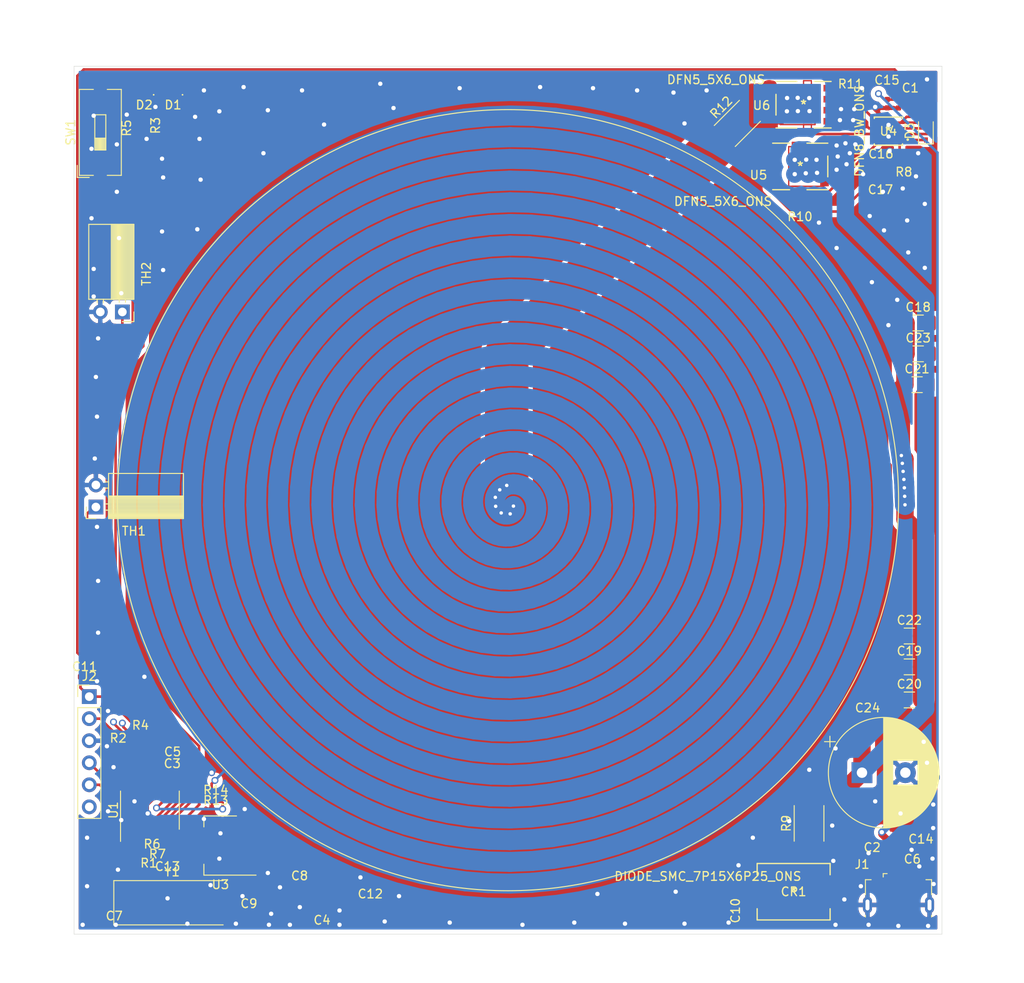
<source format=kicad_pcb>
(kicad_pcb (version 20171130) (host pcbnew "(5.1.6)-1")
  (layers (0 F.Cu signal) (31 B.Cu signal hide) (34 B.Paste user hide) (35 F.Paste user) (36 B.SilkS user) (37 F.SilkS user hide) (38 B.Mask user) (39 F.Mask user) (44 Edge.Cuts user))
  (net 0 "")
  (net 1 /SWCLK)
  (net 2 /SWDIO)
  (net 3 /USB_DP)
  (net 4 /USB_DM)
  (net 5 +3V3)
  (net 6 /TIM1_CH3N)
  (net 7 /TIM1_CH1N)
  (net 8 "Net-(U1-Pad12)")
  (net 9 "Net-(SW1-Pad1)")
  (net 10 "Net-(R3-Pad2)")
  (net 11 "Net-(R5-Pad2)")
  (net 12 /NRST)
  (net 13 "Net-(C9-Pad1)")
  (net 14 "Net-(C7-Pad1)")
  (net 15 +5V)
  (net 16 "Net-(D1-Pad2)")
  (net 17 "Net-(D2-Pad2)")
  (net 18 "Net-(J1-Pad3)")
  (net 19 "Net-(J1-Pad4)")
  (net 20 "Net-(J1-Pad2)")
  (net 21 /SWO)
  (net 22 "Net-(R6-Pad2)")
  (net 23 "Net-(R7-Pad2)")
  (net 24 "Net-(C16-Pad2)")
  (net 25 0)
  (net 26 "Net-(C17-Pad1)")
  (net 27 /Power/5v_Diode)
  (net 28 "Net-(CR1-Pad1)")
  (net 29 "Net-(R10-Pad2)")
  (net 30 /Power/GATE_HI)
  (net 31 "Net-(R11-Pad2)")
  (net 32 /Power/GATE_LO)
  (net 33 /ADC_MIDDLE)
  (net 34 "Net-(U4-Pad9)")
  (net 35 /Power/Heater1)
  (net 36 /Power/Heater2)
  (module Resistor_SMD:R_2512_6332Metric (layer F.Cu) (at 146.42338 61.58992 45)
    (fp_text reference R12 (at 0 -2.62 45) (layer F.SilkS))
    (fp_text value 0.4ohm)
    (pad 2 smd roundrect (at 2.9 0 45) (size 1.35 3.35) (layers F.Cu F.Paste F.Mask) (roundrect_rratio 0.185185) (net 35 /Power/Heater1))
    (pad 1 smd roundrect (at -2.9 0 45) (size 1.35 3.35) (layers F.Cu F.Paste F.Mask) (roundrect_rratio 0.185185) (net 36 /Power/Heater2))
  )
  (module Resistor_SMD:R_0402_1005Metric (layer F.Cu) (at 78.613 148.082 180)
    (fp_text reference R1 (at 0 1.27) (layer F.SilkS))
    (fp_text value 10k)
    (pad 2 smd roundrect (at 0.485 0 180) (size 0.59 0.64) (layers F.Cu F.Paste F.Mask) (net 12 /NRST))
    (pad 1 smd roundrect (at -0.485 0 180) (size 0.59 0.64) (layers F.Cu F.Paste F.Mask) (net 5 +3V3))
  )
  (module Capacitor_SMD:C_0402_1005Metric (layer F.Cu) (at 71.224 125.349)
    (fp_text reference C11 (at 0 -1.17) (layer F.SilkS))
    (fp_text value 1uf)
    (pad 2 smd roundrect (at 0.485 0) (size 0.59 0.64) (layers F.Cu F.Paste F.Mask) (net 25 0))
    (pad 1 smd roundrect (at -0.485 0) (size 0.59 0.64) (layers F.Cu F.Paste F.Mask) (net 5 +3V3))
  )
  (module Resistor_SMD:R_0402_1005Metric (layer F.Cu) (at 78.994 145.796)
    (fp_text reference R6 (at 0 -1.17) (layer F.SilkS))
    (fp_text value 5k)
    (pad 2 smd roundrect (at 0.485 0) (size 0.59 0.64) (layers F.Cu F.Paste F.Mask) (net 22 "Net-(R6-Pad2)"))
    (pad 1 smd roundrect (at -0.485 0) (size 0.59 0.64) (layers F.Cu F.Paste F.Mask) (net 5 +3V3))
  )
  (module Connector_PinSocket_2.54mm:PinSocket_1x02_P2.54mm_Horizontal (layer F.Cu) (at 75.565 83.312 270)
    (fp_text reference TH2 (at -4.38 -2.77 90) (layer F.SilkS))
    (fp_text value Thermistor_NTC)
    (pad 2 thru_hole oval (at 0 2.54 270) (size 1.7 1.7) (drill 1) (layers *.Cu *.Mask) (net 25 0))
    (pad 1 thru_hole rect (at 0 0 270) (size 1.7 1.7) (drill 1) (layers *.Cu *.Mask) (net 23 "Net-(R7-Pad2)"))
  )
  (module Resistor_SMD:R_0402_1005Metric (layer F.Cu) (at 165.608 65.786)
    (fp_text reference R8 (at 0 1.40462) (layer F.SilkS))
    (fp_text value 2.2ohm)
    (pad 2 smd roundrect (at 0.485 0) (size 0.59 0.64) (layers F.Cu F.Paste F.Mask) (net 26 "Net-(C17-Pad1)"))
    (pad 1 smd roundrect (at -0.485 0) (size 0.59 0.64) (layers F.Cu F.Paste F.Mask) (net 24 "Net-(C16-Pad2)"))
  )
  (module Package_SO:TSSOP-20_4.4x6.5mm_P0.65mm (layer F.Cu) (at 78.74 140.716 90)
    (fp_text reference U1 (at 0 -4.2 90) (layer F.SilkS))
    (fp_text value STM32F070F6Px)
    (pad 20 smd roundrect (at 2.8625 -2.925 90) (size 1.475 0.4) (layers F.Cu F.Paste F.Mask) (net 1 /SWCLK))
    (pad 19 smd roundrect (at 2.8625 -2.275 90) (size 1.475 0.4) (layers F.Cu F.Paste F.Mask) (net 2 /SWDIO))
    (pad 18 smd roundrect (at 2.8625 -1.625 90) (size 1.475 0.4) (layers F.Cu F.Paste F.Mask) (net 3 /USB_DP))
    (pad 17 smd roundrect (at 2.8625 -0.975 90) (size 1.475 0.4) (layers F.Cu F.Paste F.Mask) (net 4 /USB_DM))
    (pad 16 smd roundrect (at 2.8625 -0.325 90) (size 1.475 0.4) (layers F.Cu F.Paste F.Mask) (net 5 +3V3))
    (pad 15 smd roundrect (at 2.8625 0.325 90) (size 1.475 0.4) (layers F.Cu F.Paste F.Mask) (net 25 0))
    (pad 14 smd roundrect (at 2.8625 0.975 90) (size 1.475 0.4) (layers F.Cu F.Paste F.Mask) (net 6 /TIM1_CH3N))
    (pad 13 smd roundrect (at 2.8625 1.625 90) (size 1.475 0.4) (layers F.Cu F.Paste F.Mask) (net 7 /TIM1_CH1N))
    (pad 12 smd roundrect (at 2.8625 2.275 90) (size 1.475 0.4) (layers F.Cu F.Paste F.Mask) (net 8 "Net-(U1-Pad12)"))
    (pad 11 smd roundrect (at 2.8625 2.925 90) (size 1.475 0.4) (layers F.Cu F.Paste F.Mask) (net 33 /ADC_MIDDLE))
    (pad 10 smd roundrect (at -2.8625 2.925 90) (size 1.475 0.4) (layers F.Cu F.Paste F.Mask) (net 9 "Net-(SW1-Pad1)"))
    (pad 9 smd roundrect (at -2.8625 2.275 90) (size 1.475 0.4) (layers F.Cu F.Paste F.Mask) (net 10 "Net-(R3-Pad2)"))
    (pad 8 smd roundrect (at -2.8625 1.625 90) (size 1.475 0.4) (layers F.Cu F.Paste F.Mask) (net 11 "Net-(R5-Pad2)"))
    (pad 7 smd roundrect (at -2.8625 0.975 90) (size 1.475 0.4) (layers F.Cu F.Paste F.Mask) (net 23 "Net-(R7-Pad2)"))
    (pad 6 smd roundrect (at -2.8625 0.325 90) (size 1.475 0.4) (layers F.Cu F.Paste F.Mask) (net 22 "Net-(R6-Pad2)"))
    (pad 5 smd roundrect (at -2.8625 -0.325 90) (size 1.475 0.4) (layers F.Cu F.Paste F.Mask) (net 5 +3V3))
    (pad 4 smd roundrect (at -2.8625 -0.975 90) (size 1.475 0.4) (layers F.Cu F.Paste F.Mask) (net 12 /NRST))
    (pad 3 smd roundrect (at -2.8625 -1.625 90) (size 1.475 0.4) (layers F.Cu F.Paste F.Mask) (net 13 "Net-(C9-Pad1)"))
    (pad 2 smd roundrect (at -2.8625 -2.275 90) (size 1.475 0.4) (layers F.Cu F.Paste F.Mask) (net 14 "Net-(C7-Pad1)"))
    (pad 1 smd roundrect (at -2.8625 -2.925 90) (size 1.475 0.4) (layers F.Cu F.Paste F.Mask) (net 25 0))
  )
  (module Capacitor_SMD:C_0402_1005Metric (layer F.Cu) (at 81.28494 148.22424)
    (fp_text reference C13 (at -0.508 -1.016) (layer F.SilkS))
    (fp_text value 100pf)
    (pad 2 smd roundrect (at 0.485 0) (size 0.59 0.64) (layers F.Cu F.Paste F.Mask) (net 25 0))
    (pad 1 smd roundrect (at -0.485 0) (size 0.59 0.64) (layers F.Cu F.Paste F.Mask) (net 5 +3V3))
  )
  (module Capacitor_SMD:C_0402_1005Metric (layer F.Cu) (at 162.964 66.421)
    (fp_text reference C16 (at 0.0024 -1.31318) (layer F.SilkS))
    (fp_text value 0.1uf)
    (pad 2 smd roundrect (at 0.485 0) (size 0.59 0.64) (layers F.Cu F.Paste F.Mask) (net 24 "Net-(C16-Pad2)"))
    (pad 1 smd roundrect (at -0.485 0) (size 0.59 0.64) (layers F.Cu F.Paste F.Mask) (net 25 0))
  )
  (module Capacitor_SMD:C_0402_1005Metric (layer F.Cu) (at 162.918 67.691 180)
    (fp_text reference C17 (at 0.0024 -1.53162) (layer F.SilkS))
    (fp_text value 0.1uf)
    (pad 2 smd roundrect (at 0.485 0 180) (size 0.59 0.64) (layers F.Cu F.Paste F.Mask) (net 35 /Power/Heater1))
    (pad 1 smd roundrect (at -0.485 0 180) (size 0.59 0.64) (layers F.Cu F.Paste F.Mask) (net 26 "Net-(C17-Pad1)"))
  )
  (module Resistor_SMD:R_2512_6332Metric (layer F.Cu) (at 154.686 142.24 90)
    (fp_text reference R9 (at 0 -2.62 90) (layer F.SilkS))
    (fp_text value 0.1ohm)
    (pad 2 smd roundrect (at 2.9 0 90) (size 1.35 3.35) (layers F.Cu F.Paste F.Mask) (roundrect_rratio 0.185185) (net 27 /Power/5v_Diode))
    (pad 1 smd roundrect (at -2.9 0 90) (size 1.35 3.35) (layers F.Cu F.Paste F.Mask) (roundrect_rratio 0.185185) (net 28 "Net-(CR1-Pad1)"))
  )
  (module Package_TO_SOT_SMD:SOT-223-3_TabPin2 (layer F.Cu) (at 86.868 144.794 180)
    (fp_text reference U3 (at 0 -4.5) (layer F.SilkS))
    (fp_text value AP1117-33)
    (pad 1 smd rect (at -3.15 -2.3 180) (size 2 1.5) (layers F.Cu F.Paste F.Mask) (net 25 0))
    (pad 3 smd rect (at -3.15 2.3 180) (size 2 1.5) (layers F.Cu F.Paste F.Mask) (net 15 +5V))
    (pad 2 smd rect (at -3.15 0 180) (size 2 1.5) (layers F.Cu F.Paste F.Mask) (net 5 +3V3))
    (pad 2 smd rect (at 3.15 0 180) (size 2 3.8) (layers F.Cu F.Paste F.Mask) (net 5 +3V3))
  )
  (module Crystal:Crystal_SMD_HC49-SD (layer F.Cu) (at 81.28 151.384)
    (fp_text reference Y1 (at 0 -3.55) (layer F.SilkS))
    (fp_text value 8MHz)
    (pad 2 smd rect (at 4.25 0) (size 4.5 2) (layers F.Cu F.Paste F.Mask) (net 13 "Net-(C9-Pad1)"))
    (pad 1 smd rect (at -4.25 0) (size 4.5 2) (layers F.Cu F.Paste F.Mask) (net 14 "Net-(C7-Pad1)"))
  )
  (module heater90mm:NTMFS4921NT1G (layer F.Cu) (at 154.051 59.436 180)
    (fp_text reference U6 (at 4.83108 -0.08128) (layer F.SilkS))
    (fp_text value DFN5_5X6_ONS (at 10.08888 2.88544) (layer F.SilkS))
    (fp_line (start -0.905 -2.286) (end -0.905 -2.286) (layer F.Cu) (width 0.1524))
    (fp_line (start -0.905 -2.286) (end -0.905 -2.286) (layer F.Cu) (width 0.1524))
    (fp_line (start -0.905 -2.286) (end -0.905 -2.7686) (layer F.Cu) (width 0.1524))
    (fp_line (start -0.905 -2.7686) (end 0 -2.7686) (layer F.Cu) (width 0.1524))
    (fp_line (start 0 -2.7686) (end 0 -2.286) (layer F.Cu) (width 0.1524))
    (fp_line (start 0 -2.286) (end 0 -2.286) (layer F.Cu) (width 0.1524))
    (fp_line (start 0 -2.286) (end 0 -2.286) (layer F.Cu) (width 0.1524))
    (fp_line (start 0 -2.286) (end -0.905 -2.286) (layer F.Cu) (width 0.1524))
    (fp_line (start -0.905 2.286) (end -0.905 2.286) (layer F.Cu) (width 0.1524))
    (fp_line (start -0.905 2.286) (end -0.905 2.286) (layer F.Cu) (width 0.1524))
    (fp_line (start -0.905 2.286) (end -0.905 2.7686) (layer F.Cu) (width 0.1524))
    (fp_line (start -0.905 2.7686) (end 0 2.7686) (layer F.Cu) (width 0.1524))
    (fp_line (start 0 2.7686) (end 0 2.286) (layer F.Cu) (width 0.1524))
    (fp_line (start 0 2.286) (end 0 2.286) (layer F.Cu) (width 0.1524))
    (fp_line (start 0 2.286) (end 0 2.286) (layer F.Cu) (width 0.1524))
    (fp_line (start 0 2.286) (end -0.905 2.286) (layer F.Cu) (width 0.1524))
    (fp_line (start -1.3266 -2.286) (end -1.3266 2.286) (layer F.Cu) (width 0.1524))
    (fp_line (start -1.3266 2.286) (end 2.6866 2.286) (layer F.Cu) (width 0.1524))
    (fp_line (start 2.6866 2.286) (end 2.6866 -2.286) (layer F.Cu) (width 0.1524))
    (fp_line (start 2.6866 -2.286) (end -1.3266 -2.286) (layer F.Cu) (width 0.1524))
    (fp_text user * (at 0 0) (layer F.SilkS))
    (fp_text user * (at 0 0) (layer F.SilkS))
    (pad 6 smd rect (at 2.795001 -1.905 180) (size 0.9906 0.762) (layers F.Cu F.Paste F.Mask) (net 35 /Power/Heater1))
    (pad 5 smd rect (at 2.795001 1.905 180) (size 0.9906 0.762) (layers F.Cu F.Paste F.Mask) (net 35 /Power/Heater1))
    (pad 4 smd rect (at -2.795001 1.905 180) (size 0.9906 0.762) (layers F.Cu F.Paste F.Mask) (net 31 "Net-(R11-Pad2)"))
    (pad 3 smd rect (at -2.795001 0.635 180) (size 0.9906 0.762) (layers F.Cu F.Paste F.Mask) (net 25 0))
    (pad 2 smd rect (at -2.795001 -0.635 180) (size 0.9906 0.762) (layers F.Cu F.Paste F.Mask) (net 25 0))
    (pad 1 smd rect (at -2.795001 -1.905 180) (size 0.9906 0.762) (layers F.Cu F.Paste F.Mask) (net 25 0))
  )
  (module heater90mm:NTMFS4921NT1G (layer F.Cu) (at 153.67 66.548)
    (fp_text reference U5 (at -4.80568 0.99822) (layer F.SilkS))
    (fp_text value DFN5_5X6_ONS (at -8.89254 4.03098) (layer F.SilkS))
    (fp_line (start -0.905 -2.286) (end -0.905 -2.286) (layer F.Cu) (width 0.1524))
    (fp_line (start -0.905 -2.286) (end -0.905 -2.286) (layer F.Cu) (width 0.1524))
    (fp_line (start -0.905 -2.286) (end -0.905 -2.7686) (layer F.Cu) (width 0.1524))
    (fp_line (start -0.905 -2.7686) (end 0 -2.7686) (layer F.Cu) (width 0.1524))
    (fp_line (start 0 -2.7686) (end 0 -2.286) (layer F.Cu) (width 0.1524))
    (fp_line (start 0 -2.286) (end 0 -2.286) (layer F.Cu) (width 0.1524))
    (fp_line (start 0 -2.286) (end 0 -2.286) (layer F.Cu) (width 0.1524))
    (fp_line (start 0 -2.286) (end -0.905 -2.286) (layer F.Cu) (width 0.1524))
    (fp_line (start -0.905 2.286) (end -0.905 2.286) (layer F.Cu) (width 0.1524))
    (fp_line (start -0.905 2.286) (end -0.905 2.286) (layer F.Cu) (width 0.1524))
    (fp_line (start -0.905 2.286) (end -0.905 2.7686) (layer F.Cu) (width 0.1524))
    (fp_line (start -0.905 2.7686) (end 0 2.7686) (layer F.Cu) (width 0.1524))
    (fp_line (start 0 2.7686) (end 0 2.286) (layer F.Cu) (width 0.1524))
    (fp_line (start 0 2.286) (end 0 2.286) (layer F.Cu) (width 0.1524))
    (fp_line (start 0 2.286) (end 0 2.286) (layer F.Cu) (width 0.1524))
    (fp_line (start 0 2.286) (end -0.905 2.286) (layer F.Cu) (width 0.1524))
    (fp_line (start -1.3266 -2.286) (end -1.3266 2.286) (layer F.Cu) (width 0.1524))
    (fp_line (start -1.3266 2.286) (end 2.6866 2.286) (layer F.Cu) (width 0.1524))
    (fp_line (start 2.6866 2.286) (end 2.6866 -2.286) (layer F.Cu) (width 0.1524))
    (fp_line (start 2.6866 -2.286) (end -1.3266 -2.286) (layer F.Cu) (width 0.1524))
    (fp_text user * (at 0 0) (layer F.SilkS))
    (fp_text user * (at 0 0) (layer F.SilkS))
    (pad 6 smd rect (at 2.795001 -1.905) (size 0.9906 0.762) (layers F.Cu F.Paste F.Mask) (net 27 /Power/5v_Diode))
    (pad 5 smd rect (at 2.795001 1.905) (size 0.9906 0.762) (layers F.Cu F.Paste F.Mask) (net 27 /Power/5v_Diode))
    (pad 4 smd rect (at -2.795001 1.905) (size 0.9906 0.762) (layers F.Cu F.Paste F.Mask) (net 29 "Net-(R10-Pad2)"))
    (pad 3 smd rect (at -2.795001 0.635) (size 0.9906 0.762) (layers F.Cu F.Paste F.Mask) (net 35 /Power/Heater1))
    (pad 2 smd rect (at -2.795001 -0.635) (size 0.9906 0.762) (layers F.Cu F.Paste F.Mask) (net 35 /Power/Heater1))
    (pad 1 smd rect (at -2.795001 -1.905) (size 0.9906 0.762) (layers F.Cu F.Paste F.Mask) (net 35 /Power/Heater1))
  )
  (module heater90mm:ADP3110AKCPZ-RL (layer F.Cu) (at 163.83 62.484 180)
    (fp_text reference U4 (at 0 0) (layer F.SilkS))
    (fp_text value DFN8_BW_ONS (at 3.32994 0.02032 90) (layer F.SilkS))
    (fp_text user * (at 0 0) (layer F.SilkS))
    (fp_text user * (at 0 0) (layer F.SilkS))
    (pad 9 smd rect (at 0 0 180) (size 1.651 2.413) (layers F.Cu F.Paste F.Mask) (net 34 "Net-(U4-Pad9)"))
    (pad 8 smd rect (at 1.42 -0.974999 180) (size 0.757199 0.3056) (layers F.Cu F.Paste F.Mask) (net 30 /Power/GATE_HI))
    (pad 7 smd rect (at 1.42 -0.325001 180) (size 0.757199 0.3056) (layers F.Cu F.Paste F.Mask) (net 35 /Power/Heater1))
    (pad 6 smd rect (at 1.42 0.325001 180) (size 0.757199 0.3056) (layers F.Cu F.Paste F.Mask) (net 25 0))
    (pad 5 smd rect (at 1.42 0.974999 180) (size 0.757199 0.3056) (layers F.Cu F.Paste F.Mask) (net 32 /Power/GATE_LO))
    (pad 4 smd rect (at -1.42 0.974999 180) (size 0.757199 0.3056) (layers F.Cu F.Paste F.Mask) (net 15 +5V))
    (pad 3 smd rect (at -1.42 0.325001 180) (size 0.757199 0.3056) (layers F.Cu F.Paste F.Mask) (net 7 /TIM1_CH1N))
    (pad 2 smd rect (at -1.42 -0.325001 180) (size 0.757199 0.3056) (layers F.Cu F.Paste F.Mask) (net 6 /TIM1_CH3N))
    (pad 1 smd rect (at -1.42 -0.974999 180) (size 0.757199 0.3056) (layers F.Cu F.Paste F.Mask) (net 24 "Net-(C16-Pad2)"))
  )
  (module Resistor_SMD:R_0402_1005Metric (layer F.Cu) (at 86.337 139.573)
    (fp_text reference R14 (at 0 -1.17) (layer F.SilkS))
    (fp_text value 10k)
    (pad 2 smd roundrect (at 0.485 0) (size 0.59 0.64) (layers F.Cu F.Paste F.Mask) (net 33 /ADC_MIDDLE))
    (pad 1 smd roundrect (at -0.485 0) (size 0.59 0.64) (layers F.Cu F.Paste F.Mask) (net 25 0))
  )
  (module Resistor_SMD:R_0402_1005Metric (layer F.Cu) (at 86.337 138.43 180)
    (fp_text reference R13 (at 0 -1.17) (layer F.SilkS))
    (fp_text value 10k)
    (pad 2 smd roundrect (at 0.485 0 180) (size 0.59 0.64) (layers F.Cu F.Paste F.Mask) (net 36 /Power/Heater2))
    (pad 1 smd roundrect (at -0.485 0 180) (size 0.59 0.64) (layers F.Cu F.Paste F.Mask) (net 33 /ADC_MIDDLE))
  )
  (module Resistor_SMD:R_0402_1005Metric (layer F.Cu) (at 159.004 58.42 180)
    (fp_text reference R11 (at -0.46482 1.37668) (layer F.SilkS))
    (fp_text value 0ohm)
    (pad 2 smd roundrect (at 0.485 0 180) (size 0.59 0.64) (layers F.Cu F.Paste F.Mask) (net 31 "Net-(R11-Pad2)"))
    (pad 1 smd roundrect (at -0.485 0 180) (size 0.59 0.64) (layers F.Cu F.Paste F.Mask) (net 32 /Power/GATE_LO))
  )
  (module Resistor_SMD:R_0402_1005Metric (layer F.Cu) (at 153.647 70.993 180)
    (fp_text reference R10 (at 0.01002 -1.34366) (layer F.SilkS))
    (fp_text value 0ohm)
    (pad 2 smd roundrect (at 0.485 0 180) (size 0.59 0.64) (layers F.Cu F.Paste F.Mask) (net 29 "Net-(R10-Pad2)"))
    (pad 1 smd roundrect (at -0.485 0 180) (size 0.59 0.64) (layers F.Cu F.Paste F.Mask) (net 30 /Power/GATE_HI))
  )
  (module Diode_SMD:D_SOD-323 (layer F.Cu) (at 168.148 62.45 90)
    (fp_text reference D3 (at 0 -1.85 90) (layer F.SilkS))
    (fp_text value BAS316)
    (pad 2 smd rect (at 1.05 0 90) (size 0.6 0.45) (layers F.Cu F.Paste F.Mask) (net 15 +5V))
    (pad 1 smd rect (at -1.05 0 90) (size 0.6 0.45) (layers F.Cu F.Paste F.Mask) (net 24 "Net-(C16-Pad2)"))
  )
  (module heater90mm:MBRS540T3G (layer F.Cu) (at 152.908 150.114)
    (fp_text reference CR1 (at 0 0) (layer F.SilkS))
    (fp_text value DIODE_SMC_7P15X6P25_ONS (at -9.88314 -1.76784) (layer F.SilkS))
    (fp_text user * (at 0 0) (layer F.SilkS))
    (fp_text user * (at 0 0) (layer F.SilkS))
    (pad 2 smd rect (at 3.4544 0) (size 1.9558 3.2512) (layers F.Cu F.Paste F.Mask) (net 15 +5V))
    (pad 1 smd rect (at -3.4544 0) (size 1.9558 3.2512) (layers F.Cu F.Paste F.Mask) (net 28 "Net-(CR1-Pad1)"))
  )
  (module Capacitor_THT:CP_Radial_D12.5mm_P5.00mm (layer F.Cu) (at 160.782 136.398)
    (fp_text reference C24 (at 0.6477 -7.46252) (layer F.SilkS))
    (fp_text value 4700uf)
    (pad 2 thru_hole circle (at 5 0) (size 2.4 2.4) (drill 1.2) (layers *.Cu *.Mask) (net 25 0))
    (pad 1 thru_hole rect (at 0 0) (size 2.4 2.4) (drill 1.2) (layers *.Cu *.Mask) (net 27 /Power/5v_Diode))
  )
  (module Capacitor_SMD:C_1206_3216Metric (layer F.Cu) (at 167.262 88.138)
    (fp_text reference C23 (at 0 -1.82) (layer F.SilkS))
    (fp_text value 100uf)
    (pad 2 smd roundrect (at 1.4 0) (size 1.25 1.75) (layers F.Cu F.Paste F.Mask) (roundrect_rratio 0.2) (net 25 0))
    (pad 1 smd roundrect (at -1.4 0) (size 1.25 1.75) (layers F.Cu F.Paste F.Mask) (roundrect_rratio 0.2) (net 36 /Power/Heater2))
  )
  (module Capacitor_SMD:C_1206_3216Metric (layer F.Cu) (at 166.246 120.65)
    (fp_text reference C22 (at 0 -1.82) (layer F.SilkS))
    (fp_text value 100uf)
    (pad 2 smd roundrect (at 1.4 0) (size 1.25 1.75) (layers F.Cu F.Paste F.Mask) (roundrect_rratio 0.2) (net 36 /Power/Heater2))
    (pad 1 smd roundrect (at -1.4 0) (size 1.25 1.75) (layers F.Cu F.Paste F.Mask) (roundrect_rratio 0.2) (net 27 /Power/5v_Diode))
  )
  (module Capacitor_SMD:C_1206_3216Metric (layer F.Cu) (at 167.132 91.694)
    (fp_text reference C21 (at 0 -1.82) (layer F.SilkS))
    (fp_text value 100uf)
    (pad 2 smd roundrect (at 1.4 0) (size 1.25 1.75) (layers F.Cu F.Paste F.Mask) (roundrect_rratio 0.2) (net 25 0))
    (pad 1 smd roundrect (at -1.4 0) (size 1.25 1.75) (layers F.Cu F.Paste F.Mask) (roundrect_rratio 0.2) (net 36 /Power/Heater2))
  )
  (module Capacitor_SMD:C_1206_3216Metric (layer F.Cu) (at 166.246 128.016)
    (fp_text reference C20 (at 0 -1.82) (layer F.SilkS))
    (fp_text value 100uf)
    (pad 2 smd roundrect (at 1.4 0) (size 1.25 1.75) (layers F.Cu F.Paste F.Mask) (roundrect_rratio 0.2) (net 36 /Power/Heater2))
    (pad 1 smd roundrect (at -1.4 0) (size 1.25 1.75) (layers F.Cu F.Paste F.Mask) (roundrect_rratio 0.2) (net 27 /Power/5v_Diode))
  )
  (module Capacitor_SMD:C_1206_3216Metric (layer F.Cu) (at 166.246 124.206)
    (fp_text reference C19 (at 0 -1.82) (layer F.SilkS))
    (fp_text value 100uf)
    (pad 2 smd roundrect (at 1.4 0) (size 1.25 1.75) (layers F.Cu F.Paste F.Mask) (roundrect_rratio 0.2) (net 36 /Power/Heater2))
    (pad 1 smd roundrect (at -1.4 0) (size 1.25 1.75) (layers F.Cu F.Paste F.Mask) (roundrect_rratio 0.2) (net 27 /Power/5v_Diode))
  )
  (module Capacitor_SMD:C_1206_3216Metric (layer F.Cu) (at 167.256 84.582)
    (fp_text reference C18 (at 0 -1.82) (layer F.SilkS))
    (fp_text value 100uf)
    (pad 2 smd roundrect (at 1.4 0) (size 1.25 1.75) (layers F.Cu F.Paste F.Mask) (roundrect_rratio 0.2) (net 25 0))
    (pad 1 smd roundrect (at -1.4 0) (size 1.25 1.75) (layers F.Cu F.Paste F.Mask) (roundrect_rratio 0.2) (net 36 /Power/Heater2))
  )
  (module Capacitor_SMD:C_0402_1005Metric (layer F.Cu) (at 163.703 59.309 270)
    (fp_text reference C15 (at -2.71018 0.04064 180) (layer F.SilkS))
    (fp_text value 100pf)
    (pad 2 smd roundrect (at 0.485 0 270) (size 0.59 0.64) (layers F.Cu F.Paste F.Mask) (net 25 0))
    (pad 1 smd roundrect (at -0.485 0 270) (size 0.59 0.64) (layers F.Cu F.Paste F.Mask) (net 15 +5V))
  )
  (module Capacitor_SMD:C_0402_1005Metric (layer F.Cu) (at 164.084 144.018)
    (fp_text reference C14 (at 3.49758 0.03048) (layer F.SilkS))
    (fp_text value 1uf)
    (pad 2 smd roundrect (at 0.485 0) (size 0.59 0.64) (layers F.Cu F.Paste F.Mask) (net 25 0))
    (pad 1 smd roundrect (at -0.485 0) (size 0.59 0.64) (layers F.Cu F.Paste F.Mask) (net 15 +5V))
  )
  (module Connector_PinSocket_2.54mm:PinSocket_1x02_P2.54mm_Horizontal (layer F.Cu) (at 72.517 105.791 180)
    (fp_text reference TH1 (at -4.38 -2.77) (layer F.SilkS))
    (fp_text value Thermistor_NTC)
    (pad 2 thru_hole oval (at 0 2.54 180) (size 1.7 1.7) (drill 1) (layers *.Cu *.Mask) (net 25 0))
    (pad 1 thru_hole rect (at 0 0 180) (size 1.7 1.7) (drill 1) (layers *.Cu *.Mask) (net 22 "Net-(R6-Pad2)"))
  )
  (module Resistor_SMD:R_0402_1005Metric (layer F.Cu) (at 79.606 146.939)
    (fp_text reference R7 (at 0 -1.17) (layer F.SilkS))
    (fp_text value 5k)
    (pad 2 smd roundrect (at 0.485 0) (size 0.59 0.64) (layers F.Cu F.Paste F.Mask) (net 23 "Net-(R7-Pad2)"))
    (pad 1 smd roundrect (at -0.485 0) (size 0.59 0.64) (layers F.Cu F.Paste F.Mask) (net 5 +3V3))
  )
  (module Button_Switch_SMD:SW_DIP_SPSTx01_Slide_9.78x4.72mm_W8.61mm_P2.54mm (layer F.Cu) (at 73.025 62.624 90)
    (fp_text reference SW1 (at 0 -3.42 90) (layer F.SilkS))
    (fp_text value SW_Push)
    (pad 2 smd rect (at 4.305 0 90) (size 2.44 1.12) (layers F.Cu F.Paste F.Mask) (net 25 0))
    (pad 1 smd rect (at -4.305 0 90) (size 2.44 1.12) (layers F.Cu F.Paste F.Mask) (net 9 "Net-(SW1-Pad1)"))
  )
  (module Resistor_SMD:R_0402_1005Metric (layer F.Cu) (at 77.597 61.595 270)
    (fp_text reference R5 (at 0.53086 1.54432 90) (layer F.SilkS))
    (fp_text value 330)
    (pad 2 smd roundrect (at 0.485 0 270) (size 0.59 0.64) (layers F.Cu F.Paste F.Mask) (net 11 "Net-(R5-Pad2)"))
    (pad 1 smd roundrect (at -0.485 0 270) (size 0.59 0.64) (layers F.Cu F.Paste F.Mask) (net 17 "Net-(D2-Pad2)"))
  )
  (module Resistor_SMD:R_0402_1005Metric (layer F.Cu) (at 77.724 133.327 90)
    (fp_text reference R4 (at 2.39 -0.07366 180) (layer F.SilkS))
    (fp_text value 33)
    (pad 2 smd roundrect (at 0.485 0 90) (size 0.59 0.64) (layers F.Cu F.Paste F.Mask) (net 18 "Net-(J1-Pad3)"))
    (pad 1 smd roundrect (at -0.485 0 90) (size 0.59 0.64) (layers F.Cu F.Paste F.Mask) (net 4 /USB_DM))
  )
  (module Resistor_SMD:R_0402_1005Metric (layer F.Cu) (at 80.899 61.618 270)
    (fp_text reference R3 (at 0.22084 1.50622 90) (layer F.SilkS))
    (fp_text value 330)
    (pad 2 smd roundrect (at 0.485 0 270) (size 0.59 0.64) (layers F.Cu F.Paste F.Mask) (net 10 "Net-(R3-Pad2)"))
    (pad 1 smd roundrect (at -0.485 0 270) (size 0.59 0.64) (layers F.Cu F.Paste F.Mask) (net 16 "Net-(D1-Pad2)"))
  )
  (module Resistor_SMD:R_0402_1005Metric (layer F.Cu) (at 76.708 133.35 90)
    (fp_text reference R2 (at 0.93218 -1.61798 180) (layer F.SilkS))
    (fp_text value 33)
    (pad 2 smd roundrect (at 0.485 0 90) (size 0.59 0.64) (layers F.Cu F.Paste F.Mask) (net 20 "Net-(J1-Pad2)"))
    (pad 1 smd roundrect (at -0.485 0 90) (size 0.59 0.64) (layers F.Cu F.Paste F.Mask) (net 3 /USB_DP))
  )
  (module Connector_PinHeader_2.54mm:PinHeader_1x06_P2.54mm_Vertical (layer F.Cu) (at 71.755 127.635)
    (fp_text reference J2 (at 0 -2.33) (layer F.SilkS))
    (fp_text value Conn_01x06_Male)
    (pad 6 thru_hole oval (at 0 12.7) (size 1.7 1.7) (drill 1) (layers *.Cu *.Mask) (net 21 /SWO))
    (pad 5 thru_hole oval (at 0 10.16) (size 1.7 1.7) (drill 1) (layers *.Cu *.Mask) (net 12 /NRST))
    (pad 4 thru_hole oval (at 0 7.62) (size 1.7 1.7) (drill 1) (layers *.Cu *.Mask) (net 2 /SWDIO))
    (pad 3 thru_hole oval (at 0 5.08) (size 1.7 1.7) (drill 1) (layers *.Cu *.Mask) (net 25 0))
    (pad 2 thru_hole oval (at 0 2.54) (size 1.7 1.7) (drill 1) (layers *.Cu *.Mask) (net 1 /SWCLK))
    (pad 1 thru_hole rect (at 0 0) (size 1.7 1.7) (drill 1) (layers *.Cu *.Mask) (net 5 +3V3))
  )
  (module Connector_USB:USB_Micro-B_GCT_USB3076-30-A (layer F.Cu) (at 164.991 150.438)
    (fp_text reference J1 (at -4.19122 -3.4736) (layer F.SilkS))
    (fp_text value USB_B_Micro)
    (pad 6 smd rect (at -2.32 -1.03) (size 1.15 1.45) (layers F.Cu F.Paste F.Mask) (net 25 0))
    (pad 6 smd rect (at 2.32 -1.03) (size 1.15 1.45) (layers F.Cu F.Paste F.Mask) (net 25 0))
    (pad 6 thru_hole oval (at 3.575 1.2) (size 1.05 1.9) (drill oval 0.45 1.25) (layers *.Cu *.Mask) (net 25 0))
    (pad 6 thru_hole oval (at -3.575 1.2 180) (size 1.05 1.9) (drill oval 0.45 1.25) (layers *.Cu *.Mask) (net 25 0))
    (pad 6 smd rect (at -1.125 1.2) (size 1.75 1.9) (layers F.Cu F.Paste F.Mask) (net 25 0))
    (pad 3 smd rect (at 0 -1.45) (size 0.4 1.4) (layers F.Cu F.Paste F.Mask) (net 18 "Net-(J1-Pad3)"))
    (pad 4 smd rect (at 0.65 -1.45) (size 0.4 1.4) (layers F.Cu F.Paste F.Mask) (net 19 "Net-(J1-Pad4)"))
    (pad 5 smd rect (at 1.3 -1.45) (size 0.4 1.4) (layers F.Cu F.Paste F.Mask) (net 25 0))
    (pad 1 smd rect (at -1.3 -1.45) (size 0.4 1.4) (layers F.Cu F.Paste F.Mask) (net 15 +5V))
    (pad 2 smd rect (at -0.65 -1.45) (size 0.4 1.4) (layers F.Cu F.Paste F.Mask) (net 20 "Net-(J1-Pad2)"))
    (pad 6 smd rect (at 1.125 1.2) (size 1.75 1.9) (layers F.Cu F.Paste F.Mask) (net 25 0))
  )
  (module LED_SMD:LED_0402_1005Metric (layer F.Cu) (at 78.082 58.293 180)
    (fp_text reference D2 (at 0 -1.17) (layer F.SilkS))
    (fp_text value LED)
    (pad 2 smd roundrect (at 0.485 0 180) (size 0.59 0.64) (layers F.Cu F.Paste F.Mask) (net 17 "Net-(D2-Pad2)"))
    (pad 1 smd roundrect (at -0.485 0 180) (size 0.59 0.64) (layers F.Cu F.Paste F.Mask) (net 25 0))
  )
  (module LED_SMD:LED_0402_1005Metric (layer F.Cu) (at 81.407 58.293 180)
    (fp_text reference D1 (at 0 -1.17) (layer F.SilkS))
    (fp_text value LED)
    (pad 2 smd roundrect (at 0.485 0 180) (size 0.59 0.64) (layers F.Cu F.Paste F.Mask) (net 16 "Net-(D1-Pad2)"))
    (pad 1 smd roundrect (at -0.485 0 180) (size 0.59 0.64) (layers F.Cu F.Paste F.Mask) (net 25 0))
  )
  (module Capacitor_SMD:C_0402_1005Metric (layer F.Cu) (at 101.854 150.368 270)
    (fp_text reference C12 (at 0 -2.28346 180) (layer F.SilkS))
    (fp_text value 100pf)
    (pad 2 smd roundrect (at 0.485 0 270) (size 0.59 0.64) (layers F.Cu F.Paste F.Mask) (net 25 0))
    (pad 1 smd roundrect (at -0.485 0 270) (size 0.59 0.64) (layers F.Cu F.Paste F.Mask) (net 15 +5V))
  )
  (module Capacitor_SMD:C_0402_1005Metric (layer F.Cu) (at 145.034 152.296 270)
    (fp_text reference C10 (at 0 -1.17 90) (layer F.SilkS))
    (fp_text value 1uf)
    (pad 2 smd roundrect (at 0.485 0 270) (size 0.59 0.64) (layers F.Cu F.Paste F.Mask) (net 25 0))
    (pad 1 smd roundrect (at -0.485 0 270) (size 0.59 0.64) (layers F.Cu F.Paste F.Mask) (net 15 +5V))
  )
  (module Capacitor_SMD:C_0402_1005Metric (layer F.Cu) (at 90.147 152.654)
    (fp_text reference C9 (at 0 -1.17) (layer F.SilkS))
    (fp_text value 12pf)
    (pad 2 smd roundrect (at 0.485 0) (size 0.59 0.64) (layers F.Cu F.Paste F.Mask) (net 25 0))
    (pad 1 smd roundrect (at -0.485 0) (size 0.59 0.64) (layers F.Cu F.Paste F.Mask) (net 13 "Net-(C9-Pad1)"))
  )
  (module Capacitor_SMD:C_0402_1005Metric (layer F.Cu) (at 96.012 149.883 270)
    (fp_text reference C8 (at -1.60542 0.0254 180) (layer F.SilkS))
    (fp_text value 1uf)
    (pad 2 smd roundrect (at 0.485 0 270) (size 0.59 0.64) (layers F.Cu F.Paste F.Mask) (net 25 0))
    (pad 1 smd roundrect (at -0.485 0 270) (size 0.59 0.64) (layers F.Cu F.Paste F.Mask) (net 5 +3V3))
  )
  (module Capacitor_SMD:C_0402_1005Metric (layer F.Cu) (at 72.367 152.654 180)
    (fp_text reference C7 (at -2.263 -0.254) (layer F.SilkS))
    (fp_text value 12pf)
    (pad 2 smd roundrect (at 0.485 0 180) (size 0.59 0.64) (layers F.Cu F.Paste F.Mask) (net 25 0))
    (pad 1 smd roundrect (at -0.485 0 180) (size 0.59 0.64) (layers F.Cu F.Paste F.Mask) (net 14 "Net-(C7-Pad1)"))
  )
  (module Capacitor_SMD:C_0402_1005Metric (layer F.Cu) (at 164.084 146.05)
    (fp_text reference C6 (at 2.5019 0.3048) (layer F.SilkS))
    (fp_text value 1uf)
    (pad 2 smd roundrect (at 0.485 0) (size 0.59 0.64) (layers F.Cu F.Paste F.Mask) (net 25 0))
    (pad 1 smd roundrect (at -0.485 0) (size 0.59 0.64) (layers F.Cu F.Paste F.Mask) (net 15 +5V))
  )
  (module Capacitor_SMD:C_0402_1005Metric (layer F.Cu) (at 79.225 133.985)
    (fp_text reference C5 (at 2.1312 0.00508) (layer F.SilkS))
    (fp_text value 1uf)
    (pad 2 smd roundrect (at 0.485 0) (size 0.59 0.64) (layers F.Cu F.Paste F.Mask) (net 25 0))
    (pad 1 smd roundrect (at -0.485 0) (size 0.59 0.64) (layers F.Cu F.Paste F.Mask) (net 5 +3V3))
  )
  (module Capacitor_SMD:C_0402_1005Metric (layer F.Cu) (at 98.529 151.892 180)
    (fp_text reference C4 (at -0.04332 -1.49606) (layer F.SilkS))
    (fp_text value 1uf)
    (pad 2 smd roundrect (at 0.485 0 180) (size 0.59 0.64) (layers F.Cu F.Paste F.Mask) (net 25 0))
    (pad 1 smd roundrect (at -0.485 0 180) (size 0.59 0.64) (layers F.Cu F.Paste F.Mask) (net 15 +5V))
  )
  (module Capacitor_SMD:C_0402_1005Metric (layer F.Cu) (at 78.763 135.128)
    (fp_text reference C3 (at 2.55764 0.22098) (layer F.SilkS))
    (fp_text value 1uf)
    (pad 2 smd roundrect (at 0.485 0) (size 0.59 0.64) (layers F.Cu F.Paste F.Mask) (net 25 0))
    (pad 1 smd roundrect (at -0.485 0) (size 0.59 0.64) (layers F.Cu F.Paste F.Mask) (net 5 +3V3))
  )
  (module Capacitor_SMD:C_0402_1005Metric (layer F.Cu) (at 164.061 145.034)
    (fp_text reference C2 (at -2.10298 -0.01778) (layer F.SilkS))
    (fp_text value 1uf)
    (pad 2 smd roundrect (at 0.485 0) (size 0.59 0.64) (layers F.Cu F.Paste F.Mask) (net 25 0))
    (pad 1 smd roundrect (at -0.485 0) (size 0.59 0.64) (layers F.Cu F.Paste F.Mask) (net 15 +5V))
  )
  (module Capacitor_SMD:C_0402_1005Metric (layer F.Cu) (at 164.973 59.332 270)
    (fp_text reference C1 (at -1.82132 -1.37922 180) (layer F.SilkS))
    (fp_text value 1uf)
    (pad 2 smd roundrect (at 0.485 0 270) (size 0.59 0.64) (layers F.Cu F.Paste F.Mask) (net 25 0))
    (pad 1 smd roundrect (at -0.485 0 270) (size 0.59 0.64) (layers F.Cu F.Paste F.Mask) (net 15 +5V))
  )
  (gr_poly (pts (xy 155.99918 61.55182) (xy 148.32838 61.55182) (xy 148.32838 57.0865) (xy 155.99918 57.0865)) (layer B.Cu) (width 0.1))
  (gr_poly (pts (xy 166.20236 141.859) (xy 164.2618 141.859) (xy 164.2618 140.3858) (xy 166.20236 140.3858)) (layer B.Cu) (width 0.1))
  (gr_poly (pts (xy 150.27148 60.58916) (xy 144.36852 60.58916) (xy 144.36852 57.09158) (xy 150.27148 57.09158)) (layer F.Cu) (width 0.1))
  (gr_poly (pts (xy 149.72792 64.54394) (xy 147.36318 64.54394) (xy 147.40382 57.05094) (xy 149.72792 57.05094)) (layer F.Cu) (width 0.1))
  (gr_poly (pts (xy 167.36314 63.9445) (xy 161.74974 63.96736) (xy 161.74974 60.579) (xy 163.74872 60.3123) (xy 163.74872 60.2996)) (layer B.Cu) (width 0.1))
  (gr_circle (center 120 105) (end 165 105) (layer F.SilkS) (width 0.12))
  (gr_line (start 70 155) (end 70 55) (layer Edge.Cuts) (width 0.05))
  (gr_line (start 170 155) (end 70 155) (layer Edge.Cuts) (width 0.05))
  (gr_line (start 170 55) (end 170 155) (layer Edge.Cuts) (width 0.05))
  (gr_line (start 70 55) (end 170 55) (layer Edge.Cuts) (width 0.05))
  (via (at 154.7368 60.1726) (size 0.8) (drill 0.5) (layers F.Cu B.Cu) (net 0))
  (via (at 153.39568 60.1726) (size 0.8) (drill 0.5) (layers F.Cu B.Cu) (net 0))
  (via (at 152.1333 60.19292) (size 0.8) (drill 0.5) (layers F.Cu B.Cu) (net 0))
  (via (at 152.15362 58.66384) (size 0.8) (drill 0.5) (layers F.Cu B.Cu) (net 0))
  (via (at 153.37536 58.64352) (size 0.8) (drill 0.5) (layers F.Cu B.Cu) (net 0))
  (via (at 154.70886 58.67146) (size 0.8) (drill 0.5) (layers F.Cu B.Cu) (net 0))
  (segment (start 75.815 132.965) (end 75.815 137.8535) (width 0.3) (layer F.Cu) (net 1))
  (segment (start 73.025 130.175) (end 75.815 132.965) (width 0.3) (layer F.Cu) (net 1))
  (segment (start 71.755 130.175) (end 73.025 130.175) (width 0.3) (layer F.Cu) (net 1))
  (segment (start 76.11499 138.94101) (end 76.465 138.591) (width 0.3) (layer F.Cu) (net 2))
  (segment (start 76.465 138.591) (end 76.465 137.8535) (width 0.3) (layer F.Cu) (net 2))
  (segment (start 75.44101 138.94101) (end 76.11499 138.94101) (width 0.3) (layer F.Cu) (net 2))
  (segment (start 71.755 135.255) (end 75.44101 138.94101) (width 0.3) (layer F.Cu) (net 2))
  (segment (start 77.115 135.837128) (end 76.708 135.430128) (width 0.3) (layer F.Cu) (net 3))
  (segment (start 76.708 135.430128) (end 76.708 133.835) (width 0.3) (layer F.Cu) (net 3))
  (segment (start 77.115 137.8535) (end 77.115 135.837128) (width 0.3) (layer F.Cu) (net 3))
  (segment (start 77.53299 134.29801) (end 77.53299 135.547998) (width 0.3) (layer F.Cu) (net 4))
  (segment (start 77.53299 135.547998) (end 77.67799 135.692998) (width 0.3) (layer F.Cu) (net 4))
  (segment (start 77.724 133.812) (end 77.724 134.107) (width 0.3) (layer F.Cu) (net 4))
  (segment (start 77.724 134.107) (end 77.53299 134.29801) (width 0.3) (layer F.Cu) (net 4))
  (segment (start 77.765 137.8535) (end 77.765 137.186708) (width 0.3) (layer F.Cu) (net 4))
  (segment (start 77.765 137.8535) (end 77.765 136.53102) (width 0.3) (layer F.Cu) (net 4))
  (segment (start 77.765 136.53102) (end 77.67799 136.44401) (width 0.3) (layer F.Cu) (net 4))
  (segment (start 77.67799 135.692998) (end 77.67799 136.44401) (width 0.3) (layer F.Cu) (net 4))
  (segment (start 77.67799 136.44401) (end 77.67799 136.906) (width 0.3) (layer F.Cu) (net 4))
  (segment (start 78.415 136.988166) (end 78.415 137.8535) (width 0.3) (layer F.Cu) (net 5))
  (segment (start 78.486 135.128) (end 78.486 136.917166) (width 0.3) (layer F.Cu) (net 5))
  (segment (start 78.486 136.917166) (end 78.415 136.988166) (width 0.3) (layer F.Cu) (net 5))
  (segment (start 96.012 149.398) (end 96.012 149.352) (width 0.3) (layer F.Cu) (net 5))
  (segment (start 91.454 144.794) (end 90.018 144.794) (width 0.3) (layer F.Cu) (net 5))
  (segment (start 96.012 149.352) (end 91.454 144.794) (width 0.3) (layer F.Cu) (net 5))
  (segment (start 79.098 146.962) (end 79.121 146.939) (width 0.3) (layer F.Cu) (net 5))
  (segment (start 79.098 148.082) (end 79.098 146.962) (width 0.3) (layer F.Cu) (net 5))
  (segment (start 78.509 146.327) (end 78.509 145.796) (width 0.3) (layer F.Cu) (net 5))
  (segment (start 79.121 146.939) (end 78.509 146.327) (width 0.3) (layer F.Cu) (net 5))
  (segment (start 78.509 143.6725) (end 78.415 143.5785) (width 0.3) (layer F.Cu) (net 5))
  (segment (start 78.509 145.796) (end 78.509 143.6725) (width 0.3) (layer F.Cu) (net 5))
  (segment (start 79.098 148.082) (end 80.43 148.082) (width 0.3) (layer F.Cu) (net 5))
  (segment (start 78.278 134.447) (end 78.74 133.985) (width 0.3) (layer F.Cu) (net 5))
  (segment (start 78.278 135.128) (end 78.278 134.447) (width 0.3) (layer F.Cu) (net 5))
  (segment (start 70.739 126.619) (end 70.739 125.349) (width 0.3) (layer F.Cu) (net 5))
  (segment (start 71.755 127.635) (end 70.739 126.619) (width 0.3) (layer F.Cu) (net 5))
  (segment (start 78.74 133.985) (end 78.74 132.715) (width 0.3) (layer F.Cu) (net 5))
  (segment (start 78.74 132.715) (end 76.442001 130.417001) (width 0.3) (layer F.Cu) (net 5))
  (segment (start 76.442001 130.417001) (end 78.39401 132.36901) (width 0.3) (layer F.Cu) (net 5))
  (segment (start 78.39401 132.36901) (end 78.39401 139.377992) (width 0.3) (layer F.Cu) (net 5))
  (segment (start 73.66 127.635) (end 71.755 127.635) (width 0.3) (layer F.Cu) (net 5))
  (segment (start 76.442001 130.417001) (end 73.66 127.635) (width 0.3) (layer F.Cu) (net 5))
  (segment (start 90.018 144.794) (end 83.718 144.794) (width 1) (layer F.Cu) (net 5))
  (segment (start 77.735999 140.036003) (end 78.088501 139.683501) (width 0.3) (layer F.Cu) (net 5))
  (segment (start 78.415 143.5785) (end 78.415 142.136002) (width 0.3) (layer F.Cu) (net 5))
  (segment (start 78.39401 139.377992) (end 78.088501 139.683501) (width 0.3) (layer F.Cu) (net 5))
  (segment (start 77.735999 141.457001) (end 77.735999 140.036003) (width 0.3) (layer F.Cu) (net 5))
  (segment (start 78.415 142.136002) (end 77.735999 141.457001) (width 0.3) (layer F.Cu) (net 5))
  (segment (start 80.79994 148.22424) (end 80.79994 147.70354) (width 0.3) (layer F.Cu) (net 5))
  (segment (start 80.79994 147.70354) (end 81.18856 147.31492) (width 0.3) (layer F.Cu) (net 5))
  (segment (start 81.19708 147.31492) (end 83.718 144.794) (width 0.5) (layer F.Cu) (net 5))
  (segment (start 81.18856 147.31492) (end 81.19708 147.31492) (width 0.5) (layer F.Cu) (net 5))
  (segment (start 80.57224 148.22424) (end 80.43 148.082) (width 0.5) (layer F.Cu) (net 5))
  (segment (start 80.79994 148.22424) (end 80.57224 148.22424) (width 0.5) (layer F.Cu) (net 5))
  (segment (start 79.756 137.8125) (end 79.715 137.8535) (width 0.3) (layer F.Cu) (net 6))
  (segment (start 79.756 136.144) (end 79.756 137.8125) (width 0.3) (layer F.Cu) (net 6))
  (segment (start 80.35501 135.54499) (end 79.756 136.144) (width 0.3) (layer F.Cu) (net 6))
  (segment (start 164.54013 55.37501) (end 71.11699 55.37501) (width 0.3) (layer F.Cu) (net 6))
  (segment (start 74.041 127.286998) (end 80.35501 133.601008) (width 0.3) (layer F.Cu) (net 6))
  (segment (start 169.291 60.12588) (end 164.54013 55.37501) (width 0.3) (layer F.Cu) (net 6))
  (segment (start 169.291 62.119122) (end 169.291 60.12588) (width 0.3) (layer F.Cu) (net 6))
  (segment (start 168.601121 62.809001) (end 169.291 62.119122) (width 0.3) (layer F.Cu) (net 6))
  (segment (start 165.25 62.809001) (end 168.601121 62.809001) (width 0.3) (layer F.Cu) (net 6))
  (segment (start 70.37501 122.57201) (end 74.041 126.238) (width 0.3) (layer F.Cu) (net 6))
  (segment (start 71.11699 55.37501) (end 70.37501 56.11699) (width 0.3) (layer F.Cu) (net 6))
  (segment (start 74.041 126.238) (end 74.041 127.286998) (width 0.3) (layer F.Cu) (net 6))
  (segment (start 70.37501 56.11699) (end 70.37501 122.57201) (width 0.3) (layer F.Cu) (net 6))
  (segment (start 80.35501 133.601008) (end 80.35501 135.54499) (width 0.3) (layer F.Cu) (net 6))
  (segment (start 168.723001 60.819999) (end 164.144192 56.24119) (width 0.3) (layer F.Cu) (net 7))
  (segment (start 165.25 62.158999) (end 168.544003 62.158999) (width 0.3) (layer F.Cu) (net 7))
  (segment (start 168.723001 61.980001) (end 168.723001 60.819999) (width 0.3) (layer F.Cu) (net 7))
  (segment (start 168.544003 62.158999) (end 168.723001 61.980001) (width 0.3) (layer F.Cu) (net 7))
  (segment (start 148.10181 56.24119) (end 147.84781 56.24119) (width 0.3) (layer F.Cu) (net 7))
  (segment (start 164.144192 56.24119) (end 148.10181 56.24119) (width 0.3) (layer F.Cu) (net 7))
  (segment (start 72.692808 56.24119) (end 70.87502 58.058978) (width 0.3) (layer F.Cu) (net 7))
  (segment (start 70.87502 58.058978) (end 70.87502 86.198878) (width 0.3) (layer F.Cu) (net 7))
  (segment (start 148.10181 56.24119) (end 72.692808 56.24119) (width 0.3) (layer F.Cu) (net 7))
  (segment (start 70.87502 86.198878) (end 70.993 86.316858) (width 0.3) (layer F.Cu) (net 7))
  (segment (start 80.365 137.8535) (end 80.365 136.424) (width 0.3) (layer F.Cu) (net 7))
  (segment (start 80.85502 135.93398) (end 80.85502 133.393898) (width 0.3) (layer F.Cu) (net 7))
  (segment (start 80.365 136.424) (end 80.85502 135.93398) (width 0.3) (layer F.Cu) (net 7))
  (segment (start 80.85502 133.393898) (end 74.54101 127.079888) (width 0.3) (layer F.Cu) (net 7))
  (segment (start 74.54101 127.079888) (end 74.54101 126.03089) (width 0.3) (layer F.Cu) (net 7))
  (segment (start 70.993 86.316858) (end 70.993 121.031) (width 0.3) (layer F.Cu) (net 7))
  (segment (start 70.993 121.031) (end 70.993 121.205294) (width 0.3) (layer F.Cu) (net 7))
  (segment (start 70.993 122.047) (end 70.993 122.48288) (width 0.3) (layer F.Cu) (net 7))
  (segment (start 70.993 122.047) (end 70.993 121.031) (width 0.3) (layer F.Cu) (net 7))
  (segment (start 70.993 122.301) (end 70.993 122.047) (width 0.3) (layer F.Cu) (net 7))
  (segment (start 70.993 122.48288) (end 74.54101 126.03089) (width 0.3) (layer F.Cu) (net 7))
  (segment (start 76.454 56.896) (end 82.169 56.896) (width 0.3) (layer F.Cu) (net 9))
  (segment (start 73.025 61.841414) (end 75.565 59.301414) (width 0.3) (layer F.Cu) (net 9))
  (segment (start 75.565 57.785) (end 76.454 56.896) (width 0.3) (layer F.Cu) (net 9))
  (segment (start 73.025 66.929) (end 73.025 61.841414) (width 0.3) (layer F.Cu) (net 9))
  (segment (start 82.169 56.896) (end 82.931 57.658) (width 0.3) (layer F.Cu) (net 9))
  (segment (start 78.874586 65.151) (end 78.874586 73.271414) (width 0.3) (layer F.Cu) (net 9))
  (segment (start 82.931 57.658) (end 82.931 61.094586) (width 0.3) (layer F.Cu) (net 9))
  (segment (start 82.931 61.094586) (end 78.874586 65.151) (width 0.3) (layer F.Cu) (net 9))
  (segment (start 75.565 59.301414) (end 75.565 57.785) (width 0.3) (layer F.Cu) (net 9))
  (segment (start 78.874586 73.271414) (end 78.613 73.533) (width 0.3) (layer F.Cu) (net 9))
  (segment (start 77.978 87.249) (end 77.978 74.168) (width 0.3) (layer F.Cu) (net 9))
  (segment (start 75.28703 89.93997) (end 77.978 87.249) (width 0.3) (layer F.Cu) (net 9))
  (segment (start 81.665 143.5785) (end 81.665 142.841) (width 0.3) (layer F.Cu) (net 9))
  (segment (start 75.28703 121.95091) (end 75.28703 89.93997) (width 0.3) (layer F.Cu) (net 9))
  (segment (start 77.978 74.168) (end 78.874586 73.271414) (width 0.3) (layer F.Cu) (net 9))
  (segment (start 75.28703 121.95091) (end 76.192008 122.855888) (width 0.3) (layer F.Cu) (net 9))
  (segment (start 76.192008 123.147528) (end 77.04106 123.99658) (width 0.3) (layer F.Cu) (net 9))
  (segment (start 76.192008 122.855888) (end 76.192008 123.147528) (width 0.3) (layer F.Cu) (net 9))
  (segment (start 77.04106 125.9737) (end 84.40401 133.33665) (width 0.3) (layer F.Cu) (net 9))
  (segment (start 77.04106 123.99658) (end 77.04106 125.9737) (width 0.3) (layer F.Cu) (net 9))
  (segment (start 84.40401 140.10199) (end 84.3765 140.1295) (width 0.3) (layer F.Cu) (net 9))
  (segment (start 84.40401 133.33665) (end 84.40401 140.10199) (width 0.3) (layer F.Cu) (net 9))
  (segment (start 81.665 142.841) (end 84.3765 140.1295) (width 0.3) (layer F.Cu) (net 9))
  (segment (start 84.3765 140.1295) (end 84.455 140.051) (width 0.3) (layer F.Cu) (net 9))
  (segment (start 81.015 143.5785) (end 81.015 142.19612) (width 0.3) (layer F.Cu) (net 10))
  (segment (start 81.015 142.19612) (end 83.904 139.30712) (width 0.3) (layer F.Cu) (net 10))
  (segment (start 74.78702 122.15802) (end 75.692 123.063) (width 0.3) (layer F.Cu) (net 10))
  (segment (start 74.78702 89.42398) (end 74.78702 122.15802) (width 0.3) (layer F.Cu) (net 10))
  (segment (start 77.265011 66.117989) (end 77.265011 86.945989) (width 0.3) (layer F.Cu) (net 10))
  (segment (start 78.105 65.278) (end 77.265011 66.117989) (width 0.3) (layer F.Cu) (net 10))
  (segment (start 75.692 123.063) (end 75.565 122.936) (width 0.3) (layer F.Cu) (net 10))
  (segment (start 80.899 62.103) (end 80.899 62.419466) (width 0.3) (layer F.Cu) (net 10))
  (segment (start 77.265011 86.945989) (end 74.78702 89.42398) (width 0.3) (layer F.Cu) (net 10))
  (segment (start 80.899 62.419466) (end 78.105 65.213466) (width 0.3) (layer F.Cu) (net 10))
  (segment (start 78.105 65.213466) (end 78.105 65.278) (width 0.3) (layer F.Cu) (net 10))
  (segment (start 75.692 123.35464) (end 76.54105 124.20369) (width 0.3) (layer F.Cu) (net 10))
  (segment (start 75.692 123.063) (end 75.692 123.35464) (width 0.3) (layer F.Cu) (net 10))
  (segment (start 76.54105 124.20369) (end 76.54105 126.18081) (width 0.3) (layer F.Cu) (net 10))
  (segment (start 76.54105 126.18081) (end 83.904 133.54376) (width 0.3) (layer F.Cu) (net 10))
  (segment (start 83.904 133.54376) (end 83.904 139.30712) (width 0.3) (layer F.Cu) (net 10))
  (segment (start 76.765001 62.911999) (end 77.597 62.08) (width 0.3) (layer F.Cu) (net 11))
  (segment (start 83.40399 139.10001) (end 83.40399 133.75087) (width 0.3) (layer F.Cu) (net 11))
  (segment (start 80.899 141.605) (end 83.40399 139.10001) (width 0.3) (layer F.Cu) (net 11))
  (segment (start 74.28701 89.16199) (end 76.765001 86.683999) (width 0.3) (layer F.Cu) (net 11))
  (segment (start 80.365 143.5785) (end 80.365 142.08412) (width 0.3) (layer F.Cu) (net 11))
  (segment (start 80.365 142.08412) (end 80.84412 141.605) (width 0.3) (layer F.Cu) (net 11))
  (segment (start 76.04104 126.38792) (end 76.04104 124.4108) (width 0.3) (layer F.Cu) (net 11))
  (segment (start 83.40399 133.75087) (end 76.04104 126.38792) (width 0.3) (layer F.Cu) (net 11))
  (segment (start 80.84412 141.605) (end 80.899 141.605) (width 0.3) (layer F.Cu) (net 11))
  (segment (start 76.04104 124.4108) (end 74.28701 122.65677) (width 0.3) (layer F.Cu) (net 11))
  (segment (start 76.765001 86.683999) (end 76.765001 62.911999) (width 0.3) (layer F.Cu) (net 11))
  (segment (start 74.28701 122.65677) (end 74.28701 89.16199) (width 0.3) (layer F.Cu) (net 11))
  (segment (start 77.765 142.713166) (end 77.765 143.5785) (width 0.3) (layer F.Cu) (net 12))
  (segment (start 77.724 142.672166) (end 77.765 142.713166) (width 0.3) (layer F.Cu) (net 12))
  (segment (start 77.724 142.494) (end 77.724 142.672166) (width 0.3) (layer F.Cu) (net 12))
  (segment (start 77.765 142.602919) (end 77.765 143.5785) (width 0.3) (layer F.Cu) (net 12))
  (segment (start 72.957081 137.795) (end 77.765 142.602919) (width 0.3) (layer F.Cu) (net 12))
  (segment (start 71.755 137.795) (end 72.957081 137.795) (width 0.3) (layer F.Cu) (net 12))
  (segment (start 77.765 147.719) (end 77.765 143.5785) (width 0.3) (layer F.Cu) (net 12))
  (segment (start 78.128 148.082) (end 77.765 147.719) (width 0.3) (layer F.Cu) (net 12))
  (segment (start 77.115 143.5785) (end 77.115 145.187) (width 0.3) (layer F.Cu) (net 13))
  (segment (start 83.312 151.384) (end 85.53 151.384) (width 0.3) (layer F.Cu) (net 13))
  (segment (start 88.392 151.384) (end 89.662 152.654) (width 0.3) (layer F.Cu) (net 13))
  (segment (start 85.53 151.384) (end 88.392 151.384) (width 0.3) (layer F.Cu) (net 13))
  (segment (start 85.53 151.384) (end 83.625 149.479) (width 0.3) (layer F.Cu) (net 13))
  (segment (start 77.115 148.997) (end 77.115 145.187) (width 0.3) (layer F.Cu) (net 13))
  (segment (start 77.597 149.479) (end 77.115 148.997) (width 0.3) (layer F.Cu) (net 13))
  (segment (start 83.625 149.479) (end 77.597 149.479) (width 0.3) (layer F.Cu) (net 13))
  (segment (start 76.465 150.819) (end 77.03 151.384) (width 0.3) (layer F.Cu) (net 14))
  (segment (start 76.465 143.5785) (end 76.465 150.819) (width 0.3) (layer F.Cu) (net 14))
  (segment (start 74.122 151.384) (end 72.852 152.654) (width 0.3) (layer F.Cu) (net 14))
  (segment (start 77.03 151.384) (end 74.122 151.384) (width 0.3) (layer F.Cu) (net 14))
  (via (at 162.687 58.166) (size 0.8) (drill 0.5) (layers F.Cu B.Cu) (net 15))
  (segment (start 164.927 58.801) (end 164.973 58.847) (width 0.3) (layer F.Cu) (net 15))
  (segment (start 163.599 145.011) (end 163.576 145.034) (width 0.8) (layer F.Cu) (net 15))
  (segment (start 163.599 144.018) (end 163.599 145.011) (width 0.8) (layer F.Cu) (net 15))
  (segment (start 163.576 146.027) (end 163.599 146.05) (width 0.8) (layer F.Cu) (net 15))
  (segment (start 163.576 145.034) (end 163.576 146.027) (width 0.8) (layer F.Cu) (net 15))
  (segment (start 163.599 148.024998) (end 163.540999 148.082999) (width 0.8) (layer F.Cu) (net 15))
  (segment (start 163.599 146.05) (end 163.599 148.024998) (width 0.8) (layer F.Cu) (net 15))
  (segment (start 158.451402 148.024998) (end 163.599 148.024998) (width 0.8) (layer F.Cu) (net 15))
  (segment (start 156.3624 150.114) (end 158.451402 148.024998) (width 0.8) (layer F.Cu) (net 15))
  (segment (start 168.038999 61.509001) (end 168.148 61.4) (width 0.3) (layer F.Cu) (net 15))
  (segment (start 165.25 61.509001) (end 168.038999 61.509001) (width 0.3) (layer F.Cu) (net 15))
  (segment (start 167.318 61.4) (end 166.751 60.833) (width 0.3) (layer F.Cu) (net 15))
  (segment (start 168.148 61.4) (end 167.318 61.4) (width 0.3) (layer F.Cu) (net 15))
  (segment (start 165.330685 58.847) (end 164.973 58.847) (width 0.3) (layer F.Cu) (net 15))
  (segment (start 166.751 60.267315) (end 165.330685 58.847) (width 0.3) (layer F.Cu) (net 15))
  (segment (start 166.751 60.833) (end 166.751 60.267315) (width 0.3) (layer F.Cu) (net 15))
  (segment (start 163.726 58.847) (end 163.703 58.824) (width 0.3) (layer F.Cu) (net 15))
  (segment (start 164.973 58.847) (end 163.726 58.847) (width 0.3) (layer F.Cu) (net 15))
  (segment (start 165.926001 60.833) (end 165.25 61.509001) (width 0.3) (layer F.Cu) (net 15))
  (segment (start 166.751 60.833) (end 165.926001 60.833) (width 0.3) (layer F.Cu) (net 15))
  (segment (start 163.345 58.824) (end 162.687 58.166) (width 0.3) (layer F.Cu) (net 15))
  (segment (start 163.703 58.824) (end 163.345 58.824) (width 0.3) (layer F.Cu) (net 15))
  (segment (start 169.474426 64.953426) (end 169.474426 136.976574) (width 0.3) (layer B.Cu) (net 15))
  (segment (start 162.687 58.166) (end 169.474426 64.953426) (width 0.3) (layer B.Cu) (net 15))
  (segment (start 169.474426 136.976574) (end 163.703 142.748) (width 0.3) (layer B.Cu) (net 15))
  (via (at 163.068 143.256) (size 0.8) (drill 0.5) (layers F.Cu B.Cu) (net 15))
  (segment (start 163.068 143.487) (end 163.599 144.018) (width 0.8) (layer F.Cu) (net 15))
  (segment (start 163.068 143.256) (end 163.068 143.487) (width 0.8) (layer F.Cu) (net 15))
  (segment (start 169.37499 136.94901) (end 169.37499 136.835426) (width 0.8) (layer B.Cu) (net 15))
  (segment (start 163.068 143.256) (end 165.227 141.097) (width 0.8) (layer B.Cu) (net 15))
  (segment (start 103.528 149.883) (end 101.854 149.883) (width 0.8) (layer F.Cu) (net 15))
  (segment (start 140.208 151.892) (end 105.537 151.892) (width 0.8) (layer F.Cu) (net 15))
  (segment (start 105.537 151.892) (end 103.528 149.883) (width 0.8) (layer F.Cu) (net 15))
  (segment (start 101.023 149.883) (end 101.854 149.883) (width 0.8) (layer F.Cu) (net 15))
  (segment (start 163.599 148.896) (end 163.691 148.988) (width 0.3) (layer F.Cu) (net 15))
  (segment (start 163.599 148.024998) (end 163.599 148.896) (width 0.3) (layer F.Cu) (net 15))
  (segment (start 165.227 141.097) (end 169.37499 136.94901) (width 0.8) (layer B.Cu) (net 15))
  (segment (start 96.125476 145.542) (end 100.466476 149.883) (width 1) (layer F.Cu) (net 15))
  (segment (start 94.488 145.542) (end 96.125476 145.542) (width 1) (layer F.Cu) (net 15))
  (segment (start 91.44 142.494) (end 94.488 145.542) (width 1) (layer F.Cu) (net 15))
  (segment (start 100.466476 149.883) (end 101.023 149.883) (width 1) (layer F.Cu) (net 15))
  (segment (start 90.018 142.494) (end 91.44 142.494) (width 1) (layer F.Cu) (net 15))
  (segment (start 156.3624 153.115005) (end 156.3624 150.114) (width 0.8) (layer F.Cu) (net 15))
  (segment (start 155.613795 153.86361) (end 156.3624 153.115005) (width 0.8) (layer F.Cu) (net 15))
  (segment (start 149.03761 153.86361) (end 155.613795 153.86361) (width 0.8) (layer F.Cu) (net 15))
  (segment (start 145.034 151.811) (end 146.985 151.811) (width 0.8) (layer F.Cu) (net 15))
  (segment (start 146.985 151.811) (end 149.03761 153.86361) (width 0.8) (layer F.Cu) (net 15))
  (segment (start 140.289 151.811) (end 140.208 151.892) (width 0.8) (layer F.Cu) (net 15))
  (segment (start 145.034 151.811) (end 140.289 151.811) (width 0.8) (layer F.Cu) (net 15))
  (via (at 165.227 141.097) (size 0.8) (drill 0.5) (layers F.Cu B.Cu) (net 15))
  (segment (start 99.014 151.892) (end 99.52228 151.892) (width 0.3) (layer F.Cu) (net 15))
  (segment (start 100.466476 150.947804) (end 100.466476 149.883) (width 0.3) (layer F.Cu) (net 15))
  (segment (start 99.52228 151.892) (end 100.466476 150.947804) (width 0.3) (layer F.Cu) (net 15))
  (segment (start 80.922 61.11) (end 80.899 61.133) (width 0.3) (layer F.Cu) (net 16))
  (segment (start 80.922 58.293) (end 80.922 61.11) (width 0.3) (layer F.Cu) (net 16))
  (segment (start 77.597 58.293) (end 77.597 61.11) (width 0.3) (layer F.Cu) (net 17))
  (via (at 75.565 130.683) (size 0.8) (drill 0.5) (layers F.Cu B.Cu) (net 18))
  (segment (start 75.692 130.683) (end 75.692 131.14188) (width 0.3) (layer F.Cu) (net 18))
  (segment (start 76.77011 132.21999) (end 77.10199 132.21999) (width 0.3) (layer F.Cu) (net 18))
  (segment (start 77.10199 132.21999) (end 77.724 132.842) (width 0.3) (layer F.Cu) (net 18))
  (segment (start 75.692 131.14188) (end 76.77011 132.21999) (width 0.3) (layer F.Cu) (net 18))
  (via (at 74.549 130.556) (size 0.8) (drill 0.5) (layers F.Cu B.Cu) (net 20))
  (segment (start 74.549 130.706) (end 74.549 130.556) (width 0.3) (layer F.Cu) (net 20))
  (segment (start 76.708 132.865) (end 74.549 130.706) (width 0.3) (layer F.Cu) (net 20))
  (segment (start 79.065 142.841) (end 79.065 143.5785) (width 0.3) (layer F.Cu) (net 22))
  (segment (start 73.66 123.444) (end 73.406 123.19) (width 0.3) (layer F.Cu) (net 22))
  (segment (start 72.263 105.791) (end 72.517 105.791) (width 0.3) (layer F.Cu) (net 22))
  (segment (start 71.49301 106.56099) (end 72.263 105.791) (width 0.3) (layer F.Cu) (net 22))
  (segment (start 73.66 123.444) (end 71.49301 121.27701) (width 0.3) (layer F.Cu) (net 22))
  (segment (start 71.49301 121.27701) (end 71.49301 106.56099) (width 0.3) (layer F.Cu) (net 22))
  (segment (start 75.04102 124.82502) (end 73.66 123.444) (width 0.3) (layer F.Cu) (net 22))
  (segment (start 79.065 143.5785) (end 79.065 141.96988) (width 0.3) (layer F.Cu) (net 22))
  (segment (start 79.065 141.96988) (end 82.21501 138.81987) (width 0.3) (layer F.Cu) (net 22))
  (segment (start 82.21501 138.81987) (end 82.21501 134.03101) (width 0.3) (layer F.Cu) (net 22))
  (segment (start 82.21501 134.03101) (end 75.04102 126.85702) (width 0.3) (layer F.Cu) (net 22))
  (segment (start 75.04102 126.85702) (end 75.04102 124.82502) (width 0.3) (layer F.Cu) (net 22))
  (segment (start 79.065 144.359534) (end 79.065 143.5785) (width 0.3) (layer F.Cu) (net 22))
  (segment (start 79.479 144.773534) (end 79.065 144.359534) (width 0.3) (layer F.Cu) (net 22))
  (segment (start 79.479 145.796) (end 79.479 144.773534) (width 0.3) (layer F.Cu) (net 22))
  (segment (start 75.565 86.741) (end 75.565 83.312) (width 0.3) (layer F.Cu) (net 23))
  (segment (start 73.787 88.519) (end 75.057 87.249) (width 0.3) (layer F.Cu) (net 23))
  (segment (start 73.787 122.86388) (end 73.787 88.519) (width 0.3) (layer F.Cu) (net 23))
  (segment (start 75.565 86.741) (end 75.057 87.249) (width 0.3) (layer F.Cu) (net 23))
  (segment (start 75.057 87.249) (end 74.860001 87.445999) (width 0.3) (layer F.Cu) (net 23))
  (segment (start 79.715 143.5785) (end 79.715 142.027) (width 0.3) (layer F.Cu) (net 23))
  (segment (start 73.787 122.86388) (end 75.54103 124.61791) (width 0.3) (layer F.Cu) (net 23))
  (segment (start 75.54103 124.61791) (end 75.54103 126.59503) (width 0.3) (layer F.Cu) (net 23))
  (segment (start 82.804 133.858) (end 82.804 138.938) (width 0.3) (layer F.Cu) (net 23))
  (segment (start 75.54103 126.59503) (end 82.804 133.858) (width 0.3) (layer F.Cu) (net 23))
  (segment (start 79.715 142.027) (end 82.804 138.938) (width 0.3) (layer F.Cu) (net 23))
  (segment (start 79.715 144.302414) (end 79.715 143.5785) (width 0.3) (layer F.Cu) (net 23))
  (segment (start 80.12401 146.90599) (end 80.12401 144.711424) (width 0.3) (layer F.Cu) (net 23))
  (segment (start 80.12401 144.711424) (end 79.715 144.302414) (width 0.3) (layer F.Cu) (net 23))
  (segment (start 80.091 146.939) (end 80.12401 146.90599) (width 0.3) (layer F.Cu) (net 23))
  (segment (start 165.291001 63.5) (end 165.25 63.458999) (width 0.3) (layer F.Cu) (net 24))
  (segment (start 168.148 63.5) (end 165.291001 63.5) (width 0.3) (layer F.Cu) (net 24))
  (segment (start 165.123 63.585999) (end 165.25 63.458999) (width 0.3) (layer F.Cu) (net 24))
  (segment (start 165.123 65.786) (end 165.123 63.585999) (width 0.3) (layer F.Cu) (net 24))
  (segment (start 164.488 66.421) (end 165.123 65.786) (width 0.3) (layer F.Cu) (net 24))
  (segment (start 163.449 66.421) (end 164.488 66.421) (width 0.3) (layer F.Cu) (net 24))
  (via (at 158.369 59.944) (size 0.8) (drill 0.5) (layers F.Cu B.Cu) (net 25))
  (via (at 159.893 59.944) (size 0.8) (drill 0.5) (layers F.Cu B.Cu) (net 25))
  (via (at 158.242 61.214) (size 0.8) (drill 0.5) (layers F.Cu B.Cu) (net 25))
  (via (at 159.766 61.214) (size 0.8) (drill 0.5) (layers F.Cu B.Cu) (net 25))
  (segment (start 79.144 137.9325) (end 79.065 137.8535) (width 0.3) (layer F.Cu) (net 25))
  (segment (start 79.144 139.446) (end 79.144 137.9325) (width 0.3) (layer F.Cu) (net 25))
  (via (at 160.782 57.531) (size 0.8) (drill 0.5) (layers F.Cu B.Cu) (net 25))
  (via (at 162.306 59.69) (size 0.8) (drill 0.5) (layers F.Cu B.Cu) (net 25))
  (segment (start 162.41 62.158999) (end 161.599999 62.158999) (width 0.3) (layer F.Cu) (net 25))
  (segment (start 160.655 61.214) (end 159.766 61.214) (width 0.3) (layer F.Cu) (net 25))
  (segment (start 161.599999 62.158999) (end 160.655 61.214) (width 0.3) (layer F.Cu) (net 25))
  (via (at 163.957 64.77) (size 0.8) (drill 0.5) (layers F.Cu B.Cu) (net 25))
  (via (at 79.375 59.69) (size 0.8) (drill 0.5) (layers F.Cu B.Cu) (net 25))
  (via (at 78.359 63.373) (size 0.8) (drill 0.5) (layers F.Cu B.Cu) (net 25))
  (via (at 76.073 60.579) (size 0.8) (drill 0.5) (layers F.Cu B.Cu) (net 25))
  (via (at 74.93 64.008) (size 0.8) (drill 0.5) (layers F.Cu B.Cu) (net 25))
  (via (at 72.263 60.706) (size 0.8) (drill 0.5) (layers F.Cu B.Cu) (net 25))
  (via (at 72.009 64.516) (size 0.8) (drill 0.5) (layers F.Cu B.Cu) (net 25))
  (via (at 74.93 69.469) (size 0.8) (drill 0.5) (layers F.Cu B.Cu) (net 25))
  (via (at 72.009 72.517) (size 0.8) (drill 0.5) (layers F.Cu B.Cu) (net 25))
  (via (at 75.184 74.803) (size 0.8) (drill 0.5) (layers F.Cu B.Cu) (net 25))
  (via (at 72.263 78.359) (size 0.8) (drill 0.5) (layers F.Cu B.Cu) (net 25))
  (via (at 75.438 81.153) (size 0.8) (drill 0.5) (layers F.Cu B.Cu) (net 25))
  (via (at 72.263 81.534) (size 0.8) (drill 0.5) (layers F.Cu B.Cu) (net 25))
  (via (at 72.771 86.36) (size 0.8) (drill 0.5) (layers F.Cu B.Cu) (net 25))
  (via (at 72.517 90.805) (size 0.8) (drill 0.5) (layers F.Cu B.Cu) (net 25))
  (via (at 72.644 95.377) (size 0.8) (drill 0.5) (layers F.Cu B.Cu) (net 25))
  (via (at 72.39 100.203) (size 0.8) (drill 0.5) (layers F.Cu B.Cu) (net 25))
  (via (at 72.644 108.077) (size 0.8) (drill 0.5) (layers F.Cu B.Cu) (net 25))
  (via (at 72.771 114.3) (size 0.8) (drill 0.5) (layers F.Cu B.Cu) (net 25))
  (via (at 72.771 120.269) (size 0.8) (drill 0.5) (layers F.Cu B.Cu) (net 25))
  (via (at 73.914 129.286) (size 0.8) (drill 0.5) (layers F.Cu B.Cu) (net 25))
  (via (at 73.787 133.35) (size 0.8) (drill 0.5) (layers F.Cu B.Cu) (net 25))
  (via (at 74.549 135.763) (size 0.8) (drill 0.5) (layers F.Cu B.Cu) (net 25))
  (via (at 73.914 140.843) (size 0.8) (drill 0.5) (layers F.Cu B.Cu) (net 25))
  (via (at 75.438 141.859) (size 0.8) (drill 0.5) (layers F.Cu B.Cu) (net 25))
  (via (at 71.501 143.891) (size 0.8) (drill 0.5) (layers F.Cu B.Cu) (net 25))
  (via (at 75.057 147.574) (size 0.8) (drill 0.5) (layers F.Cu B.Cu) (net 25))
  (via (at 71.501 149.479) (size 0.8) (drill 0.5) (layers F.Cu B.Cu) (net 25))
  (via (at 70.993 153.924) (size 0.8) (drill 0.5) (layers F.Cu B.Cu) (net 25))
  (via (at 74.803 153.924) (size 0.8) (drill 0.5) (layers F.Cu B.Cu) (net 25))
  (via (at 80.772 150.876) (size 0.8) (drill 0.5) (layers F.Cu B.Cu) (net 25))
  (via (at 83.058 153.797) (size 0.8) (drill 0.5) (layers F.Cu B.Cu) (net 25))
  (via (at 88.646 153.797) (size 0.8) (drill 0.5) (layers F.Cu B.Cu) (net 25))
  (via (at 92.456 153.924) (size 0.8) (drill 0.5) (layers F.Cu B.Cu) (net 25))
  (via (at 86.741 146.304) (size 0.8) (drill 0.5) (layers F.Cu B.Cu) (net 25))
  (via (at 85.725 149.352) (size 0.8) (drill 0.5) (layers F.Cu B.Cu) (net 25))
  (via (at 92.329 147.955) (size 0.8) (drill 0.5) (layers F.Cu B.Cu) (net 25))
  (via (at 89.408 150.622) (size 0.8) (drill 0.5) (layers F.Cu B.Cu) (net 25))
  (via (at 93.726 149.606) (size 0.8) (drill 0.5) (layers F.Cu B.Cu) (net 25))
  (via (at 92.71 152.654) (size 0.8) (drill 0.5) (layers F.Cu B.Cu) (net 25))
  (via (at 96.012 151.892) (size 0.8) (drill 0.5) (layers F.Cu B.Cu) (net 25))
  (via (at 94.869 153.924) (size 0.8) (drill 0.5) (layers F.Cu B.Cu) (net 25))
  (via (at 100.584 152.273) (size 0.8) (drill 0.5) (layers F.Cu B.Cu) (net 25))
  (via (at 100.584 153.924) (size 0.8) (drill 0.5) (layers F.Cu B.Cu) (net 25))
  (via (at 105.791 153.543) (size 0.8) (drill 0.5) (layers F.Cu B.Cu) (net 25))
  (via (at 113.284 153.67) (size 0.8) (drill 0.5) (layers F.Cu B.Cu) (net 25))
  (via (at 121.666 153.924) (size 0.8) (drill 0.5) (layers F.Cu B.Cu) (net 25))
  (via (at 133.477 153.797) (size 0.8) (drill 0.5) (layers F.Cu B.Cu) (net 25))
  (via (at 127.635 153.67) (size 0.8) (drill 0.5) (layers F.Cu B.Cu) (net 25))
  (via (at 140.335 153.797) (size 0.8) (drill 0.5) (layers F.Cu B.Cu) (net 25))
  (via (at 145.415 153.67) (size 0.8) (drill 0.5) (layers F.Cu B.Cu) (net 25))
  (via (at 160.655 149.479) (size 0.8) (drill 0.5) (layers F.Cu B.Cu) (net 25))
  (via (at 158.75 151.003) (size 0.8) (drill 0.5) (layers F.Cu B.Cu) (net 25))
  (via (at 157.734 153.924) (size 0.8) (drill 0.5) (layers F.Cu B.Cu) (net 25))
  (via (at 161.544 153.924) (size 0.8) (drill 0.5) (layers F.Cu B.Cu) (net 25))
  (via (at 164.973 154.051) (size 0.8) (drill 0.5) (layers F.Cu B.Cu) (net 25))
  (via (at 168.402 154.051) (size 0.8) (drill 0.5) (layers F.Cu B.Cu) (net 25))
  (via (at 169.037 149.225) (size 0.8) (drill 0.5) (layers F.Cu B.Cu) (net 25))
  (via (at 167.386 147.193) (size 0.8) (drill 0.5) (layers F.Cu B.Cu) (net 25))
  (via (at 168.91 146.304) (size 0.8) (drill 0.5) (layers F.Cu B.Cu) (net 25))
  (via (at 166.497 145.288) (size 0.8) (drill 0.5) (layers F.Cu B.Cu) (net 25))
  (via (at 168.9862 142.77594) (size 0.8) (drill 0.5) (layers F.Cu B.Cu) (net 25))
  (via (at 168.99382 140.0683) (size 0.8) (drill 0.5) (layers F.Cu B.Cu) (net 25))
  (via (at 162.306 139.7) (size 0.8) (drill 0.5) (layers F.Cu B.Cu) (net 25))
  (via (at 161.544 145.669) (size 0.8) (drill 0.5) (layers F.Cu B.Cu) (net 25))
  (via (at 157.48 146.558) (size 0.8) (drill 0.5) (layers F.Cu B.Cu) (net 25))
  (via (at 157.353 142.494) (size 0.8) (drill 0.5) (layers F.Cu B.Cu) (net 25))
  (via (at 152.4 141.986) (size 0.8) (drill 0.5) (layers F.Cu B.Cu) (net 25))
  (via (at 148.209 143.891) (size 0.8) (drill 0.5) (layers F.Cu B.Cu) (net 25))
  (via (at 146.558 147.066) (size 0.8) (drill 0.5) (layers F.Cu B.Cu) (net 25))
  (via (at 139.319 150.114) (size 0.8) (drill 0.5) (layers F.Cu B.Cu) (net 25))
  (via (at 130.302 150.368) (size 0.8) (drill 0.5) (layers F.Cu B.Cu) (net 25))
  (via (at 107.442 150.622) (size 0.8) (drill 0.5) (layers F.Cu B.Cu) (net 25))
  (via (at 102.997 148.463) (size 0.8) (drill 0.5) (layers F.Cu B.Cu) (net 25))
  (via (at 89.662 140.589) (size 0.8) (drill 0.5) (layers F.Cu B.Cu) (net 25))
  (via (at 86.868 143.383) (size 0.8) (drill 0.5) (layers F.Cu B.Cu) (net 25))
  (via (at 84.963 141.732) (size 0.8) (drill 0.5) (layers F.Cu B.Cu) (net 25))
  (via (at 85.852 136.398) (size 0.8) (drill 0.5) (layers F.Cu B.Cu) (net 25))
  (via (at 167.259 65.024) (size 0.8) (drill 0.5) (layers F.Cu B.Cu) (net 25))
  (via (at 167.005 67.691) (size 0.8) (drill 0.5) (layers F.Cu B.Cu) (net 25))
  (via (at 163.195 69.469) (size 0.8) (drill 0.5) (layers F.Cu B.Cu) (net 25))
  (via (at 155.829 73.025) (size 0.8) (drill 0.5) (layers F.Cu B.Cu) (net 25))
  (via (at 165.481 69.088) (size 0.8) (drill 0.5) (layers F.Cu B.Cu) (net 25))
  (via (at 161.671 72.263) (size 0.8) (drill 0.5) (layers F.Cu B.Cu) (net 25))
  (via (at 163.322 73.914) (size 0.8) (drill 0.5) (layers F.Cu B.Cu) (net 25))
  (via (at 166.116 76.454) (size 0.8) (drill 0.5) (layers F.Cu B.Cu) (net 25))
  (via (at 168.021 78.232) (size 0.8) (drill 0.5) (layers F.Cu B.Cu) (net 25))
  (via (at 165.989 72.771) (size 0.8) (drill 0.5) (layers F.Cu B.Cu) (net 25))
  (via (at 168.021 70.866) (size 0.8) (drill 0.5) (layers F.Cu B.Cu) (net 25))
  (via (at 160.909 67.437) (size 0.8) (drill 0.5) (layers F.Cu B.Cu) (net 25))
  (via (at 139.065 58.039) (size 0.8) (drill 0.5) (layers F.Cu B.Cu) (net 25))
  (via (at 134.874 57.785) (size 0.8) (drill 0.5) (layers F.Cu B.Cu) (net 25))
  (via (at 142.88262 57.78754) (size 0.8) (drill 0.5) (layers F.Cu B.Cu) (net 25))
  (via (at 140.335 61.595) (size 0.8) (drill 0.5) (layers F.Cu B.Cu) (net 25))
  (via (at 129.794 57.531) (size 0.8) (drill 0.5) (layers F.Cu B.Cu) (net 25))
  (via (at 84.963 57.785) (size 0.8) (drill 0.5) (layers F.Cu B.Cu) (net 25))
  (via (at 80.137 65.659) (size 0.8) (drill 0.5) (layers F.Cu B.Cu) (net 25))
  (via (at 83.947 60.833) (size 0.8) (drill 0.5) (layers F.Cu B.Cu) (net 25))
  (via (at 89.535 57.404) (size 0.8) (drill 0.5) (layers F.Cu B.Cu) (net 25))
  (via (at 86.741 60.198) (size 0.8) (drill 0.5) (layers F.Cu B.Cu) (net 25))
  (via (at 80.264 67.818) (size 0.8) (drill 0.5) (layers F.Cu B.Cu) (net 25))
  (via (at 80.264 78.486) (size 0.8) (drill 0.5) (layers F.Cu B.Cu) (net 25))
  (via (at 84.582 68.072) (size 0.8) (drill 0.5) (layers F.Cu B.Cu) (net 25))
  (via (at 80.137 74.041) (size 0.8) (drill 0.5) (layers F.Cu B.Cu) (net 25))
  (via (at 84.455 63.373) (size 0.8) (drill 0.5) (layers F.Cu B.Cu) (net 25))
  (via (at 92.329 60.071) (size 0.8) (drill 0.5) (layers F.Cu B.Cu) (net 25))
  (via (at 96.266 57.785) (size 0.8) (drill 0.5) (layers F.Cu B.Cu) (net 25))
  (via (at 91.821 65.024) (size 0.8) (drill 0.5) (layers F.Cu B.Cu) (net 25))
  (via (at 84.201 73.787) (size 0.8) (drill 0.5) (layers F.Cu B.Cu) (net 25))
  (via (at 98.806 61.722) (size 0.8) (drill 0.5) (layers F.Cu B.Cu) (net 25))
  (via (at 105.283 57.023) (size 0.8) (drill 0.5) (layers F.Cu B.Cu) (net 25))
  (via (at 106.807 59.817) (size 0.8) (drill 0.5) (layers F.Cu B.Cu) (net 25))
  (via (at 114.427 57.531) (size 0.8) (drill 0.5) (layers F.Cu B.Cu) (net 25))
  (via (at 123.698 57.404) (size 0.8) (drill 0.5) (layers F.Cu B.Cu) (net 25))
  (via (at 157.861 75.946) (size 0.8) (drill 0.5) (layers F.Cu B.Cu) (net 25))
  (via (at 161.925 79.883) (size 0.8) (drill 0.5) (layers F.Cu B.Cu) (net 25))
  (via (at 163.83 84.836) (size 0.8) (drill 0.5) (layers F.Cu B.Cu) (net 25))
  (via (at 164.846 81.915) (size 0.8) (drill 0.5) (layers F.Cu B.Cu) (net 25))
  (via (at 168.275 56.515) (size 0.8) (drill 0.5) (layers F.Cu B.Cu) (net 25))
  (via (at 167.894 132.842) (size 0.8) (drill 0.5) (layers F.Cu B.Cu) (net 25))
  (via (at 168.275 135.255) (size 0.8) (drill 0.5) (layers F.Cu B.Cu) (net 25))
  (via (at 157.734 133.604) (size 0.8) (drill 0.5) (layers F.Cu B.Cu) (net 25))
  (via (at 154.7114 136.06272) (size 0.8) (drill 0.5) (layers F.Cu B.Cu) (net 25))
  (segment (start 166.891 148.988) (end 167.311 149.408) (width 0.3) (layer F.Cu) (net 25))
  (segment (start 166.291 148.988) (end 166.891 148.988) (width 0.3) (layer F.Cu) (net 25))
  (segment (start 166.291 148.288) (end 167.386 147.193) (width 0.3) (layer F.Cu) (net 25))
  (segment (start 166.291 148.988) (end 166.291 148.288) (width 0.3) (layer F.Cu) (net 25))
  (segment (start 166.291 148.988) (end 166.291 147.749) (width 0.3) (layer F.Cu) (net 25))
  (segment (start 164.592 146.05) (end 164.569 146.05) (width 0.3) (layer F.Cu) (net 25))
  (segment (start 166.291 147.749) (end 164.592 146.05) (width 0.3) (layer F.Cu) (net 25))
  (via (at 76.962 139.7) (size 0.8) (drill 0.5) (layers F.Cu B.Cu) (net 25))
  (via (at 78.486 141.097) (size 0.8) (drill 0.5) (layers F.Cu B.Cu) (net 25))
  (via (at 72.644 125.857) (size 0.8) (drill 0.5) (layers F.Cu B.Cu) (net 25))
  (via (at 78.105 125.349) (size 0.8) (drill 0.5) (layers F.Cu B.Cu) (net 25))
  (segment (start 78.486 140.104) (end 78.486 141.097) (width 0.3) (layer F.Cu) (net 25))
  (segment (start 79.144 139.446) (end 78.486 140.104) (width 0.3) (layer F.Cu) (net 25))
  (segment (start 79.71 134.666) (end 79.248 135.128) (width 0.3) (layer F.Cu) (net 25))
  (segment (start 79.71 133.985) (end 79.71 134.666) (width 0.3) (layer F.Cu) (net 25))
  (segment (start 79.065 135.311) (end 79.065 137.8535) (width 0.3) (layer F.Cu) (net 25))
  (segment (start 79.248 135.128) (end 79.065 135.311) (width 0.3) (layer F.Cu) (net 25))
  (segment (start 75.815 142.236) (end 75.438 141.859) (width 0.3) (layer F.Cu) (net 25))
  (segment (start 75.815 143.5785) (end 75.815 142.236) (width 0.3) (layer F.Cu) (net 25))
  (segment (start 72.217 125.857) (end 71.709 125.349) (width 0.3) (layer F.Cu) (net 25))
  (segment (start 72.644 125.857) (end 72.217 125.857) (width 0.3) (layer F.Cu) (net 25))
  (segment (start 81.892 57.973) (end 81.45 57.531) (width 0.3) (layer F.Cu) (net 25))
  (segment (start 81.892 58.293) (end 81.892 57.973) (width 0.3) (layer F.Cu) (net 25))
  (segment (start 79.329 57.531) (end 78.567 58.293) (width 0.3) (layer F.Cu) (net 25))
  (segment (start 81.45 57.531) (end 79.329 57.531) (width 0.3) (layer F.Cu) (net 25))
  (segment (start 145.415 153.162) (end 145.034 152.781) (width 0.3) (layer F.Cu) (net 25))
  (segment (start 145.415 153.67) (end 145.415 153.162) (width 0.3) (layer F.Cu) (net 25))
  (segment (start 101.854 151.003) (end 100.584 152.273) (width 0.3) (layer F.Cu) (net 25))
  (segment (start 101.854 150.853) (end 101.854 151.003) (width 0.3) (layer F.Cu) (net 25))
  (segment (start 85.725 149.352) (end 84.455 148.082) (width 0.3) (layer F.Cu) (net 25))
  (segment (start 81.76994 148.22424) (end 83.6676 148.22424) (width 0.5) (layer F.Cu) (net 25))
  (segment (start 83.6676 148.22424) (end 83.80984 148.082) (width 0.5) (layer F.Cu) (net 25))
  (segment (start 84.455 148.082) (end 83.80984 148.082) (width 0.3) (layer F.Cu) (net 25))
  (segment (start 164.508 67.691) (end 163.403 67.691) (width 0.3) (layer F.Cu) (net 26))
  (segment (start 166.093 66.106) (end 164.508 67.691) (width 0.3) (layer F.Cu) (net 26))
  (segment (start 166.093 65.786) (end 166.093 66.106) (width 0.3) (layer F.Cu) (net 26))
  (via (at 157.861 64.135) (size 0.8) (drill 0.5) (layers F.Cu B.Cu) (net 27))
  (via (at 158.877 63.881) (size 0.8) (drill 0.5) (layers F.Cu B.Cu) (net 27))
  (via (at 160.02 64.008) (size 0.8) (drill 0.5) (layers F.Cu B.Cu) (net 27))
  (via (at 159.385 65.024) (size 0.8) (drill 0.5) (layers F.Cu B.Cu) (net 27))
  (via (at 157.988 65.405) (size 0.8) (drill 0.5) (layers F.Cu B.Cu) (net 27))
  (via (at 157.861 66.929) (size 0.8) (drill 0.5) (layers F.Cu B.Cu) (net 27))
  (via (at 159.004 66.294) (size 0.8) (drill 0.5) (layers F.Cu B.Cu) (net 27))
  (via (at 154.30754 67.3354) (size 0.8) (drill 0.5) (layers F.Cu B.Cu) (net 27))
  (via (at 154.35834 65.76314) (size 0.8) (drill 0.5) (layers F.Cu B.Cu) (net 27))
  (via (at 153.035 65.786) (size 0.8) (drill 0.5) (layers F.Cu B.Cu) (net 27))
  (via (at 153.035 67.437) (size 0.8) (drill 0.5) (layers F.Cu B.Cu) (net 27))
  (via (at 155.54706 65.78346) (size 0.8) (drill 0.5) (layers F.Cu B.Cu) (net 27))
  (via (at 155.60548 67.2846) (size 0.8) (drill 0.5) (layers F.Cu B.Cu) (net 27))
  (segment (start 157.84 139.34) (end 160.782 136.398) (width 2) (layer F.Cu) (net 27))
  (segment (start 154.686 139.34) (end 157.84 139.34) (width 2) (layer F.Cu) (net 27))
  (segment (start 160.782 132.08) (end 164.846 128.016) (width 2) (layer F.Cu) (net 27))
  (segment (start 160.782 136.398) (end 160.782 132.08) (width 2) (layer F.Cu) (net 27))
  (segment (start 164.846 128.016) (end 164.846 124.206) (width 2) (layer F.Cu) (net 27))
  (segment (start 164.846 124.206) (end 164.846 120.65) (width 2) (layer F.Cu) (net 27))
  (segment (start 168.124417 129.055583) (end 168.124417 81.764417) (width 2) (layer B.Cu) (net 27))
  (segment (start 160.782 136.398) (end 168.124417 129.055583) (width 2) (layer B.Cu) (net 27))
  (segment (start 168.124417 81.764417) (end 158.877 72.517) (width 2) (layer B.Cu) (net 27))
  (segment (start 156.464 64.008) (end 153.035 67.437) (width 2) (layer B.Cu) (net 27))
  (segment (start 160.02 64.008) (end 156.464 64.008) (width 2) (layer B.Cu) (net 27))
  (segment (start 154.305 65.786) (end 155.956 67.437) (width 2) (layer B.Cu) (net 27))
  (segment (start 153.035 65.786) (end 154.305 65.786) (width 2) (layer B.Cu) (net 27))
  (segment (start 155.956 67.437) (end 157.988 65.405) (width 2) (layer B.Cu) (net 27))
  (segment (start 157.861 64.135) (end 154.559 67.437) (width 2) (layer B.Cu) (net 27))
  (segment (start 154.559 67.437) (end 153.543 66.421) (width 2) (layer B.Cu) (net 27))
  (segment (start 153.543 66.421) (end 153.543 64.643) (width 2) (layer B.Cu) (net 27))
  (segment (start 153.543 64.643) (end 154.432 64.643) (width 2) (layer B.Cu) (net 27))
  (segment (start 158.877 69.088) (end 158.877 70.739) (width 2) (layer B.Cu) (net 27))
  (segment (start 154.432 64.643) (end 158.877 69.088) (width 2) (layer B.Cu) (net 27))
  (segment (start 158.877 72.517) (end 158.877 70.739) (width 2) (layer B.Cu) (net 27))
  (segment (start 158.877 70.739) (end 158.877 63.881) (width 2) (layer B.Cu) (net 27))
  (segment (start 160.02 65.202209) (end 157.13281 68.089399) (width 1) (layer F.Cu) (net 27))
  (segment (start 160.02 64.008) (end 160.02 65.202209) (width 1) (layer F.Cu) (net 27))
  (segment (start 159.385 64.643) (end 157.13281 64.643) (width 1) (layer F.Cu) (net 27))
  (segment (start 160.02 64.008) (end 159.385 64.643) (width 1) (layer F.Cu) (net 27))
  (segment (start 158.877 65.151) (end 158.877 63.881) (width 1) (layer F.Cu) (net 27))
  (segment (start 157.861 64.135) (end 157.13281 64.86319) (width 1) (layer F.Cu) (net 27))
  (segment (start 157.13281 66.89519) (end 158.877 65.151) (width 1) (layer F.Cu) (net 27))
  (segment (start 157.13281 64.86319) (end 157.13281 66.89519) (width 1) (layer F.Cu) (net 27))
  (segment (start 156.78281 68.135191) (end 156.78281 68.453) (width 0.3) (layer F.Cu) (net 27))
  (segment (start 157.13281 68.089399) (end 156.828602 68.089399) (width 0.3) (layer F.Cu) (net 27))
  (segment (start 156.828602 68.089399) (end 156.78281 68.135191) (width 0.3) (layer F.Cu) (net 27))
  (segment (start 156.78281 64.86319) (end 156.78281 64.643) (width 0.3) (layer F.Cu) (net 27))
  (segment (start 157.13281 64.86319) (end 156.78281 64.86319) (width 0.3) (layer F.Cu) (net 27))
  (segment (start 149.20609 146.511977) (end 149.20609 150.114) (width 2) (layer F.Cu) (net 28))
  (segment (start 154.686 145.14) (end 150.578067 145.14) (width 2) (layer F.Cu) (net 28))
  (segment (start 150.578067 145.14) (end 149.20609 146.511977) (width 2) (layer F.Cu) (net 28))
  (segment (start 150.874999 68.705999) (end 153.162 70.993) (width 0.8) (layer F.Cu) (net 29))
  (segment (start 150.874999 68.453) (end 150.874999 68.705999) (width 0.8) (layer F.Cu) (net 29))
  (segment (start 162.41 64.014303) (end 162.41 63.458999) (width 0.3) (layer F.Cu) (net 30))
  (segment (start 155.431303 70.993) (end 162.41 64.014303) (width 0.3) (layer F.Cu) (net 30))
  (segment (start 154.132 70.993) (end 155.431303 70.993) (width 0.3) (layer F.Cu) (net 30))
  (segment (start 157.63 57.531) (end 158.519 58.42) (width 0.3) (layer F.Cu) (net 31))
  (segment (start 156.846001 57.531) (end 157.63 57.531) (width 0.3) (layer F.Cu) (net 31))
  (segment (start 162.210499 61.141499) (end 162.210499 61.309501) (width 0.3) (layer F.Cu) (net 32))
  (segment (start 159.489 58.42) (end 162.210499 61.141499) (width 0.3) (layer F.Cu) (net 32))
  (segment (start 162.210499 61.309501) (end 162.41 61.509001) (width 0.3) (layer F.Cu) (net 32))
  (via (at 87.122 140.589) (size 0.8) (drill 0.5) (layers F.Cu B.Cu) (net 33))
  (segment (start 81.301404 138.94101) (end 81.665 138.577414) (width 0.3) (layer F.Cu) (net 33))
  (segment (start 81.665 138.577414) (end 81.665 137.8535) (width 0.3) (layer F.Cu) (net 33))
  (segment (start 80.26099 138.94101) (end 81.301404 138.94101) (width 0.3) (layer F.Cu) (net 33))
  (segment (start 80.114 139.088) (end 80.26099 138.94101) (width 0.3) (layer F.Cu) (net 33))
  (segment (start 80.114 139.446) (end 80.114 139.088) (width 0.3) (layer F.Cu) (net 33))
  (segment (start 80.114 139.85) (end 80.114 139.446) (width 0.3) (layer F.Cu) (net 33))
  (segment (start 79.502 140.462) (end 79.502 140.462) (width 0.3) (layer F.Cu) (net 33))
  (segment (start 79.502 140.462) (end 80.114 139.85) (width 0.3) (layer F.Cu) (net 33))
  (via (at 79.502 140.462) (size 0.8) (drill 0.5) (layers F.Cu B.Cu) (net 33))
  (segment (start 86.822 138.43) (end 86.822 139.573) (width 0.3) (layer F.Cu) (net 33))
  (segment (start 87.122 139.873) (end 86.822 139.573) (width 0.3) (layer F.Cu) (net 33))
  (segment (start 87.122 140.589) (end 87.122 139.873) (width 0.3) (layer F.Cu) (net 33))
  (segment (start 79.629 140.589) (end 79.502 140.462) (width 0.3) (layer B.Cu) (net 33))
  (segment (start 87.122 140.589) (end 79.629 140.589) (width 0.3) (layer B.Cu) (net 33))
  (via (at 163.84524 63.10122) (size 0.8) (drill 0.5) (layers F.Cu B.Cu) (net 34))
  (via (at 163.84524 61.76518) (size 0.8) (drill 0.5) (layers F.Cu B.Cu) (net 34))
  (segment (start 150.874999 65.913) (end 150.874999 64.643) (width 1) (layer F.Cu) (net 35))
  (segment (start 150.874999 64.643) (end 150.110989 63.87899) (width 1) (layer F.Cu) (net 35))
  (segment (start 150.46119 57.15) (end 150.81119 57.15) (width 0.3) (layer F.Cu) (net 35))
  (segment (start 150.81119 60.86681) (end 150.81119 60.96) (width 0.3) (layer F.Cu) (net 35))
  (segment (start 150.46119 60.86681) (end 150.81119 60.86681) (width 0.3) (layer F.Cu) (net 35))
  (segment (start 150.46119 60.86681) (end 150.46119 57.15) (width 1) (layer F.Cu) (net 35))
  (segment (start 150.46119 61.662516) (end 150.46119 60.86681) (width 1) (layer F.Cu) (net 35))
  (segment (start 151.185999 62.809001) (end 150.874999 63.120001) (width 0.3) (layer F.Cu) (net 35))
  (segment (start 150.874999 64.643) (end 150.874999 63.120001) (width 1) (layer F.Cu) (net 35))
  (segment (start 162.41 62.809001) (end 151.185999 62.809001) (width 0.3) (layer F.Cu) (net 35))
  (segment (start 152.658706 71.743009) (end 149.987 69.071303) (width 0.3) (layer F.Cu) (net 35))
  (segment (start 162.433 67.691) (end 158.380991 71.743009) (width 0.3) (layer F.Cu) (net 35))
  (segment (start 158.380991 71.743009) (end 152.658706 71.743009) (width 0.3) (layer F.Cu) (net 35))
  (segment (start 150.874999 66.3877) (end 150.874999 66.295001) (width 0.3) (layer F.Cu) (net 35))
  (segment (start 149.987 67.275699) (end 150.874999 66.3877) (width 0.3) (layer F.Cu) (net 35))
  (segment (start 149.987 69.071303) (end 149.987 67.275699) (width 0.3) (layer F.Cu) (net 35))
  (segment (start 150.874999 67.183) (end 150.874999 66.295001) (width 1) (layer F.Cu) (net 35))
  (segment (start 150.874999 66.295001) (end 150.874999 65.913) (width 1) (layer F.Cu) (net 35))
  (segment (start 150.08819 58.69981) (end 150.08819 57.5912) (width 2) (layer F.Cu) (net 35))
  (segment (start 150.199 63.627) (end 149.524 62.952) (width 2) (layer F.Cu) (net 35))
  (segment (start 149.524 59.264) (end 150.08819 58.69981) (width 2) (layer F.Cu) (net 35))
  (segment (start 149.524 62.952) (end 149.524 59.264) (width 2) (layer F.Cu) (net 35))
  (segment (start 150.08819 63.51619) (end 150.08819 61.341) (width 2) (layer F.Cu) (net 35))
  (segment (start 150.199 63.627) (end 150.08819 63.51619) (width 2) (layer F.Cu) (net 35))
  (segment (start 150.199 66.764641) (end 150.287349 66.85299) (width 2) (layer F.Cu) (net 35))
  (segment (start 150.199 63.627) (end 150.199 66.764641) (width 2) (layer F.Cu) (net 35))
  (segment (start 149.24869 59.53931) (end 149.524 59.264) (width 0.3) (layer F.Cu) (net 35))
  (segment (start 148.47399 59.53931) (end 149.24869 59.53931) (width 0.3) (layer F.Cu) (net 35))
  (via (at 86.233 137.287) (size 0.8) (drill 0.5) (layers F.Cu B.Cu) (net 36))
  (segment (start 120.624447 105.682597) (end 120.624447 105.682597) (width 2.3) (layer B.Cu) (net 36))
  (segment (start 120.598465 105.696018) (end 120.6373 105.80116) (width 2.3) (layer B.Cu) (net 36))
  (segment (start 120.618438 105.708251) (end 120.636595 105.827233) (width 2.3) (layer B.Cu) (net 36))
  (segment (start 120.734544 105.847699) (end 120.72874 105.97642) (width 2.3) (layer B.Cu) (net 36))
  (segment (start 120.760979 105.982435) (end 120.72874 106.11612) (width 2.3) (layer B.Cu) (net 36))
  (segment (start 120.7389 106.08818) (end 120.678688 106.221546) (width 2.3) (layer B.Cu) (net 36))
  (segment (start 120.740272 106.141734) (end 120.651576 106.269163) (width 2.3) (layer B.Cu) (net 36))
  (segment (start 120.60936 106.31932) (end 120.492761 106.435058) (width 2.3) (layer B.Cu) (net 36))
  (segment (start 120.621778 106.355801) (end 120.478973 106.454163) (width 2.3) (layer B.Cu) (net 36))
  (segment (start 120.414892 106.502819) (end 120.24868 106.5784) (width 2.3) (layer B.Cu) (net 36))
  (segment (start 120.276966 106.56608) (end 120.0912 106.61396) (width 2.3) (layer B.Cu) (net 36))
  (segment (start 120.03532 106.6419) (end 119.834815 106.657841) (width 2.3) (layer B.Cu) (net 36))
  (segment (start 119.876612 106.661275) (end 119.66702 106.6419) (width 2.3) (layer B.Cu) (net 36))
  (segment (start 119.672609 106.651476) (end 119.460267 106.594428) (width 2.3) (layer B.Cu) (net 36))
  (segment (start 119.42319 106.565994) (end 119.214929 106.470062) (width 2.3) (layer B.Cu) (net 36))
  (segment (start 119.2784 106.52252) (end 119.081341 106.387732) (width 2.3) (layer B.Cu) (net 36))
  (segment (start 119.096393 106.407818) (end 118.91772 106.2355) (width 2.3) (layer B.Cu) (net 36))
  (segment (start 118.888109 106.239507) (end 118.73484 106.0323) (width 2.3) (layer B.Cu) (net 36))
  (segment (start 118.734177 106.03171) (end 118.61292 105.79354) (width 2.3) (layer B.Cu) (net 36))
  (segment (start 118.604756 105.788283) (end 118.578128 105.703872) (width 2.3) (layer B.Cu) (net 36))
  (segment (start 118.526105 105.569077) (end 118.48592 105.28554) (width 2.3) (layer B.Cu) (net 36))
  (segment (start 118.486586 105.32233) (end 118.49354 105.02646) (width 2.3) (layer B.Cu) (net 36))
  (segment (start 118.482354 104.97614) (end 118.53926 104.67594) (width 2.3) (layer B.Cu) (net 36))
  (segment (start 118.552889 104.674724) (end 118.66118 104.37876) (width 2.3) (layer B.Cu) (net 36))
  (segment (start 118.648874 104.394897) (end 118.8085 104.11206) (width 2.3) (layer B.Cu) (net 36))
  (segment (start 118.809956 104.095953) (end 119.01932 103.8352) (width 2.3) (layer B.Cu) (net 36))
  (segment (start 119.00468 103.844136) (end 119.046536 103.806536) (width 2.3) (layer B.Cu) (net 36))
  (segment (start 119.221884 103.65516) (end 119.5197 103.46436) (width 2.3) (layer B.Cu) (net 36))
  (segment (start 119.518907 103.443412) (end 119.85244 103.29926) (width 2.3) (layer B.Cu) (net 36))
  (segment (start 119.897085 103.278471) (end 120.25884 103.1875) (width 2.3) (layer B.Cu) (net 36))
  (segment (start 120.255991 103.20221) (end 120.6373 103.16972) (width 2.3) (layer B.Cu) (net 36))
  (segment (start 120.624527 103.157651) (end 121.01576 103.1875) (width 2.3) (layer B.Cu) (net 36))
  (segment (start 121.012542 103.204823) (end 121.403351 103.29926) (width 2.3) (layer B.Cu) (net 36))
  (segment (start 121.400715 103.279426) (end 121.7803 103.43896) (width 2.3) (layer B.Cu) (net 36))
  (segment (start 121.782936 103.42833) (end 122.140349 103.651651) (width 2.3) (layer B.Cu) (net 36))
  (segment (start 122.140349 103.651651) (end 122.464797 103.935591) (width 2.3) (layer B.Cu) (net 36))
  (segment (start 122.464797 103.935591) (end 122.745956 104.275152) (width 2.3) (layer B.Cu) (net 36))
  (segment (start 122.745956 104.275152) (end 122.974287 104.663576) (width 2.3) (layer B.Cu) (net 36))
  (segment (start 122.974287 104.663576) (end 123.141335 105.092474) (width 2.3) (layer B.Cu) (net 36))
  (segment (start 123.141335 105.092474) (end 123.24 105.552) (width 2.3) (layer B.Cu) (net 36))
  (segment (start 123.24 105.552) (end 123.265704 105.987031) (width 2.3) (layer B.Cu) (net 36))
  (segment (start 123.265704 105.987031) (end 123.227512 106.429213) (width 2.3) (layer B.Cu) (net 36))
  (segment (start 123.227512 106.429213) (end 123.123947 106.869054) (width 2.3) (layer B.Cu) (net 36))
  (segment (start 123.123947 106.869054) (end 122.954955 107.296795) (width 2.3) (layer B.Cu) (net 36))
  (segment (start 122.954955 107.296795) (end 122.72195 107.702622) (width 2.3) (layer B.Cu) (net 36))
  (segment (start 122.72195 107.702622) (end 122.42783 108.076891) (width 2.3) (layer B.Cu) (net 36))
  (segment (start 122.42783 108.076891) (end 122.07695 108.41035) (width 2.3) (layer B.Cu) (net 36))
  (segment (start 122.07695 108.41035) (end 121.67507 108.694365) (width 2.3) (layer B.Cu) (net 36))
  (segment (start 121.67507 108.694365) (end 121.229265 108.921129) (width 2.3) (layer B.Cu) (net 36))
  (segment (start 121.229265 108.921129) (end 120.747805 109.083863) (width 2.3) (layer B.Cu) (net 36))
  (segment (start 120.747805 109.083863) (end 120.24 109.177) (width 2.3) (layer B.Cu) (net 36))
  (segment (start 120.24 109.177) (end 119.716023 109.196343) (width 2.3) (layer B.Cu) (net 36))
  (segment (start 119.716023 109.196343) (end 119.186704 109.139195) (width 2.3) (layer B.Cu) (net 36))
  (segment (start 119.186704 109.139195) (end 118.663311 109.004467) (width 2.3) (layer B.Cu) (net 36))
  (segment (start 118.663311 109.004467) (end 118.157304 108.792738) (width 2.3) (layer B.Cu) (net 36))
  (segment (start 118.157304 108.792738) (end 117.68009 108.506294) (width 2.3) (layer B.Cu) (net 36))
  (segment (start 117.68009 108.506294) (end 117.242766 108.149118) (width 2.3) (layer B.Cu) (net 36))
  (segment (start 117.242766 108.149118) (end 116.855866 107.726851) (width 2.3) (layer B.Cu) (net 36))
  (segment (start 116.855866 107.726851) (end 116.529115 107.246704) (width 2.3) (layer B.Cu) (net 36))
  (segment (start 116.529115 107.246704) (end 116.271188 106.717348) (width 2.3) (layer B.Cu) (net 36))
  (segment (start 116.271188 106.717348) (end 116.089499 106.148752) (width 2.3) (layer B.Cu) (net 36))
  (segment (start 116.089499 106.148752) (end 115.99 105.552) (width 2.3) (layer B.Cu) (net 36))
  (segment (start 115.99 105.552) (end 115.977019 104.939076) (width 2.3) (layer B.Cu) (net 36))
  (segment (start 115.977019 104.939076) (end 116.053122 104.322622) (width 2.3) (layer B.Cu) (net 36))
  (segment (start 116.053122 104.322622) (end 116.219013 103.715677) (width 2.3) (layer B.Cu) (net 36))
  (segment (start 116.219013 103.715677) (end 116.473479 103.131404) (width 2.3) (layer B.Cu) (net 36))
  (segment (start 116.473479 103.131404) (end 116.813363 102.582802) (width 2.3) (layer B.Cu) (net 36))
  (segment (start 116.813363 102.582802) (end 117.233594 102.082422) (width 2.3) (layer B.Cu) (net 36))
  (segment (start 117.233594 102.082422) (end 117.727249 101.642083) (width 2.3) (layer B.Cu) (net 36))
  (segment (start 117.727249 101.642083) (end 118.285661 101.272595) (width 2.3) (layer B.Cu) (net 36))
  (segment (start 118.285661 101.272595) (end 118.898569 100.983505) (width 2.3) (layer B.Cu) (net 36))
  (segment (start 118.898569 100.983505) (end 119.554301 100.78286) (width 2.3) (layer B.Cu) (net 36))
  (segment (start 119.554301 100.78286) (end 120.24 100.677) (width 2.3) (layer B.Cu) (net 36))
  (segment (start 120.24 100.677) (end 120.941871 100.670381) (width 2.3) (layer B.Cu) (net 36))
  (segment (start 120.941871 100.670381) (end 121.645461 100.765438) (width 2.3) (layer B.Cu) (net 36))
  (segment (start 121.645461 100.765438) (end 122.335958 100.962493) (width 2.3) (layer B.Cu) (net 36))
  (segment (start 122.335958 100.962493) (end 122.998497 101.259695) (width 2.3) (layer B.Cu) (net 36))
  (segment (start 122.998497 101.259695) (end 123.618486 101.653019) (width 2.3) (layer B.Cu) (net 36))
  (segment (start 123.618486 101.653019) (end 124.181921 102.136306) (width 2.3) (layer B.Cu) (net 36))
  (segment (start 124.181921 102.136306) (end 124.6757 102.701348) (width 2.3) (layer B.Cu) (net 36))
  (segment (start 124.6757 102.701348) (end 125.087925 103.338027) (width 2.3) (layer B.Cu) (net 36))
  (segment (start 125.087925 103.338027) (end 125.408178 104.034486) (width 2.3) (layer B.Cu) (net 36))
  (segment (start 125.408178 104.034486) (end 125.627778 104.777354) (width 2.3) (layer B.Cu) (net 36))
  (segment (start 125.627778 104.777354) (end 125.74 105.552) (width 2.3) (layer B.Cu) (net 36))
  (segment (start 125.74 105.552) (end 125.744584 106.276692) (width 2.3) (layer B.Cu) (net 36))
  (segment (start 125.744584 106.276692) (end 125.653209 107.002465) (width 2.3) (layer B.Cu) (net 36))
  (segment (start 125.653209 107.002465) (end 125.465694 107.716553) (width 2.3) (layer B.Cu) (net 36))
  (segment (start 125.465694 107.716553) (end 125.183562 108.406167) (width 2.3) (layer B.Cu) (net 36))
  (segment (start 125.183562 108.406167) (end 124.810046 109.058719) (width 2.3) (layer B.Cu) (net 36))
  (segment (start 124.810046 109.058719) (end 124.350058 109.662058) (width 2.3) (layer B.Cu) (net 36))
  (segment (start 124.350058 109.662058) (end 123.810132 110.204687) (width 2.3) (layer B.Cu) (net 36))
  (segment (start 123.810132 110.204687) (end 123.198333 110.675984) (width 2.3) (layer B.Cu) (net 36))
  (segment (start 123.198333 110.675984) (end 122.524142 111.066406) (width 2.3) (layer B.Cu) (net 36))
  (segment (start 122.524142 111.066406) (end 121.798306 111.367678) (width 2.3) (layer B.Cu) (net 36))
  (segment (start 121.798306 111.367678) (end 121.032675 111.572962) (width 2.3) (layer B.Cu) (net 36))
  (segment (start 121.032675 111.572962) (end 120.24 111.677) (width 2.3) (layer B.Cu) (net 36))
  (segment (start 120.24 111.677) (end 119.433729 111.676238) (width 2.3) (layer B.Cu) (net 36))
  (segment (start 119.433729 111.676238) (end 118.627773 111.568913) (width 2.3) (layer B.Cu) (net 36))
  (segment (start 118.627773 111.568913) (end 117.83627 111.355118) (width 2.3) (layer B.Cu) (net 36))
  (segment (start 117.83627 111.355118) (end 117.073333 111.036828) (width 2.3) (layer B.Cu) (net 36))
  (segment (start 117.073333 111.036828) (end 116.352805 110.617892) (width 2.3) (layer B.Cu) (net 36))
  (segment (start 116.352805 110.617892) (end 115.688 110.104) (width 2.3) (layer B.Cu) (net 36))
  (segment (start 115.688 110.104) (end 115.091467 109.502608) (width 2.3) (layer B.Cu) (net 36))
  (segment (start 115.091467 109.502608) (end 114.57475 108.822833) (width 2.3) (layer B.Cu) (net 36))
  (segment (start 114.57475 108.822833) (end 114.148169 108.075319) (width 2.3) (layer B.Cu) (net 36))
  (segment (start 114.148169 108.075319) (end 113.820618 107.272068) (width 2.3) (layer B.Cu) (net 36))
  (segment (start 113.820618 107.272068) (end 113.599385 106.426254) (width 2.3) (layer B.Cu) (net 36))
  (segment (start 113.599385 106.426254) (end 113.49 105.552) (width 2.3) (layer B.Cu) (net 36))
  (segment (start 113.49 105.552) (end 113.496109 104.66415) (width 2.3) (layer B.Cu) (net 36))
  (segment (start 113.496109 104.66415) (end 113.619383 103.778011) (width 2.3) (layer B.Cu) (net 36))
  (segment (start 113.619383 103.778011) (end 113.859457 102.909093) (width 2.3) (layer B.Cu) (net 36))
  (segment (start 113.859457 102.909093) (end 114.213907 102.072833) (width 2.3) (layer B.Cu) (net 36))
  (segment (start 114.213907 102.072833) (end 114.678263 101.284329) (width 2.3) (layer B.Cu) (net 36))
  (segment (start 114.678263 101.284329) (end 115.246058 100.558058) (width 2.3) (layer B.Cu) (net 36))
  (segment (start 115.246058 100.558058) (end 115.908916 99.907622) (width 2.3) (layer B.Cu) (net 36))
  (segment (start 115.908916 99.907622) (end 116.656667 99.345485) (width 2.3) (layer B.Cu) (net 36))
  (segment (start 116.656667 99.345485) (end 117.477504 98.882745) (width 2.3) (layer B.Cu) (net 36))
  (segment (start 117.477504 98.882745) (end 118.35817 98.528914) (width 2.3) (layer B.Cu) (net 36))
  (segment (start 118.35817 98.528914) (end 119.284168 98.291732) (width 2.3) (layer B.Cu) (net 36))
  (segment (start 119.284168 98.291732) (end 120.24 98.177) (width 2.3) (layer B.Cu) (net 36))
  (segment (start 120.24 98.177) (end 121.209429 98.188456) (width 2.3) (layer B.Cu) (net 36))
  (segment (start 121.209429 98.188456) (end 122.175751 98.32768) (width 2.3) (layer B.Cu) (net 36))
  (segment (start 122.175751 98.32768) (end 123.122085 98.594032) (width 2.3) (layer B.Cu) (net 36))
  (segment (start 123.122085 98.594032) (end 124.031667 98.984641) (width 2.3) (layer B.Cu) (net 36))
  (segment (start 124.031667 98.984641) (end 124.888147 99.494417) (width 2.3) (layer B.Cu) (net 36))
  (segment (start 124.888147 99.494417) (end 125.675883 100.116117) (width 2.3) (layer B.Cu) (net 36))
  (segment (start 125.675883 100.116117) (end 126.380224 100.84044) (width 2.3) (layer B.Cu) (net 36))
  (segment (start 126.380224 100.84044) (end 126.987781 101.656167) (width 2.3) (layer B.Cu) (net 36))
  (segment (start 126.987781 101.656167) (end 127.48668 102.550327) (width 2.3) (layer B.Cu) (net 36))
  (segment (start 127.48668 102.550327) (end 127.866789 103.508408) (width 2.3) (layer B.Cu) (net 36))
  (segment (start 127.866789 103.508408) (end 128.119921 104.514589) (width 2.3) (layer B.Cu) (net 36))
  (segment (start 128.119921 104.514589) (end 128.24 105.552) (width 2.3) (layer B.Cu) (net 36))
  (segment (start 128.24 105.552) (end 128.229397 106.522088) (width 2.3) (layer B.Cu) (net 36))
  (segment (start 128.229397 106.522088) (end 128.100894 107.489536) (width 2.3) (layer B.Cu) (net 36))
  (segment (start 128.100894 107.489536) (end 127.854988 108.439984) (width 2.3) (layer B.Cu) (net 36))
  (segment (start 127.854988 108.439984) (end 127.493928 109.359155) (width 2.3) (layer B.Cu) (net 36))
  (segment (start 127.493928 109.359155) (end 127.021704 110.233072) (width 2.3) (layer B.Cu) (net 36))
  (segment (start 127.021704 110.233072) (end 126.444003 111.048267) (width 2.3) (layer B.Cu) (net 36))
  (segment (start 126.444003 111.048267) (end 125.768148 111.791989) (width 2.3) (layer B.Cu) (net 36))
  (segment (start 125.768148 111.791989) (end 125.003004 112.452403) (width 2.3) (layer B.Cu) (net 36))
  (segment (start 125.003004 112.452403) (end 124.158868 113.018778) (width 2.3) (layer B.Cu) (net 36))
  (segment (start 124.158868 113.018778) (end 123.247322 113.481657) (width 2.3) (layer B.Cu) (net 36))
  (segment (start 123.247322 113.481657) (end 122.281086 113.833013) (width 2.3) (layer B.Cu) (net 36))
  (segment (start 122.281086 113.833013) (end 121.273834 114.066388) (width 2.3) (layer B.Cu) (net 36))
  (segment (start 121.273834 114.066388) (end 120.24 114.177) (width 2.3) (layer B.Cu) (net 36))
  (segment (start 120.24 114.177) (end 119.194576 114.16184) (width 2.3) (layer B.Cu) (net 36))
  (segment (start 119.194576 114.16184) (end 118.152891 114.019733) (width 2.3) (layer B.Cu) (net 36))
  (segment (start 118.152891 114.019733) (end 117.130388 113.751373) (width 2.3) (layer B.Cu) (net 36))
  (segment (start 117.130388 113.751373) (end 116.142393 113.359338) (width 2.3) (layer B.Cu) (net 36))
  (segment (start 116.142393 113.359338) (end 115.203888 112.848069) (width 2.3) (layer B.Cu) (net 36))
  (segment (start 115.203888 112.848069) (end 114.329282 112.223822) (width 2.3) (layer B.Cu) (net 36))
  (segment (start 114.329282 112.223822) (end 113.532192 111.494599) (width 2.3) (layer B.Cu) (net 36))
  (segment (start 113.532192 111.494599) (end 112.825232 110.670045) (width 2.3) (layer B.Cu) (net 36))
  (segment (start 112.825232 110.670045) (end 112.219812 109.76132) (width 2.3) (layer B.Cu) (net 36))
  (segment (start 112.219812 109.76132) (end 111.725958 108.78095) (width 2.3) (layer B.Cu) (net 36))
  (segment (start 111.725958 108.78095) (end 111.352148 107.742659) (width 2.3) (layer B.Cu) (net 36))
  (segment (start 111.352148 107.742659) (end 111.105169 106.661169) (width 2.3) (layer B.Cu) (net 36))
  (segment (start 111.105169 106.661169) (end 110.99 105.552) (width 2.3) (layer B.Cu) (net 36))
  (segment (start 110.99 105.552) (end 111.009717 104.431241) (width 2.3) (layer B.Cu) (net 36))
  (segment (start 111.009717 104.431241) (end 111.165428 103.315319) (width 2.3) (layer B.Cu) (net 36))
  (segment (start 111.165428 103.315319) (end 111.456242 102.22076) (width 2.3) (layer B.Cu) (net 36))
  (segment (start 111.456242 102.22076) (end 111.879252 101.163941) (width 2.3) (layer B.Cu) (net 36))
  (segment (start 111.879252 101.163941) (end 112.429567 100.160847) (width 2.3) (layer B.Cu) (net 36))
  (segment (start 112.429567 100.160847) (end 113.100359 99.22683) (width 2.3) (layer B.Cu) (net 36))
  (segment (start 113.100359 99.22683) (end 113.882949 98.376373) (width 2.3) (layer B.Cu) (net 36))
  (segment (start 113.882949 98.376373) (end 114.766915 97.622867) (width 2.3) (layer B.Cu) (net 36))
  (segment (start 114.766915 97.622867) (end 115.740229 96.978402) (width 2.3) (layer B.Cu) (net 36))
  (segment (start 115.740229 96.978402) (end 116.789422 96.453573) (width 2.3) (layer B.Cu) (net 36))
  (segment (start 116.789422 96.453573) (end 117.899769 96.057309) (width 2.3) (layer B.Cu) (net 36))
  (segment (start 117.899769 96.057309) (end 119.055495 95.796726) (width 2.3) (layer B.Cu) (net 36))
  (segment (start 119.055495 95.796726) (end 120.24 95.677) (width 2.3) (layer B.Cu) (net 36))
  (segment (start 120.24 95.677) (end 121.436095 95.701273) (width 2.3) (layer B.Cu) (net 36))
  (segment (start 121.436095 95.701273) (end 122.626253 95.87059) (width 2.3) (layer B.Cu) (net 36))
  (segment (start 122.626253 95.87059) (end 123.792868 96.183856) (width 2.3) (layer B.Cu) (net 36))
  (segment (start 123.792868 96.183856) (end 124.918511 96.637842) (width 2.3) (layer B.Cu) (net 36))
  (segment (start 124.918511 96.637842) (end 125.986193 97.227202) (width 2.3) (layer B.Cu) (net 36))
  (segment (start 125.986193 97.227202) (end 126.979622 97.94454) (width 2.3) (layer B.Cu) (net 36))
  (segment (start 126.979622 97.94454) (end 127.883446 98.780497) (width 2.3) (layer B.Cu) (net 36))
  (segment (start 127.883446 98.780497) (end 128.683498 99.723874) (width 2.3) (layer B.Cu) (net 36))
  (segment (start 128.683498 99.723874) (end 129.367008 100.761777) (width 2.3) (layer B.Cu) (net 36))
  (segment (start 129.367008 100.761777) (end 129.922812 101.879794) (width 2.3) (layer B.Cu) (net 36))
  (segment (start 129.922812 101.879794) (end 130.341529 103.062197) (width 2.3) (layer B.Cu) (net 36))
  (segment (start 130.341529 103.062197) (end 130.615717 104.29216) (width 2.3) (layer B.Cu) (net 36))
  (segment (start 130.615717 104.29216) (end 130.74 105.552) (width 2.3) (layer B.Cu) (net 36))
  (segment (start 130.74 105.552) (end 130.71834 106.732625) (width 2.3) (layer B.Cu) (net 36))
  (segment (start 130.71834 106.732625) (end 130.56379 107.908338) (width 2.3) (layer B.Cu) (net 36))
  (segment (start 130.56379 107.908338) (end 130.277188 109.064164) (width 2.3) (layer B.Cu) (net 36))
  (segment (start 130.277188 109.064164) (end 129.86106 110.185258) (width 2.3) (layer B.Cu) (net 36))
  (segment (start 129.86106 110.185258) (end 129.319605 111.257094) (width 2.3) (layer B.Cu) (net 36))
  (segment (start 129.319605 111.257094) (end 128.65865 112.265649) (width 2.3) (layer B.Cu) (net 36))
  (segment (start 128.65865 112.265649) (end 127.885592 113.197592) (width 2.3) (layer B.Cu) (net 36))
  (segment (start 127.885592 113.197592) (end 127.009318 114.040456) (width 2.3) (layer B.Cu) (net 36))
  (segment (start 127.009318 114.040456) (end 126.0401 114.782806) (width 2.3) (layer B.Cu) (net 36))
  (segment (start 126.0401 114.782806) (end 124.989477 115.414391) (width 2.3) (layer B.Cu) (net 36))
  (segment (start 124.989477 115.414391) (end 123.870121 115.926289) (width 2.3) (layer B.Cu) (net 36))
  (segment (start 123.870121 115.926289) (end 122.695677 116.311026) (width 2.3) (layer B.Cu) (net 36))
  (segment (start 122.695677 116.311026) (end 121.480606 116.562686) (width 2.3) (layer B.Cu) (net 36))
  (segment (start 121.480606 116.562686) (end 120.24 116.677) (width 2.3) (layer B.Cu) (net 36))
  (segment (start 120.24 116.677) (end 118.989397 116.65141) (width 2.3) (layer B.Cu) (net 36))
  (segment (start 118.989397 116.65141) (end 117.744587 116.48512) (width 2.3) (layer B.Cu) (net 36))
  (segment (start 117.744587 116.48512) (end 116.521412 116.179115) (width 2.3) (layer B.Cu) (net 36))
  (segment (start 116.521412 116.179115) (end 115.335564 115.736166) (width 2.3) (layer B.Cu) (net 36))
  (segment (start 115.335564 115.736166) (end 114.202386 115.160808) (width 2.3) (layer B.Cu) (net 36))
  (segment (start 114.202386 115.160808) (end 113.13667 114.459294) (width 2.3) (layer B.Cu) (net 36))
  (segment (start 113.13667 114.459294) (end 112.152466 113.639534) (width 2.3) (layer B.Cu) (net 36))
  (segment (start 112.152466 113.639534) (end 111.262899 112.710999) (width 2.3) (layer B.Cu) (net 36))
  (segment (start 111.262899 112.710999) (end 110.479992 111.68462) (width 2.3) (layer B.Cu) (net 36))
  (segment (start 110.479992 111.68462) (end 109.814503 110.572655) (width 2.3) (layer B.Cu) (net 36))
  (segment (start 109.814503 110.572655) (end 109.275784 109.388545) (width 2.3) (layer B.Cu) (net 36))
  (segment (start 109.275784 109.388545) (end 108.871644 108.146753) (width 2.3) (layer B.Cu) (net 36))
  (segment (start 108.871644 108.146753) (end 108.608244 106.862584) (width 2.3) (layer B.Cu) (net 36))
  (segment (start 108.608244 106.862584) (end 108.49 105.552) (width 2.3) (layer B.Cu) (net 36))
  (segment (start 108.49 105.552) (end 108.519519 104.231419) (width 2.3) (layer B.Cu) (net 36))
  (segment (start 108.519519 104.231419) (end 108.69755 102.917511) (width 2.3) (layer B.Cu) (net 36))
  (segment (start 108.69755 102.917511) (end 109.022958 101.626987) (width 2.3) (layer B.Cu) (net 36))
  (segment (start 109.022958 101.626987) (end 109.492729 100.376387) (width 2.3) (layer B.Cu) (net 36))
  (segment (start 109.492729 100.376387) (end 110.10199 99.181866) (width 2.3) (layer B.Cu) (net 36))
  (segment (start 110.10199 99.181866) (end 110.844061 98.058989) (width 2.3) (layer B.Cu) (net 36))
  (segment (start 110.844061 98.058989) (end 111.710524 97.022524) (width 2.3) (layer B.Cu) (net 36))
  (segment (start 111.710524 97.022524) (end 112.69132 96.086255) (width 2.3) (layer B.Cu) (net 36))
  (segment (start 112.69132 96.086255) (end 113.77486 95.262789) (width 2.3) (layer B.Cu) (net 36))
  (segment (start 113.77486 95.262789) (end 114.948168 94.563398) (width 2.3) (layer B.Cu) (net 36))
  (segment (start 114.948168 94.563398) (end 116.19703 93.997857) (width 2.3) (layer B.Cu) (net 36))
  (segment (start 116.19703 93.997857) (end 117.506171 93.574314) (width 2.3) (layer B.Cu) (net 36))
  (segment (start 117.506171 93.574314) (end 118.859438 93.299174) (width 2.3) (layer B.Cu) (net 36))
  (segment (start 118.859438 93.299174) (end 120.24 93.177) (width 2.3) (layer B.Cu) (net 36))
  (segment (start 120.24 93.177) (end 121.630559 93.210449) (width 2.3) (layer B.Cu) (net 36))
  (segment (start 121.630559 93.210449) (end 123.013564 93.40022) (width 2.3) (layer B.Cu) (net 36))
  (segment (start 123.013564 93.40022) (end 124.371437 93.745031) (width 2.3) (layer B.Cu) (net 36))
  (segment (start 124.371437 93.745031) (end 125.686791 94.241623) (width 2.3) (layer B.Cu) (net 36))
  (segment (start 125.686791 94.241623) (end 126.942654 94.884787) (width 2.3) (layer B.Cu) (net 36))
  (segment (start 126.942654 94.884787) (end 128.122692 95.667416) (width 2.3) (layer B.Cu) (net 36))
  (segment (start 128.122692 95.667416) (end 129.211417 96.580583) (width 2.3) (layer B.Cu) (net 36))
  (segment (start 129.211417 96.580583) (end 130.19439 97.613639) (width 2.3) (layer B.Cu) (net 36))
  (segment (start 130.19439 97.613639) (end 131.058414 98.75434) (width 2.3) (layer B.Cu) (net 36))
  (segment (start 131.058414 98.75434) (end 131.791708 99.988991) (width 2.3) (layer B.Cu) (net 36))
  (segment (start 131.791708 99.988991) (end 132.38407 101.302606) (width 2.3) (layer B.Cu) (net 36))
  (segment (start 132.38407 101.302606) (end 132.827016 102.679096) (width 2.3) (layer B.Cu) (net 36))
  (segment (start 132.827016 102.679096) (end 133.113897 104.10146) (width 2.3) (layer B.Cu) (net 36))
  (segment (start 133.113897 104.10146) (end 133.24 105.552) (width 2.3) (layer B.Cu) (net 36))
  (segment (start 133.24 105.552) (end 133.210223 106.915225) (width 2.3) (layer B.Cu) (net 36))
  (segment (start 133.210223 106.915225) (end 133.037431 108.272178) (width 2.3) (layer B.Cu) (net 36))
  (segment (start 133.037431 108.272178) (end 132.722617 109.607848) (width 2.3) (layer B.Cu) (net 36))
  (segment (start 132.722617 109.607848) (end 132.268349 110.907366) (width 2.3) (layer B.Cu) (net 36))
  (segment (start 132.268349 110.907366) (end 131.678752 112.156167) (width 2.3) (layer B.Cu) (net 36))
  (segment (start 131.678752 112.156167) (end 130.959475 113.340155) (width 2.3) (layer B.Cu) (net 36))
  (segment (start 130.959475 113.340155) (end 130.117633 114.445861) (width 2.3) (layer B.Cu) (net 36))
  (segment (start 130.117633 114.445861) (end 129.161741 115.460598) (width 2.3) (layer B.Cu) (net 36))
  (segment (start 129.161741 115.460598) (end 128.101628 116.372602) (width 2.3) (layer B.Cu) (net 36))
  (segment (start 128.101628 116.372602) (end 126.948333 117.171174) (width 2.3) (layer B.Cu) (net 36))
  (segment (start 126.948333 117.171174) (end 125.713997 117.846799) (width 2.3) (layer B.Cu) (net 36))
  (segment (start 125.713997 117.846799) (end 124.411729 118.391263) (width 2.3) (layer B.Cu) (net 36))
  (segment (start 124.411729 118.391263) (end 123.055471 118.797749) (width 2.3) (layer B.Cu) (net 36))
  (segment (start 123.055471 118.797749) (end 121.659845 119.060922) (width 2.3) (layer B.Cu) (net 36))
  (segment (start 121.659845 119.060922) (end 120.24 119.177) (width 2.3) (layer B.Cu) (net 36))
  (segment (start 120.24 119.177) (end 118.811444 119.143799) (width 2.3) (layer B.Cu) (net 36))
  (segment (start 118.811444 119.143799) (end 117.389877 118.960773) (width 2.3) (layer B.Cu) (net 36))
  (segment (start 117.389877 118.960773) (end 115.991016 118.629027) (width 2.3) (layer B.Cu) (net 36))
  (segment (start 115.991016 118.629027) (end 114.630424 118.151314) (width 2.3) (layer B.Cu) (net 36))
  (segment (start 114.630424 118.151314) (end 113.323333 117.532018) (width 2.3) (layer B.Cu) (net 36))
  (segment (start 113.323333 117.532018) (end 112.08448 116.777111) (width 2.3) (layer B.Cu) (net 36))
  (segment (start 112.08448 116.777111) (end 110.927932 115.894099) (width 2.3) (layer B.Cu) (net 36))
  (segment (start 110.927932 115.894099) (end 109.866937 114.891948) (width 2.3) (layer B.Cu) (net 36))
  (segment (start 109.866937 114.891948) (end 108.913762 113.780994) (width 2.3) (layer B.Cu) (net 36))
  (segment (start 108.913762 113.780994) (end 108.07956 112.572833) (width 2.3) (layer B.Cu) (net 36))
  (segment (start 108.07956 112.572833) (end 107.374235 111.280208) (width 2.3) (layer B.Cu) (net 36))
  (segment (start 107.374235 111.280208) (end 106.806327 109.916865) (width 2.3) (layer B.Cu) (net 36))
  (segment (start 106.806327 109.916865) (end 106.382909 108.497416) (width 2.3) (layer B.Cu) (net 36))
  (segment (start 106.382909 108.497416) (end 106.109501 107.037175) (width 2.3) (layer B.Cu) (net 36))
  (segment (start 106.109501 107.037175) (end 105.99 105.552) (width 2.3) (layer B.Cu) (net 36))
  (segment (start 105.99 105.552) (end 106.026625 104.058114) (width 2.3) (layer B.Cu) (net 36))
  (segment (start 106.026625 104.058114) (end 106.219884 102.571932) (width 2.3) (layer B.Cu) (net 36))
  (segment (start 106.219884 102.571932) (end 106.568563 101.109881) (width 2.3) (layer B.Cu) (net 36))
  (segment (start 106.568563 101.109881) (end 107.06972 99.688213) (width 2.3) (layer B.Cu) (net 36))
  (segment (start 107.06972 99.688213) (end 107.718716 98.322833) (width 2.3) (layer B.Cu) (net 36))
  (segment (start 107.718716 98.322833) (end 108.509254 97.029114) (width 2.3) (layer B.Cu) (net 36))
  (segment (start 108.509254 97.029114) (end 109.433436 95.821726) (width 2.3) (layer B.Cu) (net 36))
  (segment (start 109.433436 95.821726) (end 110.481845 94.714471) (width 2.3) (layer B.Cu) (net 36))
  (segment (start 110.481845 94.714471) (end 111.643641 93.720126) (width 2.3) (layer B.Cu) (net 36))
  (segment (start 111.643641 93.720126) (end 112.906667 92.850294) (width 2.3) (layer B.Cu) (net 36))
  (segment (start 112.906667 92.850294) (end 114.257582 92.115269) (width 2.3) (layer B.Cu) (net 36))
  (segment (start 114.257582 92.115269) (end 115.681999 91.523916) (width 2.3) (layer B.Cu) (net 36))
  (segment (start 115.681999 91.523916) (end 117.16464 91.083567) (width 2.3) (layer B.Cu) (net 36))
  (segment (start 117.16464 91.083567) (end 118.689494 90.799925) (width 2.3) (layer B.Cu) (net 36))
  (segment (start 118.689494 90.799925) (end 120.24 90.677) (width 2.3) (layer B.Cu) (net 36))
  (segment (start 120.24 90.677) (end 121.799216 90.717048) (width 2.3) (layer B.Cu) (net 36))
  (segment (start 121.799216 90.717048) (end 123.350012 90.920542) (width 2.3) (layer B.Cu) (net 36))
  (segment (start 123.350012 90.920542) (end 124.875255 91.286152) (width 2.3) (layer B.Cu) (net 36))
  (segment (start 124.875255 91.286152) (end 126.357997 91.810754) (width 2.3) (layer B.Cu) (net 36))
  (segment (start 126.357997 91.810754) (end 127.781667 92.48945) (width 2.3) (layer B.Cu) (net 36))
  (segment (start 127.781667 92.48945) (end 129.130252 93.315618) (width 2.3) (layer B.Cu) (net 36))
  (segment (start 129.130252 93.315618) (end 130.388481 94.28097) (width 2.3) (layer B.Cu) (net 36))
  (segment (start 130.388481 94.28097) (end 131.541994 95.375639) (width 2.3) (layer B.Cu) (net 36))
  (segment (start 131.541994 95.375639) (end 132.577509 96.588275) (width 2.3) (layer B.Cu) (net 36))
  (segment (start 132.577509 96.588275) (end 133.482972 97.906167) (width 2.3) (layer B.Cu) (net 36))
  (segment (start 133.482972 97.906167) (end 134.247697 99.315371) (width 2.3) (layer B.Cu) (net 36))
  (segment (start 134.247697 99.315371) (end 134.862494 100.800864) (width 2.3) (layer B.Cu) (net 36))
  (segment (start 134.862494 100.800864) (end 135.319776 102.346695) (width 2.3) (layer B.Cu) (net 36))
  (segment (start 135.319776 102.346695) (end 135.613651 103.936164) (width 2.3) (layer B.Cu) (net 36))
  (segment (start 135.613651 103.936164) (end 135.74 105.552) (width 2.3) (layer B.Cu) (net 36))
  (segment (start 135.74 105.552) (end 135.704238 107.075094) (width 2.3) (layer B.Cu) (net 36))
  (segment (start 135.704238 107.075094) (end 135.518796 108.591141) (width 2.3) (layer B.Cu) (net 36))
  (segment (start 135.518796 108.591141) (end 135.184717 110.08543) (width 2.3) (layer B.Cu) (net 36))
  (segment (start 135.184717 110.08543) (end 134.704489 111.543387) (width 2.3) (layer B.Cu) (net 36))
  (segment (start 134.704489 111.543387) (end 134.08203 112.950719) (width 2.3) (layer B.Cu) (net 36))
  (segment (start 134.08203 112.950719) (end 133.322655 114.29355) (width 2.3) (layer B.Cu) (net 36))
  (segment (start 133.322655 114.29355) (end 132.433032 115.558563) (width 2.3) (layer B.Cu) (net 36))
  (segment (start 132.433032 115.558563) (end 131.421126 116.733126) (width 2.3) (layer B.Cu) (net 36))
  (segment (start 131.421126 116.733126) (end 130.296125 117.805424) (width 2.3) (layer B.Cu) (net 36))
  (segment (start 130.296125 117.805424) (end 129.068358 118.764572) (width 2.3) (layer B.Cu) (net 36))
  (segment (start 129.068358 118.764572) (end 127.749203 119.60073) (width 2.3) (layer B.Cu) (net 36))
  (segment (start 127.749203 119.60073) (end 126.350976 120.305201) (width 2.3) (layer B.Cu) (net 36))
  (segment (start 126.350976 120.305201) (end 124.886823 120.870521) (width 2.3) (layer B.Cu) (net 36))
  (segment (start 124.886823 120.870521) (end 123.37059 121.290539) (width 2.3) (layer B.Cu) (net 36))
  (segment (start 123.37059 121.290539) (end 121.816698 121.560479) (width 2.3) (layer B.Cu) (net 36))
  (segment (start 121.816698 121.560479) (end 120.24 121.677) (width 2.3) (layer B.Cu) (net 36))
  (segment (start 120.24 121.677) (end 118.655645 121.638228) (width 2.3) (layer B.Cu) (net 36))
  (segment (start 118.655645 121.638228) (end 117.078927 121.443786) (width 2.3) (layer B.Cu) (net 36))
  (segment (start 117.078927 121.443786) (end 115.525142 121.094804) (width 2.3) (layer B.Cu) (net 36))
  (segment (start 115.525142 121.094804) (end 114.009435 120.593914) (width 2.3) (layer B.Cu) (net 36))
  (segment (start 114.009435 120.593914) (end 112.546658 119.945231) (width 2.3) (layer B.Cu) (net 36))
  (segment (start 112.546658 119.945231) (end 111.151218 119.154323) (width 2.3) (layer B.Cu) (net 36))
  (segment (start 111.151218 119.154323) (end 109.836941 118.228164) (width 2.3) (layer B.Cu) (net 36))
  (segment (start 109.836941 118.228164) (end 108.616932 117.175068) (width 2.3) (layer B.Cu) (net 36))
  (segment (start 108.616932 117.175068) (end 107.503445 116.004621) (width 2.3) (layer B.Cu) (net 36))
  (segment (start 107.503445 116.004621) (end 106.50776 114.72759) (width 2.3) (layer B.Cu) (net 36))
  (segment (start 106.50776 114.72759) (end 105.640069 113.355826) (width 2.3) (layer B.Cu) (net 36))
  (segment (start 105.640069 113.355826) (end 104.909374 111.902153) (width 2.3) (layer B.Cu) (net 36))
  (segment (start 104.909374 111.902153) (end 104.323391 110.380251) (width 2.3) (layer B.Cu) (net 36))
  (segment (start 104.323391 110.380251) (end 103.88847 108.804521) (width 2.3) (layer B.Cu) (net 36))
  (segment (start 103.88847 108.804521) (end 103.60953 107.189958) (width 2.3) (layer B.Cu) (net 36))
  (segment (start 103.60953 107.189958) (end 103.49 105.552) (width 2.3) (layer B.Cu) (net 36))
  (segment (start 103.49 105.552) (end 103.531781 103.906384) (width 2.3) (layer B.Cu) (net 36))
  (segment (start 103.531781 103.906384) (end 103.735223 102.268996) (width 2.3) (layer B.Cu) (net 36))
  (segment (start 103.735223 102.268996) (end 104.099108 100.655714) (width 2.3) (layer B.Cu) (net 36))
  (segment (start 104.099108 100.655714) (end 104.620662 99.082258) (width 2.3) (layer B.Cu) (net 36))
  (segment (start 104.620662 99.082258) (end 105.295569 97.564035) (width 2.3) (layer B.Cu) (net 36))
  (segment (start 105.295569 97.564035) (end 106.118008 96.115987) (width 2.3) (layer B.Cu) (net 36))
  (segment (start 106.118008 96.115987) (end 107.080705 94.752446) (width 2.3) (layer B.Cu) (net 36))
  (segment (start 107.080705 94.752446) (end 108.174991 93.486991) (width 2.3) (layer B.Cu) (net 36))
  (segment (start 108.174991 93.486991) (end 109.390884 92.332313) (width 2.3) (layer B.Cu) (net 36))
  (segment (start 109.390884 92.332313) (end 110.717179 91.300091) (width 2.3) (layer B.Cu) (net 36))
  (segment (start 110.717179 91.300091) (end 112.141551 90.400868) (width 2.3) (layer B.Cu) (net 36))
  (segment (start 112.141551 90.400868) (end 113.65067 89.643949) (width 2.3) (layer B.Cu) (net 36))
  (segment (start 113.65067 89.643949) (end 115.230321 89.037303) (width 2.3) (layer B.Cu) (net 36))
  (segment (start 115.230321 89.037303) (end 116.865547 88.58748) (width 2.3) (layer B.Cu) (net 36))
  (segment (start 116.865547 88.58748) (end 118.540781 88.29954) (width 2.3) (layer B.Cu) (net 36))
  (segment (start 118.540781 88.29954) (end 120.24 88.177) (width 2.3) (layer B.Cu) (net 36))
  (segment (start 120.24 88.177) (end 121.946877 88.221791) (width 2.3) (layer B.Cu) (net 36))
  (segment (start 121.946877 88.221791) (end 123.644936 88.434232) (width 2.3) (layer B.Cu) (net 36))
  (segment (start 123.644936 88.434232) (end 125.317714 88.81302) (width 2.3) (layer B.Cu) (net 36))
  (segment (start 125.317714 88.81302) (end 126.948919 89.355237) (width 2.3) (layer B.Cu) (net 36))
  (segment (start 126.948919 89.355237) (end 128.522588 90.056368) (width 2.3) (layer B.Cu) (net 36))
  (segment (start 128.522588 90.056368) (end 130.023245 90.91034) (width 2.3) (layer B.Cu) (net 36))
  (segment (start 130.023245 90.91034) (end 131.43605 91.909573) (width 2.3) (layer B.Cu) (net 36))
  (segment (start 131.43605 91.909573) (end 132.746951 93.045049) (width 2.3) (layer B.Cu) (net 36))
  (segment (start 132.746951 93.045049) (end 133.942818 94.306388) (width 2.3) (layer B.Cu) (net 36))
  (segment (start 133.942818 94.306388) (end 135.011577 95.681948) (width 2.3) (layer B.Cu) (net 36))
  (segment (start 135.011577 95.681948) (end 135.942333 97.158928) (width 2.3) (layer B.Cu) (net 36))
  (segment (start 135.942333 97.158928) (end 136.725475 98.723493) (width 2.3) (layer B.Cu) (net 36))
  (segment (start 136.725475 98.723493) (end 137.352785 100.360894) (width 2.3) (layer B.Cu) (net 36))
  (segment (start 137.352785 100.360894) (end 137.817511 102.055616) (width 2.3) (layer B.Cu) (net 36))
  (segment (start 137.817511 102.055616) (end 138.114451 103.79152) (width 2.3) (layer B.Cu) (net 36))
  (segment (start 138.114451 103.79152) (end 138.24 105.552) (width 2.3) (layer B.Cu) (net 36))
  (segment (start 138.24 105.552) (end 138.199823 107.216223) (width 2.3) (layer B.Cu) (net 36))
  (segment (start 138.199823 107.216223) (end 138.005793 108.873002) (width 2.3) (layer B.Cu) (net 36))
  (segment (start 138.005793 108.873002) (end 137.658945 110.508117) (width 2.3) (layer B.Cu) (net 36))
  (segment (start 137.658945 110.508117) (end 137.161628 112.107474) (width 2.3) (layer B.Cu) (net 36))
  (segment (start 137.161628 112.107474) (end 136.517491 113.657228) (width 2.3) (layer B.Cu) (net 36))
  (segment (start 136.517491 113.657228) (end 135.731456 115.143904) (width 2.3) (layer B.Cu) (net 36))
  (segment (start 135.731456 115.143904) (end 134.809682 116.554513) (width 2.3) (layer B.Cu) (net 36))
  (segment (start 134.809682 116.554513) (end 133.759516 117.876667) (width 2.3) (layer B.Cu) (net 36))
  (segment (start 133.759516 117.876667) (end 132.589436 119.098686) (width 2.3) (layer B.Cu) (net 36))
  (segment (start 132.589436 119.098686) (end 131.30898 120.209699) (width 2.3) (layer B.Cu) (net 36))
  (segment (start 131.30898 120.209699) (end 129.928674 121.199746) (width 2.3) (layer B.Cu) (net 36))
  (segment (start 129.928674 121.199746) (end 128.45994 122.059864) (width 2.3) (layer B.Cu) (net 36))
  (segment (start 128.45994 122.059864) (end 126.915002 122.782167) (width 2.3) (layer B.Cu) (net 36))
  (segment (start 126.915002 122.782167) (end 125.30679 123.359919) (width 2.3) (layer B.Cu) (net 36))
  (segment (start 125.30679 123.359919) (end 123.648824 123.787597) (width 2.3) (layer B.Cu) (net 36))
  (segment (start 123.648824 123.787597) (end 121.955106 124.060941) (width 2.3) (layer B.Cu) (net 36))
  (segment (start 121.955106 124.060941) (end 120.24 124.177) (width 2.3) (layer B.Cu) (net 36))
  (segment (start 120.24 124.177) (end 118.51811 124.134157) (width 2.3) (layer B.Cu) (net 36))
  (segment (start 118.51811 124.134157) (end 116.804154 123.932151) (width 2.3) (layer B.Cu) (net 36))
  (segment (start 116.804154 123.932151) (end 115.112843 123.572086) (width 2.3) (layer B.Cu) (net 36))
  (segment (start 115.112843 123.572086) (end 113.45875 123.056424) (width 2.3) (layer B.Cu) (net 36))
  (segment (start 113.45875 123.056424) (end 111.856186 122.388968) (width 2.3) (layer B.Cu) (net 36))
  (segment (start 111.856186 122.388968) (end 110.319076 121.574842) (width 2.3) (layer B.Cu) (net 36))
  (segment (start 110.319076 121.574842) (end 108.86084 120.620443) (width 2.3) (layer B.Cu) (net 36))
  (segment (start 108.86084 120.620443) (end 107.494273 119.533397) (width 2.3) (layer B.Cu) (net 36))
  (segment (start 107.494273 119.533397) (end 106.231434 118.322495) (width 2.3) (layer B.Cu) (net 36))
  (segment (start 106.231434 118.322495) (end 105.08354 116.997627) (width 2.3) (layer B.Cu) (net 36))
  (segment (start 105.08354 116.997627) (end 104.060868 115.569694) (width 2.3) (layer B.Cu) (net 36))
  (segment (start 104.060868 115.569694) (end 103.172659 114.050526) (width 2.3) (layer B.Cu) (net 36))
  (segment (start 103.172659 114.050526) (end 102.427038 112.452778) (width 2.3) (layer B.Cu) (net 36))
  (segment (start 102.427038 112.452778) (end 101.83094 110.789829) (width 2.3) (layer B.Cu) (net 36))
  (segment (start 101.83094 110.789829) (end 101.390045 109.075667) (width 2.3) (layer B.Cu) (net 36))
  (segment (start 101.390045 109.075667) (end 101.108725 107.324774) (width 2.3) (layer B.Cu) (net 36))
  (segment (start 101.108725 107.324774) (end 100.99 105.552) (width 2.3) (layer B.Cu) (net 36))
  (segment (start 100.99 105.552) (end 101.035509 103.772442) (width 2.3) (layer B.Cu) (net 36))
  (segment (start 101.035509 103.772442) (end 101.24549 102.001311) (width 2.3) (layer B.Cu) (net 36))
  (segment (start 101.24549 102.001311) (end 101.618773 100.253804) (width 2.3) (layer B.Cu) (net 36))
  (segment (start 101.618773 100.253804) (end 102.152781 98.544974) (width 2.3) (layer B.Cu) (net 36))
  (segment (start 102.152781 98.544974) (end 102.843555 96.889599) (width 2.3) (layer B.Cu) (net 36))
  (segment (start 102.843555 96.889599) (end 103.685772 95.302056) (width 2.3) (layer B.Cu) (net 36))
  (segment (start 103.685772 95.302056) (end 104.672796 93.796193) (width 2.3) (layer B.Cu) (net 36))
  (segment (start 104.672796 93.796193) (end 105.796723 92.385213) (width 2.3) (layer B.Cu) (net 36))
  (segment (start 105.796723 92.385213) (end 107.048445 91.081553) (width 2.3) (layer B.Cu) (net 36))
  (segment (start 107.048445 91.081553) (end 108.417726 89.89678) (width 2.3) (layer B.Cu) (net 36))
  (segment (start 108.417726 89.89678) (end 109.893286 88.841482) (width 2.3) (layer B.Cu) (net 36))
  (segment (start 109.893286 88.841482) (end 111.462887 87.925182) (width 2.3) (layer B.Cu) (net 36))
  (segment (start 111.462887 87.925182) (end 113.113446 87.156243) (width 2.3) (layer B.Cu) (net 36))
  (segment (start 113.113446 87.156243) (end 114.831131 86.541799) (width 2.3) (layer B.Cu) (net 36))
  (segment (start 114.831131 86.541799) (end 116.601489 86.087687) (width 2.3) (layer B.Cu) (net 36))
  (segment (start 116.601489 86.087687) (end 118.409559 85.798391) (width 2.3) (layer B.Cu) (net 36))
  (segment (start 118.409559 85.798391) (end 120.24 85.677) (width 2.3) (layer B.Cu) (net 36))
  (segment (start 120.24 85.677) (end 122.077226 85.725175) (width 2.3) (layer B.Cu) (net 36))
  (segment (start 122.077226 85.725175) (end 123.905533 85.943132) (width 2.3) (layer B.Cu) (net 36))
  (segment (start 123.905533 85.943132) (end 125.709235 86.329632) (width 2.3) (layer B.Cu) (net 36))
  (segment (start 125.709235 86.329632) (end 127.472802 86.881986) (width 2.3) (layer B.Cu) (net 36))
  (segment (start 127.472802 86.881986) (end 129.180987 87.596078) (width 2.3) (layer B.Cu) (net 36))
  (segment (start 129.180987 87.596078) (end 130.818964 88.466387) (width 2.3) (layer B.Cu) (net 36))
  (segment (start 130.818964 88.466387) (end 132.372453 89.486036) (width 2.3) (layer B.Cu) (net 36))
  (segment (start 132.372453 89.486036) (end 133.827847 90.646842) (width 2.3) (layer B.Cu) (net 36))
  (segment (start 133.827847 90.646842) (end 135.172327 91.939385) (width 2.3) (layer B.Cu) (net 36))
  (segment (start 135.172327 91.939385) (end 136.393981 93.35308) (width 2.3) (layer B.Cu) (net 36))
  (segment (start 136.393981 93.35308) (end 137.481903 94.876265) (width 2.3) (layer B.Cu) (net 36))
  (segment (start 137.481903 94.876265) (end 138.426295 96.496301) (width 2.3) (layer B.Cu) (net 36))
  (segment (start 138.426295 96.496301) (end 139.218552 98.19967) (width 2.3) (layer B.Cu) (net 36))
  (segment (start 139.218552 98.19967) (end 139.851342 99.972092) (width 2.3) (layer B.Cu) (net 36))
  (segment (start 139.851342 99.972092) (end 140.318671 101.798646) (width 2.3) (layer B.Cu) (net 36))
  (segment (start 140.318671 101.798646) (end 140.615943 103.663891) (width 2.3) (layer B.Cu) (net 36))
  (segment (start 140.615943 103.663891) (end 140.74 105.552) (width 2.3) (layer B.Cu) (net 36))
  (segment (start 140.74 105.552) (end 140.696581 107.341719) (width 2.3) (layer B.Cu) (net 36))
  (segment (start 140.696581 107.341719) (end 140.496948 109.123847) (width 2.3) (layer B.Cu) (net 36))
  (segment (start 140.496948 109.123847) (end 140.142097 110.884751) (width 2.3) (layer B.Cu) (net 36))
  (segment (start 140.142097 110.884751) (end 139.634212 112.610916) (width 2.3) (layer B.Cu) (net 36))
  (segment (start 139.634212 112.610916) (end 138.976655 114.289046) (width 2.3) (layer B.Cu) (net 36))
  (segment (start 138.976655 114.289046) (end 138.173943 115.906167) (width 2.3) (layer B.Cu) (net 36))
  (segment (start 138.173943 115.906167) (end 137.231716 117.449728) (width 2.3) (layer B.Cu) (net 36))
  (segment (start 137.231716 117.449728) (end 136.156701 118.907698) (width 2.3) (layer B.Cu) (net 36))
  (segment (start 136.156701 118.907698) (end 134.95666 120.26866) (width 2.3) (layer B.Cu) (net 36))
  (segment (start 134.95666 120.26866) (end 133.640336 121.521899) (width 2.3) (layer B.Cu) (net 36))
  (segment (start 133.640336 121.521899) (end 132.217391 122.657487) (width 2.3) (layer B.Cu) (net 36))
  (segment (start 132.217391 122.657487) (end 130.698333 123.666365) (width 2.3) (layer B.Cu) (net 36))
  (segment (start 130.698333 123.666365) (end 129.09444 124.540407) (width 2.3) (layer B.Cu) (net 36))
  (segment (start 129.09444 124.540407) (end 127.417673 125.272494) (width 2.3) (layer B.Cu) (net 36))
  (segment (start 127.417673 125.272494) (end 125.680592 125.856566) (width 2.3) (layer B.Cu) (net 36))
  (segment (start 125.680592 125.856566) (end 123.896259 126.287674) (width 2.3) (layer B.Cu) (net 36))
  (segment (start 123.896259 126.287674) (end 122.078139 126.562023) (width 2.3) (layer B.Cu) (net 36))
  (segment (start 122.078139 126.562023) (end 120.24 126.677) (width 2.3) (layer B.Cu) (net 36))
  (segment (start 120.24 126.677) (end 118.395809 126.631203) (width 2.3) (layer B.Cu) (net 36))
  (segment (start 118.395809 126.631203) (end 116.559623 126.424453) (width 2.3) (layer B.Cu) (net 36))
  (segment (start 116.559623 126.424453) (end 114.745487 126.0578) (width 2.3) (layer B.Cu) (net 36))
  (segment (start 114.745487 126.0578) (end 112.967322 125.533519) (width 2.3) (layer B.Cu) (net 36))
  (segment (start 112.967322 125.533519) (end 111.238818 124.855097) (width 2.3) (layer B.Cu) (net 36))
  (segment (start 111.238818 124.855097) (end 109.573333 124.027209) (width 2.3) (layer B.Cu) (net 36))
  (segment (start 109.573333 124.027209) (end 107.983787 123.055686) (width 2.3) (layer B.Cu) (net 36))
  (segment (start 107.983787 123.055686) (end 106.48256 121.947479) (width 2.3) (layer B.Cu) (net 36))
  (segment (start 106.48256 121.947479) (end 105.081398 120.710602) (width 2.3) (layer B.Cu) (net 36))
  (segment (start 105.081398 120.710602) (end 103.791323 119.354078) (width 2.3) (layer B.Cu) (net 36))
  (segment (start 103.791323 119.354078) (end 102.622542 117.887877) (width 2.3) (layer B.Cu) (net 36))
  (segment (start 102.622542 117.887877) (end 101.584369 116.322833) (width 2.3) (layer B.Cu) (net 36))
  (segment (start 101.584369 116.322833) (end 100.685151 114.670576) (width 2.3) (layer B.Cu) (net 36))
  (segment (start 100.685151 114.670576) (end 99.932198 112.943435) (width 2.3) (layer B.Cu) (net 36))
  (segment (start 99.932198 112.943435) (end 99.331731 111.154354) (width 2.3) (layer B.Cu) (net 36))
  (segment (start 99.331731 111.154354) (end 98.888821 109.316789) (width 2.3) (layer B.Cu) (net 36))
  (segment (start 98.888821 109.316789) (end 98.607355 107.444611) (width 2.3) (layer B.Cu) (net 36))
  (segment (start 98.607355 107.444611) (end 98.49 105.552) (width 2.3) (layer B.Cu) (net 36))
  (segment (start 98.49 105.552) (end 98.538175 103.653336) (width 2.3) (layer B.Cu) (net 36))
  (segment (start 98.538175 103.653336) (end 98.752042 101.763093) (width 2.3) (layer B.Cu) (net 36))
  (segment (start 98.752042 101.763093) (end 99.130496 99.895725) (width 2.3) (layer B.Cu) (net 36))
  (segment (start 99.130496 99.895725) (end 99.671173 98.065559) (width 2.3) (layer B.Cu) (net 36))
  (segment (start 99.671173 98.065559) (end 100.370461 96.286682) (width 2.3) (layer B.Cu) (net 36))
  (segment (start 100.370461 96.286682) (end 101.223526 94.572833) (width 2.3) (layer B.Cu) (net 36))
  (segment (start 101.223526 94.572833) (end 102.224344 92.937302) (width 2.3) (layer B.Cu) (net 36))
  (segment (start 102.224344 92.937302) (end 103.365743 91.392817) (width 2.3) (layer B.Cu) (net 36))
  (segment (start 103.365743 91.392817) (end 104.639457 89.951457) (width 2.3) (layer B.Cu) (net 36))
  (segment (start 104.639457 89.951457) (end 106.036179 88.624546) (width 2.3) (layer B.Cu) (net 36))
  (segment (start 106.036179 88.624546) (end 107.545638 87.422572) (width 2.3) (layer B.Cu) (net 36))
  (segment (start 107.545638 87.422572) (end 109.156667 86.355104) (width 2.3) (layer B.Cu) (net 36))
  (segment (start 109.156667 86.355104) (end 110.857288 85.430708) (width 2.3) (layer B.Cu) (net 36))
  (segment (start 110.857288 85.430708) (end 112.634802 84.65689) (width 2.3) (layer B.Cu) (net 36))
  (segment (start 112.634802 84.65689) (end 114.475884 84.040027) (width 2.3) (layer B.Cu) (net 36))
  (segment (start 114.475884 84.040027) (end 116.366681 83.585316) (width 2.3) (layer B.Cu) (net 36))
  (segment (start 116.366681 83.585316) (end 118.292916 83.296734) (width 2.3) (layer B.Cu) (net 36))
  (segment (start 118.292916 83.296734) (end 120.24 83.177) (width 2.3) (layer B.Cu) (net 36))
  (segment (start 120.24 83.177) (end 122.193136 83.227554) (width 2.3) (layer B.Cu) (net 36))
  (segment (start 122.193136 83.227554) (end 124.137437 83.448537) (width 2.3) (layer B.Cu) (net 36))
  (segment (start 124.137437 83.448537) (end 126.058036 83.838792) (width 2.3) (layer B.Cu) (net 36))
  (segment (start 126.058036 83.838792) (end 127.940204 84.395865) (width 2.3) (layer B.Cu) (net 36))
  (segment (start 127.940204 84.395865) (end 129.769455 85.116018) (width 2.3) (layer B.Cu) (net 36))
  (segment (start 129.769455 85.116018) (end 131.531667 85.99426) (width 2.3) (layer B.Cu) (net 36))
  (segment (start 131.531667 85.99426) (end 133.213184 87.024374) (width 2.3) (layer B.Cu) (net 36))
  (segment (start 133.213184 87.024374) (end 134.800925 88.198965) (width 2.3) (layer B.Cu) (net 36))
  (segment (start 134.800925 88.198965) (end 136.282485 89.509515) (width 2.3) (layer B.Cu) (net 36))
  (segment (start 136.282485 89.509515) (end 137.646232 90.946437) (width 2.3) (layer B.Cu) (net 36))
  (segment (start 137.646232 90.946437) (end 138.881398 92.499153) (width 2.3) (layer B.Cu) (net 36))
  (segment (start 138.881398 92.499153) (end 139.978162 94.156167) (width 2.3) (layer B.Cu) (net 36))
  (segment (start 139.978162 94.156167) (end 140.927734 95.905151) (width 2.3) (layer B.Cu) (net 36))
  (segment (start 140.927734 95.905151) (end 141.722417 97.73304) (width 2.3) (layer B.Cu) (net 36))
  (segment (start 141.722417 97.73304) (end 142.355677 99.626122) (width 2.3) (layer B.Cu) (net 36))
  (segment (start 142.355677 99.626122) (end 142.822189 101.570151) (width 2.3) (layer B.Cu) (net 36))
  (segment (start 142.822189 101.570151) (end 143.117888 103.550444) (width 2.3) (layer B.Cu) (net 36))
  (segment (start 143.117888 103.550444) (end 143.24 105.552) (width 2.3) (layer B.Cu) (net 36))
  (segment (start 143.24 105.552) (end 143.194226 107.454041) (width 2.3) (layer B.Cu) (net 36))
  (segment (start 143.194226 107.454041) (end 142.991202 109.348504) (width 2.3) (layer B.Cu) (net 36))
  (segment (start 142.991202 109.348504) (end 142.631871 111.222392) (width 2.3) (layer B.Cu) (net 36))
  (segment (start 142.631871 111.222392) (end 142.118246 113.062811) (width 2.3) (layer B.Cu) (net 36))
  (segment (start 142.118246 113.062811) (end 141.453407 114.857063) (width 2.3) (layer B.Cu) (net 36))
  (segment (start 141.453407 114.857063) (end 140.641477 116.592727) (width 2.3) (layer B.Cu) (net 36))
  (segment (start 140.641477 116.592727) (end 139.687598 118.25775) (width 2.3) (layer B.Cu) (net 36))
  (segment (start 139.687598 118.25775) (end 138.5979 119.840527) (width 2.3) (layer B.Cu) (net 36))
  (segment (start 138.5979 119.840527) (end 137.379463 121.329987) (width 2.3) (layer B.Cu) (net 36))
  (segment (start 137.379463 121.329987) (end 136.040266 122.715664) (width 2.3) (layer B.Cu) (net 36))
  (segment (start 136.040266 122.715664) (end 134.58914 123.987776) (width 2.3) (layer B.Cu) (net 36))
  (segment (start 134.58914 123.987776) (end 133.035708 125.137289) (width 2.3) (layer B.Cu) (net 36))
  (segment (start 133.035708 125.137289) (end 131.39032 126.155987) (width 2.3) (layer B.Cu) (net 36))
  (segment (start 131.39032 126.155987) (end 129.663986 127.036524) (width 2.3) (layer B.Cu) (net 36))
  (segment (start 129.663986 127.036524) (end 127.868301 127.772483) (width 2.3) (layer B.Cu) (net 36))
  (segment (start 127.868301 127.772483) (end 126.015369 128.358417) (width 2.3) (layer B.Cu) (net 36))
  (segment (start 126.015369 128.358417) (end 124.117719 128.789894) (width 2.3) (layer B.Cu) (net 36))
  (segment (start 124.117719 128.789894) (end 122.188221 129.063526) (width 2.3) (layer B.Cu) (net 36))
  (segment (start 122.188221 129.063526) (end 120.24 129.177) (width 2.3) (layer B.Cu) (net 36))
  (segment (start 120.24 129.177) (end 118.286347 129.129091) (width 2.3) (layer B.Cu) (net 36))
  (segment (start 118.286347 129.129091) (end 116.340624 128.919678) (width 2.3) (layer B.Cu) (net 36))
  (segment (start 116.340624 128.919678) (end 114.41618 128.549746) (width 2.3) (layer B.Cu) (net 36))
  (segment (start 114.41618 128.549746) (end 112.526251 128.021382) (width 2.3) (layer B.Cu) (net 36))
  (segment (start 112.526251 128.021382) (end 110.683877 127.337765) (width 2.3) (layer B.Cu) (net 36))
  (segment (start 110.683877 127.337765) (end 108.901806 126.503148) (width 2.3) (layer B.Cu) (net 36))
  (segment (start 108.901806 126.503148) (end 107.192408 125.522827) (width 2.3) (layer B.Cu) (net 36))
  (segment (start 107.192408 125.522827) (end 105.56759 124.403113) (width 2.3) (layer B.Cu) (net 36))
  (segment (start 105.56759 124.403113) (end 104.038712 123.15129) (width 2.3) (layer B.Cu) (net 36))
  (segment (start 104.038712 123.15129) (end 102.616508 121.775567) (width 2.3) (layer B.Cu) (net 36))
  (segment (start 102.616508 121.775567) (end 101.311011 120.285023) (width 2.3) (layer B.Cu) (net 36))
  (segment (start 101.311011 120.285023) (end 100.131481 118.689551) (width 2.3) (layer B.Cu) (net 36))
  (segment (start 100.131481 118.689551) (end 99.086342 116.999787) (width 2.3) (layer B.Cu) (net 36))
  (segment (start 99.086342 116.999787) (end 98.183117 115.227046) (width 2.3) (layer B.Cu) (net 36))
  (segment (start 98.183117 115.227046) (end 97.428382 113.383239) (width 2.3) (layer B.Cu) (net 36))
  (segment (start 97.428382 113.383239) (end 96.827708 111.480798) (width 2.3) (layer B.Cu) (net 36))
  (segment (start 96.827708 111.480798) (end 96.385631 109.53259) (width 2.3) (layer B.Cu) (net 36))
  (segment (start 96.385631 109.53259) (end 96.105608 107.551833) (width 2.3) (layer B.Cu) (net 36))
  (segment (start 96.105608 107.551833) (end 95.99 105.552) (width 2.3) (layer B.Cu) (net 36))
  (segment (start 95.99 105.552) (end 96.040044 103.546734) (width 2.3) (layer B.Cu) (net 36))
  (segment (start 96.040044 103.546734) (end 96.255846 101.549753) (width 2.3) (layer B.Cu) (net 36))
  (segment (start 96.255846 101.549753) (end 96.636379 99.574751) (width 2.3) (layer B.Cu) (net 36))
  (segment (start 96.636379 99.574751) (end 97.179482 97.635314) (width 2.3) (layer B.Cu) (net 36))
  (segment (start 97.179482 97.635314) (end 97.881876 95.744818) (width 2.3) (layer B.Cu) (net 36))
  (segment (start 97.881876 95.744818) (end 98.739181 93.916339) (width 2.3) (layer B.Cu) (net 36))
  (segment (start 98.739181 93.916339) (end 99.745944 92.162565) (width 2.3) (layer B.Cu) (net 36))
  (segment (start 99.745944 92.162565) (end 100.895674 90.495707) (width 2.3) (layer B.Cu) (net 36))
  (segment (start 100.895674 90.495707) (end 102.180882 88.927411) (width 2.3) (layer B.Cu) (net 36))
  (segment (start 102.180882 88.927411) (end 103.593132 87.468681) (width 2.3) (layer B.Cu) (net 36))
  (segment (start 103.593132 87.468681) (end 105.123094 86.129798) (width 2.3) (layer B.Cu) (net 36))
  (segment (start 105.123094 86.129798) (end 106.760607 84.920252) (width 2.3) (layer B.Cu) (net 36))
  (segment (start 106.760607 84.920252) (end 108.494746 83.848671) (width 2.3) (layer B.Cu) (net 36))
  (segment (start 108.494746 83.848671) (end 110.313895 82.922759) (width 2.3) (layer B.Cu) (net 36))
  (segment (start 110.313895 82.922759) (end 112.205824 82.149246) (width 2.3) (layer B.Cu) (net 36))
  (segment (start 112.205824 82.149246) (end 114.157774 81.533833) (width 2.3) (layer B.Cu) (net 36))
  (segment (start 114.157774 81.533833) (end 116.156538 81.081155) (width 2.3) (layer B.Cu) (net 36))
  (segment (start 116.156538 81.081155) (end 118.188555 80.794743) (width 2.3) (layer B.Cu) (net 36))
  (segment (start 118.188555 80.794743) (end 120.24 80.677) (width 2.3) (layer B.Cu) (net 36))
  (segment (start 120.24 80.677) (end 122.296878 80.729178) (width 2.3) (layer B.Cu) (net 36))
  (segment (start 122.296878 80.729178) (end 124.345119 80.95137) (width 2.3) (layer B.Cu) (net 36))
  (segment (start 124.345119 80.95137) (end 126.370677 81.342504) (width 2.3) (layer B.Cu) (net 36))
  (segment (start 126.370677 81.342504) (end 128.359623 81.900346) (width 2.3) (layer B.Cu) (net 36))
  (segment (start 128.359623 81.900346) (end 130.298242 82.621518) (width 2.3) (layer B.Cu) (net 36))
  (segment (start 130.298242 82.621518) (end 132.173128 83.50151) (width 2.3) (layer B.Cu) (net 36))
  (segment (start 132.173128 83.50151) (end 133.971277 84.534715) (width 2.3) (layer B.Cu) (net 36))
  (segment (start 133.971277 84.534715) (end 135.680176 85.714461) (width 2.3) (layer B.Cu) (net 36))
  (segment (start 135.680176 85.714461) (end 137.28789 87.033055) (width 2.3) (layer B.Cu) (net 36))
  (segment (start 137.28789 87.033055) (end 138.783147 88.481831) (width 2.3) (layer B.Cu) (net 36))
  (segment (start 138.783147 88.481831) (end 140.155414 90.051211) (width 2.3) (layer B.Cu) (net 36))
  (segment (start 140.155414 90.051211) (end 141.394977 91.730764) (width 2.3) (layer B.Cu) (net 36))
  (segment (start 141.394977 91.730764) (end 142.493 93.509278) (width 2.3) (layer B.Cu) (net 36))
  (segment (start 142.493 93.509278) (end 143.441599 95.374835) (width 2.3) (layer B.Cu) (net 36))
  (segment (start 143.441599 95.374835) (end 144.23389 97.314887) (width 2.3) (layer B.Cu) (net 36))
  (segment (start 144.23389 97.314887) (end 144.864042 99.316346) (width 2.3) (layer B.Cu) (net 36))
  (segment (start 144.864042 99.316346) (end 145.327321 101.365667) (width 2.3) (layer B.Cu) (net 36))
  (segment (start 145.327321 101.365667) (end 145.620122 103.448943) (width 2.3) (layer B.Cu) (net 36))
  (segment (start 145.620122 103.448943) (end 145.74 105.552) (width 2.3) (layer B.Cu) (net 36))
  (segment (start 145.74 105.552) (end 145.692546 107.555159) (width 2.3) (layer B.Cu) (net 36))
  (segment (start 145.692546 107.555159) (end 145.487783 109.550856) (width 2.3) (layer B.Cu) (net 36))
  (segment (start 145.487783 109.550856) (end 145.126593 111.526742) (width 2.3) (layer B.Cu) (net 36))
  (segment (start 145.126593 111.526742) (end 144.610823 113.47056) (width 2.3) (layer B.Cu) (net 36))
  (segment (start 144.610823 113.47056) (end 143.943284 115.370222) (width 2.3) (layer B.Cu) (net 36))
  (segment (start 143.943284 115.370222) (end 143.12773 117.213881) (width 2.3) (layer B.Cu) (net 36))
  (segment (start 143.12773 117.213881) (end 142.168839 118.99001) (width 2.3) (layer B.Cu) (net 36))
  (segment (start 142.168839 118.99001) (end 141.072188 120.68747) (width 2.3) (layer B.Cu) (net 36))
  (segment (start 141.072188 120.68747) (end 139.844216 122.295582) (width 2.3) (layer B.Cu) (net 36))
  (segment (start 139.844216 122.295582) (end 138.492194 123.804194) (width 2.3) (layer B.Cu) (net 36))
  (segment (start 138.492194 123.804194) (end 137.024173 125.203742) (width 2.3) (layer B.Cu) (net 36))
  (segment (start 137.024173 125.203742) (end 135.448943 126.485315) (width 2.3) (layer B.Cu) (net 36))
  (segment (start 135.448943 126.485315) (end 133.775978 127.640709) (width 2.3) (layer B.Cu) (net 36))
  (segment (start 133.775978 127.640709) (end 132.015379 128.662482) (width 2.3) (layer B.Cu) (net 36))
  (segment (start 132.015379 128.662482) (end 130.17781 129.543997) (width 2.3) (layer B.Cu) (net 36))
  (segment (start 130.17781 129.543997) (end 128.274442 130.279469) (width 2.3) (layer B.Cu) (net 36))
  (segment (start 128.274442 130.279469) (end 126.316875 130.864004) (width 2.3) (layer B.Cu) (net 36))
  (segment (start 126.316875 130.864004) (end 124.317073 131.293627) (width 2.3) (layer B.Cu) (net 36))
  (segment (start 124.317073 131.293627) (end 122.287292 131.565312) (width 2.3) (layer B.Cu) (net 36))
  (segment (start 122.287292 131.565312) (end 120.24 131.677) (width 2.3) (layer B.Cu) (net 36))
  (segment (start 120.24 131.677) (end 118.187804 131.627619) (width 2.3) (layer B.Cu) (net 36))
  (segment (start 118.187804 131.627619) (end 116.143372 131.417088) (width 2.3) (layer B.Cu) (net 36))
  (segment (start 116.143372 131.417088) (end 114.119354 131.046324) (width 2.3) (layer B.Cu) (net 36))
  (segment (start 114.119354 131.046324) (end 112.128304 130.517234) (width 2.3) (layer B.Cu) (net 36))
  (segment (start 112.128304 130.517234) (end 110.182601 129.832709) (width 2.3) (layer B.Cu) (net 36))
  (segment (start 110.182601 129.832709) (end 108.294375 128.996609) (width 2.3) (layer B.Cu) (net 36))
  (segment (start 108.294375 128.996609) (end 106.475428 128.013739) (width 2.3) (layer B.Cu) (net 36))
  (segment (start 106.475428 128.013739) (end 104.737164 126.889823) (width 2.3) (layer B.Cu) (net 36))
  (segment (start 104.737164 126.889823) (end 103.090512 125.63147) (width 2.3) (layer B.Cu) (net 36))
  (segment (start 103.090512 125.63147) (end 101.545864 124.246136) (width 2.3) (layer B.Cu) (net 36))
  (segment (start 101.545864 124.246136) (end 100.113005 122.742078) (width 2.3) (layer B.Cu) (net 36))
  (segment (start 100.113005 122.742078) (end 98.80105 121.128309) (width 2.3) (layer B.Cu) (net 36))
  (segment (start 98.80105 121.128309) (end 97.618391 119.41454) (width 2.3) (layer B.Cu) (net 36))
  (segment (start 97.618391 119.41454) (end 96.572639 117.611123) (width 2.3) (layer B.Cu) (net 36))
  (segment (start 96.572639 117.611123) (end 95.670579 115.728988) (width 2.3) (layer B.Cu) (net 36))
  (segment (start 95.670579 115.728988) (end 94.91812 113.779577) (width 2.3) (layer B.Cu) (net 36))
  (segment (start 94.91812 113.779577) (end 94.320264 111.774778) (width 2.3) (layer B.Cu) (net 36))
  (segment (start 94.320264 111.774778) (end 93.881067 109.726845) (width 2.3) (layer B.Cu) (net 36))
  (segment (start 93.881067 109.726845) (end 93.603615 107.648329) (width 2.3) (layer B.Cu) (net 36))
  (segment (start 93.603615 107.648329) (end 93.49 105.552) (width 2.3) (layer B.Cu) (net 36))
  (segment (start 93.49 105.552) (end 93.541308 103.450767) (width 2.3) (layer B.Cu) (net 36))
  (segment (start 93.541308 103.450767) (end 93.757606 101.357601) (width 2.3) (layer B.Cu) (net 36))
  (segment (start 93.757606 101.357601) (end 94.137945 99.285451) (width 2.3) (layer B.Cu) (net 36))
  (segment (start 94.137945 99.285451) (end 94.680356 97.247168) (width 2.3) (layer B.Cu) (net 36))
  (segment (start 94.680356 97.247168) (end 95.381866 95.255424) (width 2.3) (layer B.Cu) (net 36))
  (segment (start 95.381866 95.255424) (end 96.238512 93.322631) (width 2.3) (layer B.Cu) (net 36))
  (segment (start 96.238512 93.322631) (end 97.245361 91.460867) (width 2.3) (layer B.Cu) (net 36))
  (segment (start 97.245361 91.460867) (end 98.396541 89.681798) (width 2.3) (layer B.Cu) (net 36))
  (segment (start 98.396541 89.681798) (end 99.685276 87.996607) (width 2.3) (layer B.Cu) (net 36))
  (segment (start 99.685276 87.996607) (end 101.103923 86.415923) (width 2.3) (layer B.Cu) (net 36))
  (segment (start 101.103923 86.415923) (end 102.644017 84.949751) (width 2.3) (layer B.Cu) (net 36))
  (segment (start 102.644017 84.949751) (end 104.296325 83.607414) (width 2.3) (layer B.Cu) (net 36))
  (segment (start 104.296325 83.607414) (end 106.050898 82.397491) (width 2.3) (layer B.Cu) (net 36))
  (segment (start 106.050898 82.397491) (end 107.897133 81.32776) (width 2.3) (layer B.Cu) (net 36))
  (segment (start 107.897133 81.32776) (end 109.823835 80.405154) (width 2.3) (layer B.Cu) (net 36))
  (segment (start 109.823835 80.405154) (end 111.819287 79.63571) (width 2.3) (layer B.Cu) (net 36))
  (segment (start 111.819287 79.63571) (end 113.871319 79.024533) (width 2.3) (layer B.Cu) (net 36))
  (segment (start 113.871319 79.024533) (end 115.967384 78.575762) (width 2.3) (layer B.Cu) (net 36))
  (segment (start 115.967384 78.575762) (end 118.094634 78.292542) (width 2.3) (layer B.Cu) (net 36))
  (segment (start 118.094634 78.292542) (end 120.24 78.177) (width 2.3) (layer B.Cu) (net 36))
  (segment (start 120.24 78.177) (end 122.39027 78.230234) (width 2.3) (layer B.Cu) (net 36))
  (segment (start 122.39027 78.230234) (end 124.532171 78.452301) (width 2.3) (layer B.Cu) (net 36))
  (segment (start 124.532171 78.452301) (end 126.652452 78.842214) (width 2.3) (layer B.Cu) (net 36))
  (segment (start 126.652452 78.842214) (end 128.737967 79.397946) (width 2.3) (layer B.Cu) (net 36))
  (segment (start 128.737967 79.397946) (end 130.775753 80.116442) (width 2.3) (layer B.Cu) (net 36))
  (segment (start 130.775753 80.116442) (end 132.753113 80.993633) (width 2.3) (layer B.Cu) (net 36))
  (segment (start 132.753113 80.993633) (end 134.657695 82.02446) (width 2.3) (layer B.Cu) (net 36))
  (segment (start 134.657695 82.02446) (end 136.477568 83.202906) (width 2.3) (layer B.Cu) (net 36))
  (segment (start 136.477568 83.202906) (end 138.201298 84.522023) (width 2.3) (layer B.Cu) (net 36))
  (segment (start 138.201298 84.522023) (end 139.818019 85.973981) (width 2.3) (layer B.Cu) (net 36))
  (segment (start 139.818019 85.973981) (end 141.317503 87.550112) (width 2.3) (layer B.Cu) (net 36))
  (segment (start 141.317503 87.550112) (end 142.690222 89.240959) (width 2.3) (layer B.Cu) (net 36))
  (segment (start 142.690222 89.240959) (end 143.92741 91.036337) (width 2.3) (layer B.Cu) (net 36))
  (segment (start 143.92741 91.036337) (end 145.021119 92.925389) (width 2.3) (layer B.Cu) (net 36))
  (segment (start 145.021119 92.925389) (end 145.964271 94.896658) (width 2.3) (layer B.Cu) (net 36))
  (segment (start 145.964271 94.896658) (end 146.7507 96.938151) (width 2.3) (layer B.Cu) (net 36))
  (segment (start 146.7507 96.938151) (end 147.375198 99.037415) (width 2.3) (layer B.Cu) (net 36))
  (segment (start 147.375198 99.037415) (end 147.833543 101.181612) (width 2.3) (layer B.Cu) (net 36))
  (segment (start 147.833543 101.181612) (end 148.122532 103.357597) (width 2.3) (layer B.Cu) (net 36))
  (segment (start 148.122532 103.357597) (end 148.24 105.552) (width 2.3) (layer B.Cu) (net 36))
  (segment (start 148.24 105.552) (end 148.191385 107.646667) (width 2.3) (layer B.Cu) (net 36))
  (segment (start 148.191385 107.646667) (end 147.986122 109.734055) (width 2.3) (layer B.Cu) (net 36))
  (segment (start 147.986122 109.734055) (end 147.625029 111.802454) (width 2.3) (layer B.Cu) (net 36))
  (segment (start 147.625029 111.802454) (end 147.109797 113.840235) (width 2.3) (layer B.Cu) (net 36))
  (segment (start 147.109797 113.840235) (end 146.442988 115.835915) (width 2.3) (layer B.Cu) (net 36))
  (segment (start 146.442988 115.835915) (end 145.628016 117.778224) (width 2.3) (layer B.Cu) (net 36))
  (segment (start 145.628016 117.778224) (end 144.669133 119.656167) (width 2.3) (layer B.Cu) (net 36))
  (segment (start 144.669133 119.656167) (end 143.571409 121.459085) (width 2.3) (layer B.Cu) (net 36))
  (segment (start 143.571409 121.459085) (end 142.340701 123.176721) (width 2.3) (layer B.Cu) (net 36))
  (segment (start 142.340701 123.176721) (end 140.983623 124.799269) (width 2.3) (layer B.Cu) (net 36))
  (segment (start 140.983623 124.799269) (end 139.507512 126.31744) (width 2.3) (layer B.Cu) (net 36))
  (segment (start 139.507512 126.31744) (end 137.920389 127.722507) (width 2.3) (layer B.Cu) (net 36))
  (segment (start 137.920389 127.722507) (end 136.230913 129.006361) (width 2.3) (layer B.Cu) (net 36))
  (segment (start 136.230913 129.006361) (end 134.448333 130.161555) (width 2.3) (layer B.Cu) (net 36))
  (segment (start 134.448333 130.161555) (end 132.582443 131.181347) (width 2.3) (layer B.Cu) (net 36))
  (segment (start 132.582443 131.181347) (end 130.643521 132.059738) (width 2.3) (layer B.Cu) (net 36))
  (segment (start 130.643521 132.059738) (end 128.642277 132.791513) (width 2.3) (layer B.Cu) (net 36))
  (segment (start 128.642277 132.791513) (end 126.589794 133.372264) (width 2.3) (layer B.Cu) (net 36))
  (segment (start 126.589794 133.372264) (end 124.497463 133.798423) (width 2.3) (layer B.Cu) (net 36))
  (segment (start 124.497463 133.798423) (end 122.376925 134.06728) (width 2.3) (layer B.Cu) (net 36))
  (segment (start 122.376925 134.06728) (end 120.24 134.177) (width 2.3) (layer B.Cu) (net 36))
  (segment (start 120.24 134.177) (end 118.098627 134.126637) (width 2.3) (layer B.Cu) (net 36))
  (segment (start 118.098627 134.126637) (end 115.964794 133.916141) (width 2.3) (layer B.Cu) (net 36))
  (segment (start 115.964794 133.916141) (end 113.85047 133.546359) (width 2.3) (layer B.Cu) (net 36))
  (segment (start 113.85047 133.546359) (end 111.767543 133.01903) (width 2.3) (layer B.Cu) (net 36))
  (segment (start 111.767543 133.01903) (end 109.727747 132.336784) (width 2.3) (layer B.Cu) (net 36))
  (segment (start 109.727747 132.336784) (end 107.742599 131.503121) (width 2.3) (layer B.Cu) (net 36))
  (segment (start 107.742599 131.503121) (end 105.823333 130.522399) (width 2.3) (layer B.Cu) (net 36))
  (segment (start 105.823333 130.522399) (end 103.98084 129.399808) (width 2.3) (layer B.Cu) (net 36))
  (segment (start 103.98084 129.399808) (end 102.225598 128.141345) (width 2.3) (layer B.Cu) (net 36))
  (segment (start 102.225598 128.141345) (end 100.567623 126.75378) (width 2.3) (layer B.Cu) (net 36))
  (segment (start 100.567623 126.75378) (end 99.016403 125.24462) (width 2.3) (layer B.Cu) (net 36))
  (segment (start 99.016403 125.24462) (end 97.580848 123.622071) (width 2.3) (layer B.Cu) (net 36))
  (segment (start 97.580848 123.622071) (end 96.269239 121.894988) (width 2.3) (layer B.Cu) (net 36))
  (segment (start 96.269239 121.894988) (end 95.089179 120.072833) (width 2.3) (layer B.Cu) (net 36))
  (segment (start 95.089179 120.072833) (end 94.047548 118.16562) (width 2.3) (layer B.Cu) (net 36))
  (segment (start 94.047548 118.16562) (end 93.150466 116.183859) (width 2.3) (layer B.Cu) (net 36))
  (segment (start 93.150466 116.183859) (end 92.403254 114.138499) (width 2.3) (layer B.Cu) (net 36))
  (segment (start 92.403254 114.138499) (end 91.810406 112.040869) (width 2.3) (layer B.Cu) (net 36))
  (segment (start 91.810406 112.040869) (end 91.375557 109.902615) (width 2.3) (layer B.Cu) (net 36))
  (segment (start 91.375557 109.902615) (end 91.101468 107.735631) (width 2.3) (layer B.Cu) (net 36))
  (segment (start 91.101468 107.735631) (end 90.99 105.552) (width 2.3) (layer B.Cu) (net 36))
  (segment (start 90.99 105.552) (end 91.04211 103.363921) (width 2.3) (layer B.Cu) (net 36))
  (segment (start 91.04211 103.363921) (end 91.257839 101.183642) (width 2.3) (layer B.Cu) (net 36))
  (segment (start 91.257839 101.183642) (end 91.636311 99.023395) (width 2.3) (layer B.Cu) (net 36))
  (segment (start 91.636311 99.023395) (end 92.175737 96.895321) (width 2.3) (layer B.Cu) (net 36))
  (segment (start 92.175737 96.895321) (end 92.87342 94.811409) (width 2.3) (layer B.Cu) (net 36))
  (segment (start 92.87342 94.811409) (end 93.725773 92.783421) (width 2.3) (layer B.Cu) (net 36))
  (segment (start 93.725773 92.783421) (end 94.728335 90.822833) (width 2.3) (layer B.Cu) (net 36))
  (segment (start 94.728335 90.822833) (end 95.875792 88.940764) (width 2.3) (layer B.Cu) (net 36))
  (segment (start 95.875792 88.940764) (end 97.16201 87.147917) (width 2.3) (layer B.Cu) (net 36))
  (segment (start 97.16201 87.147917) (end 98.580063 85.454515) (width 2.3) (layer B.Cu) (net 36))
  (segment (start 98.580063 85.454515) (end 100.122272 83.870246) (width 2.3) (layer B.Cu) (net 36))
  (segment (start 100.122272 83.870246) (end 101.780248 82.404204) (width 2.3) (layer B.Cu) (net 36))
  (segment (start 101.780248 82.404204) (end 103.544937 81.06484) (width 2.3) (layer B.Cu) (net 36))
  (segment (start 103.544937 81.06484) (end 105.406667 79.859913) (width 2.3) (layer B.Cu) (net 36))
  (segment (start 105.406667 79.859913) (end 107.355203 78.796442) (width 2.3) (layer B.Cu) (net 36))
  (segment (start 107.355203 78.796442) (end 109.379803 77.88067) (width 2.3) (layer B.Cu) (net 36))
  (segment (start 109.379803 77.88067) (end 111.469279 77.118021) (width 2.3) (layer B.Cu) (net 36))
  (segment (start 111.469279 77.118021) (end 113.612055 76.513076) (width 2.3) (layer B.Cu) (net 36))
  (segment (start 113.612055 76.513076) (end 115.796234 76.069538) (width 2.3) (layer B.Cu) (net 36))
  (segment (start 115.796234 76.069538) (end 118.009663 75.790215) (width 2.3) (layer B.Cu) (net 36))
  (segment (start 118.009663 75.790215) (end 120.24 75.677) (width 2.3) (layer B.Cu) (net 36))
  (segment (start 120.24 75.677) (end 122.474786 75.730858) (width 2.3) (layer B.Cu) (net 36))
  (segment (start 122.474786 75.730858) (end 124.701509 75.95182) (width 2.3) (layer B.Cu) (net 36))
  (segment (start 124.701509 75.95182) (end 126.907681 76.338981) (width 2.3) (layer B.Cu) (net 36))
  (segment (start 126.907681 76.338981) (end 129.080901 76.890504) (width 2.3) (layer B.Cu) (net 36))
  (segment (start 129.080901 76.890504) (end 131.208929 77.603624) (width 2.3) (layer B.Cu) (net 36))
  (segment (start 131.208929 77.603624) (end 133.279756 78.474668) (width 2.3) (layer B.Cu) (net 36))
  (segment (start 133.279756 78.474668) (end 135.281667 79.499069) (width 2.3) (layer B.Cu) (net 36))
  (segment (start 135.281667 79.499069) (end 137.203311 80.671393) (width 2.3) (layer B.Cu) (net 36))
  (segment (start 137.203311 80.671393) (end 139.033764 81.985365) (width 2.3) (layer B.Cu) (net 36))
  (segment (start 139.033764 81.985365) (end 140.762593 83.433905) (width 2.3) (layer B.Cu) (net 36))
  (segment (start 140.762593 83.433905) (end 142.379912 85.009164) (width 2.3) (layer B.Cu) (net 36))
  (segment (start 142.379912 85.009164) (end 143.876441 86.702567) (width 2.3) (layer B.Cu) (net 36))
  (segment (start 143.876441 86.702567) (end 145.243559 88.504862) (width 2.3) (layer B.Cu) (net 36))
  (segment (start 145.243559 88.504862) (end 146.473353 90.406167) (width 2.3) (layer B.Cu) (net 36))
  (segment (start 146.473353 90.406167) (end 147.558663 92.396025) (width 2.3) (layer B.Cu) (net 36))
  (segment (start 147.558663 92.396025) (end 148.493126 94.463465) (width 2.3) (layer B.Cu) (net 36))
  (segment (start 148.493126 94.463465) (end 149.271212 96.597057) (width 2.3) (layer B.Cu) (net 36))
  (segment (start 149.271212 96.597057) (end 149.888254 98.784979) (width 2.3) (layer B.Cu) (net 36))
  (segment (start 149.888254 98.784979) (end 150.340481 101.015082) (width 2.3) (layer B.Cu) (net 36))
  (segment (start 150.340481 101.015082) (end 150.625037 103.274956) (width 2.3) (layer B.Cu) (net 36))
  (segment (start 150.625037 103.274956) (end 150.74 105.552) (width 2.3) (layer B.Cu) (net 36))
  (segment (start 150.74 105.552) (end 150.690626 107.729872) (width 2.3) (layer B.Cu) (net 36))
  (segment (start 150.690626 107.729872) (end 150.485794 109.900689) (width 2.3) (layer B.Cu) (net 36))
  (segment (start 150.485794 109.900689) (end 150.126259 112.053358) (width 2.3) (layer B.Cu) (net 36))
  (segment (start 150.126259 112.053358) (end 149.613569 114.176858) (width 2.3) (layer B.Cu) (net 36))
  (segment (start 149.613569 114.176858) (end 148.950056 116.260297) (width 2.3) (layer B.Cu) (net 36))
  (segment (start 148.950056 116.260297) (end 148.138827 118.292967) (width 2.3) (layer B.Cu) (net 36))
  (segment (start 148.138827 118.292967) (end 147.183748 120.264399) (width 2.3) (layer B.Cu) (net 36))
  (segment (start 147.183748 120.264399) (end 146.089427 122.164418) (width 2.3) (layer B.Cu) (net 36))
  (segment (start 146.089427 122.164418) (end 144.861192 123.983193) (width 2.3) (layer B.Cu) (net 36))
  (segment (start 144.861192 123.983193) (end 143.505064 125.711292) (width 2.3) (layer B.Cu) (net 36))
  (segment (start 143.505064 125.711292) (end 142.027728 127.339728) (width 2.3) (layer B.Cu) (net 36))
  (segment (start 142.027728 127.339728) (end 140.4365 128.860004) (width 2.3) (layer B.Cu) (net 36))
  (segment (start 140.4365 128.860004) (end 138.739293 130.264162) (width 2.3) (layer B.Cu) (net 36))
  (segment (start 138.739293 130.264162) (end 136.944573 131.544822) (width 2.3) (layer B.Cu) (net 36))
  (segment (start 136.944573 131.544822) (end 135.06132 132.69522) (width 2.3) (layer B.Cu) (net 36))
  (segment (start 135.06132 132.69522) (end 133.098983 133.709245) (width 2.3) (layer B.Cu) (net 36))
  (segment (start 133.098983 133.709245) (end 131.067433 134.581471) (width 2.3) (layer B.Cu) (net 36))
  (segment (start 131.067433 134.581471) (end 128.976911 135.307186) (width 2.3) (layer B.Cu) (net 36))
  (segment (start 128.976911 135.307186) (end 126.837978 135.882417) (width 2.3) (layer B.Cu) (net 36))
  (segment (start 126.837978 135.882417) (end 124.661463 136.303953) (width 2.3) (layer B.Cu) (net 36))
  (segment (start 124.661463 136.303953) (end 122.458405 136.56936) (width 2.3) (layer B.Cu) (net 36))
  (segment (start 122.458405 136.56936) (end 120.24 136.677) (width 2.3) (layer B.Cu) (net 36))
  (segment (start 120.24 136.677) (end 118.017541 136.626034) (width 2.3) (layer B.Cu) (net 36))
  (segment (start 118.017541 136.626034) (end 115.802365 136.416432) (width 2.3) (layer B.Cu) (net 36))
  (segment (start 115.802365 136.416432) (end 113.605789 136.048976) (width 2.3) (layer B.Cu) (net 36))
  (segment (start 113.605789 136.048976) (end 111.439059 135.525252) (width 2.3) (layer B.Cu) (net 36))
  (segment (start 111.439059 135.525252) (end 109.313288 134.84765) (width 2.3) (layer B.Cu) (net 36))
  (segment (start 109.313288 134.84765) (end 107.239398 134.019347) (width 2.3) (layer B.Cu) (net 36))
  (segment (start 107.239398 134.019347) (end 105.22807 133.044297) (width 2.3) (layer B.Cu) (net 36))
  (segment (start 105.22807 133.044297) (end 103.289682 131.92721) (width 2.3) (layer B.Cu) (net 36))
  (segment (start 103.289682 131.92721) (end 101.434258 130.67353) (width 2.3) (layer B.Cu) (net 36))
  (segment (start 101.434258 130.67353) (end 99.67142 129.289407) (width 2.3) (layer B.Cu) (net 36))
  (segment (start 99.67142 129.289407) (end 98.010331 127.781669) (width 2.3) (layer B.Cu) (net 36))
  (segment (start 98.010331 127.781669) (end 96.459653 126.157788) (width 2.3) (layer B.Cu) (net 36))
  (segment (start 96.459653 126.157788) (end 95.027499 124.425842) (width 2.3) (layer B.Cu) (net 36))
  (segment (start 95.027499 124.425842) (end 93.721394 122.594473) (width 2.3) (layer B.Cu) (net 36))
  (segment (start 93.721394 122.594473) (end 92.548231 120.67285) (width 2.3) (layer B.Cu) (net 36))
  (segment (start 92.548231 120.67285) (end 91.514235 118.670617) (width 2.3) (layer B.Cu) (net 36))
  (segment (start 91.514235 118.670617) (end 90.624936 116.597848) (width 2.3) (layer B.Cu) (net 36))
  (segment (start 90.624936 116.597848) (end 89.885131 114.464994) (width 2.3) (layer B.Cu) (net 36))
  (segment (start 89.885131 114.464994) (end 89.298867 112.282832) (width 2.3) (layer B.Cu) (net 36))
  (segment (start 89.298867 112.282832) (end 88.869409 110.06241) (width 2.3) (layer B.Cu) (net 36))
  (segment (start 88.869409 110.06241) (end 88.599232 107.814992) (width 2.3) (layer B.Cu) (net 36))
  (segment (start 88.599232 107.814992) (end 88.49 105.552) (width 2.3) (layer B.Cu) (net 36))
  (segment (start 88.49 105.552) (end 88.542559 103.284954) (width 2.3) (layer B.Cu) (net 36))
  (segment (start 88.542559 103.284954) (end 88.756929 101.025418) (width 2.3) (layer B.Cu) (net 36))
  (segment (start 88.756929 101.025418) (end 89.132307 98.784936) (width 2.3) (layer B.Cu) (net 36))
  (segment (start 89.132307 98.784936) (end 89.667065 96.574976) (width 2.3) (layer B.Cu) (net 36))
  (segment (start 89.667065 96.574976) (end 90.358757 94.406872) (width 2.3) (layer B.Cu) (net 36))
  (segment (start 90.358757 94.406872) (end 91.204133 92.291764) (width 2.3) (layer B.Cu) (net 36))
  (segment (start 91.204133 92.291764) (end 92.199154 90.240539) (width 2.3) (layer B.Cu) (net 36))
  (segment (start 92.199154 90.240539) (end 93.339006 88.263781) (width 2.3) (layer B.Cu) (net 36))
  (segment (start 93.339006 88.263781) (end 94.618132 86.37171) (width 2.3) (layer B.Cu) (net 36))
  (segment (start 94.618132 86.37171) (end 96.030249 84.574132) (width 2.3) (layer B.Cu) (net 36))
  (segment (start 96.030249 84.574132) (end 97.568389 82.880389) (width 2.3) (layer B.Cu) (net 36))
  (segment (start 97.568389 82.880389) (end 99.224924 81.299309) (width 2.3) (layer B.Cu) (net 36))
  (segment (start 99.224924 81.299309) (end 100.99161 79.839161) (width 2.3) (layer B.Cu) (net 36))
  (segment (start 100.99161 79.839161) (end 102.859626 78.507611) (width 2.3) (layer B.Cu) (net 36))
  (segment (start 102.859626 78.507611) (end 104.819619 77.311681) (width 2.3) (layer B.Cu) (net 36))
  (segment (start 104.819619 77.311681) (end 106.861748 76.257715) (width 2.3) (layer B.Cu) (net 36))
  (segment (start 106.861748 76.257715) (end 108.975737 75.351342) (width 2.3) (layer B.Cu) (net 36))
  (segment (start 108.975737 75.351342) (end 111.150924 74.597448) (width 2.3) (layer B.Cu) (net 36))
  (segment (start 111.150924 74.597448) (end 113.376315 74.00015) (width 2.3) (layer B.Cu) (net 36))
  (segment (start 113.376315 74.00015) (end 115.640643 73.562771) (width 2.3) (layer B.Cu) (net 36))
  (segment (start 115.640643 73.562771) (end 117.932421 73.287824) (width 2.3) (layer B.Cu) (net 36))
  (segment (start 117.932421 73.287824) (end 120.24 73.177) (width 2.3) (layer B.Cu) (net 36))
  (segment (start 120.24 73.177) (end 122.551633 73.231151) (width 2.3) (layer B.Cu) (net 36))
  (segment (start 122.551633 73.231151) (end 124.855529 73.450291) (width 2.3) (layer B.Cu) (net 36))
  (segment (start 124.855529 73.450291) (end 127.139918 73.833591) (width 2.3) (layer B.Cu) (net 36))
  (segment (start 127.139918 73.833591) (end 129.393107 74.379382) (width 2.3) (layer B.Cu) (net 36))
  (segment (start 129.393107 74.379382) (end 131.603543 75.085163) (width 2.3) (layer B.Cu) (net 36))
  (segment (start 131.603543 75.085163) (end 133.75987 75.947613) (width 2.3) (layer B.Cu) (net 36))
  (segment (start 133.75987 75.947613) (end 135.850991 76.962604) (width 2.3) (layer B.Cu) (net 36))
  (segment (start 135.850991 76.962604) (end 137.866119 78.125223) (width 2.3) (layer B.Cu) (net 36))
  (segment (start 137.866119 78.125223) (end 139.794839 79.429793) (width 2.3) (layer B.Cu) (net 36))
  (segment (start 139.794839 79.429793) (end 141.627156 80.869906) (width 2.3) (layer B.Cu) (net 36))
  (segment (start 141.627156 80.869906) (end 143.353553 82.438447) (width 2.3) (layer B.Cu) (net 36))
  (segment (start 143.353553 82.438447) (end 144.965034 84.127636) (width 2.3) (layer B.Cu) (net 36))
  (segment (start 144.965034 84.127636) (end 146.453177 85.929061) (width 2.3) (layer B.Cu) (net 36))
  (segment (start 146.453177 85.929061) (end 147.810173 87.833726) (width 2.3) (layer B.Cu) (net 36))
  (segment (start 147.810173 87.833726) (end 149.028868 89.832089) (width 2.3) (layer B.Cu) (net 36))
  (segment (start 149.028868 89.832089) (end 150.102805 91.914114) (width 2.3) (layer B.Cu) (net 36))
  (segment (start 150.102805 91.914114) (end 151.026251 94.069322) (width 2.3) (layer B.Cu) (net 36))
  (segment (start 151.026251 94.069322) (end 151.794235 96.286841) (width 2.3) (layer B.Cu) (net 36))
  (segment (start 151.794235 96.286841) (end 152.402567 98.555462) (width 2.3) (layer B.Cu) (net 36))
  (segment (start 152.402567 98.555462) (end 152.847868 100.863696) (width 2.3) (layer B.Cu) (net 36))
  (segment (start 152.847868 100.863696) (end 153.127583 103.199834) (width 2.3) (layer B.Cu) (net 36))
  (segment (start 153.127583 103.199834) (end 153.24 105.552) (width 2.3) (layer B.Cu) (net 36))
  (segment (start 153.24 105.552) (end 153.19018 107.805854) (width 2.3) (layer B.Cu) (net 36))
  (segment (start 153.19018 107.805854) (end 152.986478 110.0529) (width 2.3) (layer B.Cu) (net 36))
  (segment (start 152.986478 110.0529) (end 152.629592 112.282635) (width 2.3) (layer B.Cu) (net 36))
  (segment (start 152.629592 112.282635) (end 152.120935 114.484619) (width 2.3) (layer B.Cu) (net 36))
  (segment (start 152.120935 114.484619) (end 151.462635 116.648527) (width 2.3) (layer B.Cu) (net 36))
  (segment (start 151.462635 116.648527) (end 150.657518 118.764193) (width 2.3) (layer B.Cu) (net 36))
  (segment (start 150.657518 118.764193) (end 149.709103 120.821659) (width 2.3) (layer B.Cu) (net 36))
  (segment (start 149.709103 120.821659) (end 148.621584 122.811223) (width 2.3) (layer B.Cu) (net 36))
  (segment (start 148.621584 122.811223) (end 147.399809 124.723487) (width 2.3) (layer B.Cu) (net 36))
  (segment (start 147.399809 124.723487) (end 146.049264 126.549393) (width 2.3) (layer B.Cu) (net 36))
  (segment (start 146.049264 126.549393) (end 144.576043 128.280278) (width 2.3) (layer B.Cu) (net 36))
  (segment (start 144.576043 128.280278) (end 142.986825 129.907903) (width 2.3) (layer B.Cu) (net 36))
  (segment (start 142.986825 129.907903) (end 141.288841 131.424501) (width 2.3) (layer B.Cu) (net 36))
  (segment (start 141.288841 131.424501) (end 139.48984 132.82281) (width 2.3) (layer B.Cu) (net 36))
  (segment (start 139.48984 132.82281) (end 137.598057 134.096109) (width 2.3) (layer B.Cu) (net 36))
  (segment (start 137.598057 134.096109) (end 135.622175 135.238249) (width 2.3) (layer B.Cu) (net 36))
  (segment (start 135.622175 135.238249) (end 133.57128 136.243685) (width 2.3) (layer B.Cu) (net 36))
  (segment (start 133.57128 136.243685) (end 131.454827 137.107499) (width 2.3) (layer B.Cu) (net 36))
  (segment (start 131.454827 137.107499) (end 129.282591 137.825429) (width 2.3) (layer B.Cu) (net 36))
  (segment (start 129.282591 137.825429) (end 127.064622 138.393886) (width 2.3) (layer B.Cu) (net 36))
  (segment (start 127.064622 138.393886) (end 124.811203 138.809973) (width 2.3) (layer B.Cu) (net 36))
  (segment (start 124.811203 138.809973) (end 122.532797 139.071502) (width 2.3) (layer B.Cu) (net 36))
  (segment (start 122.532797 139.071502) (end 120.24 139.177) (width 2.3) (layer B.Cu) (net 36))
  (segment (start 120.24 139.177) (end 117.943494 139.125723) (width 2.3) (layer B.Cu) (net 36))
  (segment (start 117.943494 139.125723) (end 115.653996 138.917657) (width 2.3) (layer B.Cu) (net 36))
  (segment (start 115.653996 138.917657) (end 113.382205 138.553519) (width 2.3) (layer B.Cu) (net 36))
  (segment (start 113.382205 138.553519) (end 111.138758 138.034759) (width 2.3) (layer B.Cu) (net 36))
  (segment (start 111.138758 138.034759) (end 108.934173 137.363548) (width 2.3) (layer B.Cu) (net 36))
  (segment (start 108.934173 137.363548) (end 106.778807 136.542775) (width 2.3) (layer B.Cu) (net 36))
  (segment (start 106.778807 136.542775) (end 104.682801 135.576032) (width 2.3) (layer B.Cu) (net 36))
  (segment (start 104.682801 135.576032) (end 102.656037 134.467596) (width 2.3) (layer B.Cu) (net 36))
  (segment (start 102.656037 134.467596) (end 100.708088 133.222415) (width 2.3) (layer B.Cu) (net 36))
  (segment (start 100.708088 133.222415) (end 98.848177 131.846083) (width 2.3) (layer B.Cu) (net 36))
  (segment (start 98.848177 131.846083) (end 97.085127 130.344816) (width 2.3) (layer B.Cu) (net 36))
  (segment (start 97.085127 130.344816) (end 95.427325 128.725421) (width 2.3) (layer B.Cu) (net 36))
  (segment (start 95.427325 128.725421) (end 93.882679 126.995271) (width 2.3) (layer B.Cu) (net 36))
  (segment (start 93.882679 126.995271) (end 92.458584 125.162265) (width 2.3) (layer B.Cu) (net 36))
  (segment (start 92.458584 125.162265) (end 91.161879 123.234797) (width 2.3) (layer B.Cu) (net 36))
  (segment (start 91.161879 123.234797) (end 89.998822 121.221715) (width 2.3) (layer B.Cu) (net 36))
  (segment (start 89.998822 121.221715) (end 88.975058 119.132281) (width 2.3) (layer B.Cu) (net 36))
  (segment (start 88.975058 119.132281) (end 88.095588 116.976127) (width 2.3) (layer B.Cu) (net 36))
  (segment (start 88.095588 116.976127) (end 87.364748 114.763214) (width 2.3) (layer B.Cu) (net 36))
  (segment (start 87.364748 114.763214) (end 86.786187 112.503782) (width 2.3) (layer B.Cu) (net 36))
  (segment (start 86.786187 112.503782) (end 86.362848 110.208307) (width 2.3) (layer B.Cu) (net 36))
  (segment (start 86.362848 110.208307) (end 86.096955 107.887448) (width 2.3) (layer B.Cu) (net 36))
  (segment (start 86.096955 107.887448) (end 85.99 105.552) (width 2.3) (layer B.Cu) (net 36))
  (segment (start 85.99 105.552) (end 86.042734 103.212843) (width 2.3) (layer B.Cu) (net 36))
  (segment (start 86.042734 103.212843) (end 86.255165 100.880892) (width 2.3) (layer B.Cu) (net 36))
  (segment (start 86.255165 100.880892) (end 86.626553 98.567045) (width 2.3) (layer B.Cu) (net 36))
  (segment (start 86.626553 98.567045) (end 87.155418 96.282135) (width 2.3) (layer B.Cu) (net 36))
  (segment (start 87.155418 96.282135) (end 87.839539 94.036873) (width 2.3) (layer B.Cu) (net 36))
  (segment (start 87.839539 94.036873) (end 88.675968 91.841806) (width 2.3) (layer B.Cu) (net 36))
  (segment (start 88.675968 91.841806) (end 89.66104 89.70726) (width 2.3) (layer B.Cu) (net 36))
  (segment (start 89.66104 89.70726) (end 90.790392 87.643297) (width 2.3) (layer B.Cu) (net 36))
  (segment (start 90.790392 87.643297) (end 92.058979 85.659663) (width 2.3) (layer B.Cu) (net 36))
  (segment (start 92.058979 85.659663) (end 93.461097 83.765747) (width 2.3) (layer B.Cu) (net 36))
  (segment (start 93.461097 83.765747) (end 94.990412 81.970531) (width 2.3) (layer B.Cu) (net 36))
  (segment (start 94.990412 81.970531) (end 96.639983 80.282552) (width 2.3) (layer B.Cu) (net 36))
  (segment (start 96.639983 80.282552) (end 98.402299 78.70986) (width 2.3) (layer B.Cu) (net 36))
  (segment (start 98.402299 78.70986) (end 100.26931 77.259977) (width 2.3) (layer B.Cu) (net 36))
  (segment (start 100.26931 77.259977) (end 102.232463 75.939867) (width 2.3) (layer B.Cu) (net 36))
  (segment (start 102.232463 75.939867) (end 104.282744 74.755894) (width 2.3) (layer B.Cu) (net 36))
  (segment (start 104.282744 74.755894) (end 106.410719 73.713801) (width 2.3) (layer B.Cu) (net 36))
  (segment (start 106.410719 73.713801) (end 108.606573 72.818675) (width 2.3) (layer B.Cu) (net 36))
  (segment (start 108.606573 72.818675) (end 110.860163 72.074925) (width 2.3) (layer B.Cu) (net 36))
  (segment (start 110.860163 72.074925) (end 113.161058 71.486259) (width 2.3) (layer B.Cu) (net 36))
  (segment (start 113.161058 71.486259) (end 115.498588 71.055669) (width 2.3) (layer B.Cu) (net 36))
  (segment (start 115.498588 71.055669) (end 117.8619 70.785412) (width 2.3) (layer B.Cu) (net 36))
  (segment (start 117.8619 70.785412) (end 120.24 70.677) (width 2.3) (layer B.Cu) (net 36))
  (segment (start 120.24 70.677) (end 122.621809 70.731191) (width 2.3) (layer B.Cu) (net 36))
  (segment (start 122.621809 70.731191) (end 124.996212 70.947986) (width 2.3) (layer B.Cu) (net 36))
  (segment (start 124.996212 70.947986) (end 127.352115 71.326626) (width 2.3) (layer B.Cu) (net 36))
  (segment (start 127.352115 71.326626) (end 129.678488 71.865595) (width 2.3) (layer B.Cu) (net 36))
  (segment (start 129.678488 71.865595) (end 131.964426 72.562626) (width 2.3) (layer B.Cu) (net 36))
  (segment (start 131.964426 72.562626) (end 134.199195 73.414711) (width 2.3) (layer B.Cu) (net 36))
  (segment (start 134.199195 73.414711) (end 136.372281 74.418112) (width 2.3) (layer B.Cu) (net 36))
  (segment (start 136.372281 74.418112) (end 138.473443 75.56838) (width 2.3) (layer B.Cu) (net 36))
  (segment (start 138.473443 75.56838) (end 140.492762 76.860373) (width 2.3) (layer B.Cu) (net 36))
  (segment (start 140.492762 76.860373) (end 142.420683 78.288278) (width 2.3) (layer B.Cu) (net 36))
  (segment (start 142.420683 78.288278) (end 144.248065 79.845639) (width 2.3) (layer B.Cu) (net 36))
  (segment (start 144.248065 79.845639) (end 145.96622 81.525387) (width 2.3) (layer B.Cu) (net 36))
  (segment (start 145.96622 81.525387) (end 147.56696 83.319869) (width 2.3) (layer B.Cu) (net 36))
  (segment (start 147.56696 83.319869) (end 149.042629 85.220885) (width 2.3) (layer B.Cu) (net 36))
  (segment (start 149.042629 85.220885) (end 150.386146 87.219723) (width 2.3) (layer B.Cu) (net 36))
  (segment (start 150.386146 87.219723) (end 151.591034 89.307204) (width 2.3) (layer B.Cu) (net 36))
  (segment (start 151.591034 89.307204) (end 152.651456 91.473718) (width 2.3) (layer B.Cu) (net 36))
  (segment (start 152.651456 91.473718) (end 153.562238 93.709274) (width 2.3) (layer B.Cu) (net 36))
  (segment (start 153.562238 93.709274) (end 154.318899 96.00354) (width 2.3) (layer B.Cu) (net 36))
  (segment (start 154.318899 96.00354) (end 154.917668 98.345898) (width 2.3) (layer B.Cu) (net 36))
  (segment (start 154.917668 98.345898) (end 155.355509 100.725484) (width 2.3) (layer B.Cu) (net 36))
  (segment (start 155.355509 100.725484) (end 155.630131 103.131249) (width 2.3) (layer B.Cu) (net 36))
  (segment (start 155.630131 103.131249) (end 155.74 105.552) (width 2.3) (layer B.Cu) (net 36))
  (segment (start 155.74 105.552) (end 155.689978 107.875514) (width 2.3) (layer B.Cu) (net 36))
  (segment (start 155.689978 107.875514) (end 155.48793 110.192478) (width 2.3) (layer B.Cu) (net 36))
  (segment (start 155.48793 110.192478) (end 155.134501 112.492948) (width 2.3) (layer B.Cu) (net 36))
  (segment (start 155.134501 112.492948) (end 154.630984 114.767036) (width 2.3) (layer B.Cu) (net 36))
  (segment (start 154.630984 114.767036) (end 153.979318 117.004955) (width 2.3) (layer B.Cu) (net 36))
  (segment (start 153.979318 117.004955) (end 153.18208 119.197056) (width 2.3) (layer B.Cu) (net 36))
  (segment (start 153.18208 119.197056) (end 152.242475 121.333874) (width 2.3) (layer B.Cu) (net 36))
  (segment (start 152.242475 121.333874) (end 151.164324 123.406167) (width 2.3) (layer B.Cu) (net 36))
  (segment (start 151.164324 123.406167) (end 149.952047 125.404955) (width 2.3) (layer B.Cu) (net 36))
  (segment (start 149.952047 125.404955) (end 148.610646 127.321562) (width 2.3) (layer B.Cu) (net 36))
  (segment (start 148.610646 127.321562) (end 147.145684 129.147652) (width 2.3) (layer B.Cu) (net 36))
  (segment (start 147.145684 129.147652) (end 145.563262 130.875262) (width 2.3) (layer B.Cu) (net 36))
  (segment (start 145.563262 130.875262) (end 143.869992 132.496842) (width 2.3) (layer B.Cu) (net 36))
  (segment (start 143.869992 132.496842) (end 142.072975 134.005287) (width 2.3) (layer B.Cu) (net 36))
  (segment (start 142.072975 134.005287) (end 140.179763 135.393964) (width 2.3) (layer B.Cu) (net 36))
  (segment (start 140.179763 135.393964) (end 138.198333 136.656746) (width 2.3) (layer B.Cu) (net 36))
  (segment (start 138.198333 136.656746) (end 136.137053 137.788035) (width 2.3) (layer B.Cu) (net 36))
  (segment (start 136.137053 137.788035) (end 134.004645 138.782792) (width 2.3) (layer B.Cu) (net 36))
  (segment (start 134.004645 138.782792) (end 131.810147 139.636553) (width 2.3) (layer B.Cu) (net 36))
  (segment (start 131.810147 139.636553) (end 129.562878 140.345453) (width 2.3) (layer B.Cu) (net 36))
  (segment (start 129.562878 140.345453) (end 127.272396 140.906244) (width 2.3) (layer B.Cu) (net 36))
  (segment (start 127.272396 140.906244) (end 124.94846 141.316308) (width 2.3) (layer B.Cu) (net 36))
  (segment (start 124.94846 141.316308) (end 122.600985 141.573668) (width 2.3) (layer B.Cu) (net 36))
  (segment (start 122.600985 141.573668) (end 120.24 141.677) (width 2.3) (layer B.Cu) (net 36))
  (segment (start 120.24 141.677) (end 117.875609 141.62564) (width 2.3) (layer B.Cu) (net 36))
  (segment (start 117.875609 141.62564) (end 115.517943 141.419583) (width 2.3) (layer B.Cu) (net 36))
  (segment (start 115.517943 141.419583) (end 113.177121 141.059492) (width 2.3) (layer B.Cu) (net 36))
  (segment (start 113.177121 141.059492) (end 110.863202 140.546688) (width 2.3) (layer B.Cu) (net 36))
  (segment (start 110.863202 140.546688) (end 108.586145 139.883149) (width 2.3) (layer B.Cu) (net 36))
  (segment (start 108.586145 139.883149) (end 106.355767 139.071504) (width 2.3) (layer B.Cu) (net 36))
  (segment (start 106.355767 139.071504) (end 104.181696 138.11502) (width 2.3) (layer B.Cu) (net 36))
  (segment (start 104.181696 138.11502) (end 102.073333 137.01759) (width 2.3) (layer B.Cu) (net 36))
  (segment (start 102.073333 137.01759) (end 100.039814 135.783715) (width 2.3) (layer B.Cu) (net 36))
  (segment (start 100.039814 135.783715) (end 98.089962 134.418492) (width 2.3) (layer B.Cu) (net 36))
  (segment (start 98.089962 134.418492) (end 96.232257 132.927584) (width 2.3) (layer B.Cu) (net 36))
  (segment (start 96.232257 132.927584) (end 94.474797 131.317203) (width 2.3) (layer B.Cu) (net 36))
  (segment (start 94.474797 131.317203) (end 92.825258 129.594084) (width 2.3) (layer B.Cu) (net 36))
  (segment (start 92.825258 129.594084) (end 91.290867 127.765451) (width 2.3) (layer B.Cu) (net 36))
  (segment (start 91.290867 127.765451) (end 89.878367 125.838994) (width 2.3) (layer B.Cu) (net 36))
  (segment (start 89.878367 125.838994) (end 88.593988 123.822833) (width 2.3) (layer B.Cu) (net 36))
  (segment (start 88.593988 123.822833) (end 87.443419 121.725484) (width 2.3) (layer B.Cu) (net 36))
  (segment (start 87.443419 121.725484) (end 86.431783 119.555822) (width 2.3) (layer B.Cu) (net 36))
  (segment (start 86.431783 119.555822) (end 85.563616 117.323046) (width 2.3) (layer B.Cu) (net 36))
  (segment (start 85.563616 117.323046) (end 84.842843 115.03664) (width 2.3) (layer B.Cu) (net 36))
  (segment (start 84.842843 115.03664) (end 84.272765 112.706328) (width 2.3) (layer B.Cu) (net 36))
  (segment (start 84.272765 112.706328) (end 83.856039 110.342039) (width 2.3) (layer B.Cu) (net 36))
  (segment (start 83.856039 110.342039) (end 83.59467 107.953862) (width 2.3) (layer B.Cu) (net 36))
  (segment (start 83.59467 107.953862) (end 83.49 105.552) (width 2.3) (layer B.Cu) (net 36))
  (segment (start 83.49 105.552) (end 83.542699 103.146732) (width 2.3) (layer B.Cu) (net 36))
  (segment (start 83.542699 103.146732) (end 83.752764 100.748364) (width 2.3) (layer B.Cu) (net 36))
  (segment (start 83.752764 100.748364) (end 84.119517 98.367189) (width 2.3) (layer B.Cu) (net 36))
  (segment (start 84.119517 98.367189) (end 84.641609 96.01344) (width 2.3) (layer B.Cu) (net 36))
  (segment (start 84.641609 96.01344) (end 85.31702 93.697246) (width 2.3) (layer B.Cu) (net 36))
  (segment (start 85.31702 93.697246) (end 86.143071 91.42859) (width 2.3) (layer B.Cu) (net 36))
  (segment (start 86.143071 91.42859) (end 87.116434 89.217265) (width 2.3) (layer B.Cu) (net 36))
  (segment (start 87.116434 89.217265) (end 88.233144 87.072833) (width 2.3) (layer B.Cu) (net 36))
  (segment (start 88.233144 87.072833) (end 89.488616 85.004582) (width 2.3) (layer B.Cu) (net 36))
  (segment (start 89.488616 85.004582) (end 90.877662 83.021486) (width 2.3) (layer B.Cu) (net 36))
  (segment (start 90.877662 83.021486) (end 92.394516 81.132166) (width 2.3) (layer B.Cu) (net 36))
  (segment (start 92.394516 81.132166) (end 94.032855 79.344855) (width 2.3) (layer B.Cu) (net 36))
  (segment (start 94.032855 79.344855) (end 95.785825 77.667358) (width 2.3) (layer B.Cu) (net 36))
  (segment (start 95.785825 77.667358) (end 97.646073 76.107021) (width 2.3) (layer B.Cu) (net 36))
  (segment (start 97.646073 76.107021) (end 99.605774 74.670699) (width 2.3) (layer B.Cu) (net 36))
  (segment (start 99.605774 74.670699) (end 101.656667 73.364722) (width 2.3) (layer B.Cu) (net 36))
  (segment (start 101.656667 73.364722) (end 103.790086 72.194874) (width 2.3) (layer B.Cu) (net 36))
  (segment (start 103.790086 72.194874) (end 105.997001 71.166359) (width 2.3) (layer B.Cu) (net 36))
  (segment (start 105.997001 71.166359) (end 108.268054 70.283785) (width 2.3) (layer B.Cu) (net 36))
  (segment (start 108.268054 70.283785) (end 110.593599 69.55114) (width 2.3) (layer B.Cu) (net 36))
  (segment (start 110.593599 69.55114) (end 112.963741 68.971774) (width 2.3) (layer B.Cu) (net 36))
  (segment (start 112.963741 68.971774) (end 115.368382 68.548386) (width 2.3) (layer B.Cu) (net 36))
  (segment (start 115.368382 68.548386) (end 117.797261 68.283009) (width 2.3) (layer B.Cu) (net 36))
  (segment (start 117.797261 68.283009) (end 120.24 68.177) (width 2.3) (layer B.Cu) (net 36))
  (segment (start 120.24 68.177) (end 122.686145 68.231037) (width 2.3) (layer B.Cu) (net 36))
  (segment (start 122.686145 68.231037) (end 125.125215 68.445111) (width 2.3) (layer B.Cu) (net 36))
  (segment (start 125.125215 68.445111) (end 127.546742 68.818526) (width 2.3) (layer B.Cu) (net 36))
  (segment (start 127.546742 68.818526) (end 129.940322 69.349905) (width 2.3) (layer B.Cu) (net 36))
  (segment (start 129.940322 69.349905) (end 132.295654 70.037188) (width 2.3) (layer B.Cu) (net 36))
  (segment (start 132.295654 70.037188) (end 134.602588 70.877646) (width 2.3) (layer B.Cu) (net 36))
  (segment (start 134.602588 70.877646) (end 136.851165 71.867889) (width 2.3) (layer B.Cu) (net 36))
  (segment (start 136.851165 71.867889) (end 139.031667 73.003879) (width 2.3) (layer B.Cu) (net 36))
  (segment (start 139.031667 73.003879) (end 141.134649 74.280948) (width 2.3) (layer B.Cu) (net 36))
  (segment (start 141.134649 74.280948) (end 143.15099 75.693816) (width 2.3) (layer B.Cu) (net 36))
  (segment (start 143.15099 75.693816) (end 145.071925 77.236616) (width 2.3) (layer B.Cu) (net 36))
  (segment (start 145.071925 77.236616) (end 146.889087 78.902913) (width 2.3) (layer B.Cu) (net 36))
  (segment (start 146.889087 78.902913) (end 148.594542 80.685734) (width 2.3) (layer B.Cu) (net 36))
  (segment (start 148.594542 80.685734) (end 150.180824 82.577597) (width 2.3) (layer B.Cu) (net 36))
  (segment (start 150.180824 82.577597) (end 151.64097 84.570543) (width 2.3) (layer B.Cu) (net 36))
  (segment (start 151.64097 84.570543) (end 152.968543 86.656167) (width 2.3) (layer B.Cu) (net 36))
  (segment (start 152.968543 86.656167) (end 154.157672 88.825655) (width 2.3) (layer B.Cu) (net 36))
  (segment (start 154.157672 88.825655) (end 155.203066 91.069824) (width 2.3) (layer B.Cu) (net 36))
  (segment (start 155.203066 91.069824) (end 156.100047 93.379154) (width 2.3) (layer B.Cu) (net 36))
  (segment (start 156.100047 93.379154) (end 156.844564 95.743837) (width 2.3) (layer B.Cu) (net 36))
  (segment (start 156.844564 95.743837) (end 157.433217 98.153809) (width 2.3) (layer B.Cu) (net 36))
  (segment (start 157.433217 98.153809) (end 157.863267 100.598803) (width 2.3) (layer B.Cu) (net 36))
  (segment (start 157.863267 100.598803) (end 158.132653 103.068384) (width 2.3) (layer B.Cu) (net 36))
  (segment (start 158.132653 103.068384) (end 158.24 105.552) (width 2.3) (layer B.Cu) (net 36))
  (segment (start 158.24 105.552) (end 158.189966 107.93961) (width 2.3) (layer B.Cu) (net 36))
  (segment (start 158.189966 107.93961) (end 157.989964 110.32093) (width 2.3) (layer B.Cu) (net 36))
  (segment (start 157.989964 110.32093) (end 157.640587 112.686544) (width 2.3) (layer B.Cu) (net 36))
  (segment (start 157.640587 112.686544) (end 157.143018 115.027085) (width 2.3) (layer B.Cu) (net 36))
  (segment (start 157.143018 115.027085) (end 156.49903 117.333273) (width 2.3) (layer B.Cu) (net 36))
  (segment (start 156.49903 117.333273) (end 155.710973 119.595952) (width 2.3) (layer B.Cu) (net 36))
  (segment (start 155.710973 119.595952) (end 154.781773 121.806124) (width 2.3) (layer B.Cu) (net 36))
  (segment (start 154.781773 121.806124) (end 153.714915 123.95499) (width 2.3) (layer B.Cu) (net 36))
  (segment (start 153.714915 123.95499) (end 152.514435 126.033979) (width 2.3) (layer B.Cu) (net 36))
  (segment (start 152.514435 126.033979) (end 151.1849 128.034786) (width 2.3) (layer B.Cu) (net 36))
  (segment (start 151.1849 128.034786) (end 149.731394 129.949403) (width 2.3) (layer B.Cu) (net 36))
  (segment (start 149.731394 129.949403) (end 148.159498 131.770154) (width 2.3) (layer B.Cu) (net 36))
  (segment (start 148.159498 131.770154) (end 146.475268 133.489723) (width 2.3) (layer B.Cu) (net 36))
  (segment (start 146.475268 133.489723) (end 144.68521 135.101183) (width 2.3) (layer B.Cu) (net 36))
  (segment (start 144.68521 135.101183) (end 142.796259 136.598027) (width 2.3) (layer B.Cu) (net 36))
  (segment (start 142.796259 136.598027) (end 140.815749 137.974192) (width 2.3) (layer B.Cu) (net 36))
  (segment (start 140.815749 137.974192) (end 138.751385 139.224084) (width 2.3) (layer B.Cu) (net 36))
  (segment (start 138.751385 139.224084) (end 136.611214 140.3426) (width 2.3) (layer B.Cu) (net 36))
  (segment (start 136.611214 140.3426) (end 134.403592 141.32515) (width 2.3) (layer B.Cu) (net 36))
  (segment (start 134.403592 141.32515) (end 132.137154 142.167676) (width 2.3) (layer B.Cu) (net 36))
  (segment (start 132.137154 142.167676) (end 129.820778 142.866666) (width 2.3) (layer B.Cu) (net 36))
  (segment (start 129.820778 142.866666) (end 127.46355 143.419174) (width 2.3) (layer B.Cu) (net 36))
  (segment (start 127.46355 143.419174) (end 125.074729 143.822825) (width 2.3) (layer B.Cu) (net 36))
  (segment (start 125.074729 143.822825) (end 122.663714 144.075832) (width 2.3) (layer B.Cu) (net 36))
  (segment (start 122.663714 144.075832) (end 120.24 144.177) (width 2.3) (layer B.Cu) (net 36))
  (segment (start 120.24 144.177) (end 117.813146 144.125733) (width 2.3) (layer B.Cu) (net 36))
  (segment (start 117.813146 144.125733) (end 115.392737 143.922036) (width 2.3) (layer B.Cu) (net 36))
  (segment (start 115.392737 143.922036) (end 112.988343 143.566517) (width 2.3) (layer B.Cu) (net 36))
  (segment (start 112.988343 143.566517) (end 110.609484 143.060383) (width 2.3) (layer B.Cu) (net 36))
  (segment (start 110.609484 143.060383) (end 108.265591 142.40544) (width 2.3) (layer B.Cu) (net 36))
  (segment (start 108.265591 142.40544) (end 105.96597 141.604083) (width 2.3) (layer B.Cu) (net 36))
  (segment (start 105.96597 141.604083) (end 103.719763 140.65929) (width 2.3) (layer B.Cu) (net 36))
  (segment (start 103.719763 140.65929) (end 101.535914 139.574607) (width 2.3) (layer B.Cu) (net 36))
  (segment (start 101.535914 139.574607) (end 99.423129 138.35414) (width 2.3) (layer B.Cu) (net 36))
  (segment (start 99.423129 138.35414) (end 97.389848 137.002536) (width 2.3) (layer B.Cu) (net 36))
  (segment (start 97.389848 137.002536) (end 95.444207 135.524965) (width 2.3) (layer B.Cu) (net 36))
  (segment (start 95.444207 135.524965) (end 93.594004 133.927104) (width 2.3) (layer B.Cu) (net 36))
  (segment (start 93.594004 133.927104) (end 91.846672 132.21511) (width 2.3) (layer B.Cu) (net 36))
  (segment (start 91.846672 132.21511) (end 90.209246 130.3956) (width 2.3) (layer B.Cu) (net 36))
  (segment (start 90.209246 130.3956) (end 88.688337 128.475625) (width 2.3) (layer B.Cu) (net 36))
  (segment (start 88.688337 128.475625) (end 87.290103 126.462641) (width 2.3) (layer B.Cu) (net 36))
  (segment (start 87.290103 126.462641) (end 86.020224 124.364481) (width 2.3) (layer B.Cu) (net 36))
  (segment (start 86.020224 124.364481) (end 84.883883 122.189326) (width 2.3) (layer B.Cu) (net 36))
  (segment (start 84.883883 122.189326) (end 83.885739 119.94567) (width 2.3) (layer B.Cu) (net 36))
  (segment (start 83.885739 119.94567) (end 83.029914 117.64229) (width 2.3) (layer B.Cu) (net 36))
  (segment (start 83.029914 117.64229) (end 82.319969 115.288209) (width 2.3) (layer B.Cu) (net 36))
  (segment (start 82.319969 115.288209) (end 81.758897 112.892663) (width 2.3) (layer B.Cu) (net 36))
  (segment (start 81.758897 112.892663) (end 81.349104 110.465063) (width 2.3) (layer B.Cu) (net 36))
  (segment (start 81.349104 110.465063) (end 81.092402 108.014958) (width 2.3) (layer B.Cu) (net 36))
  (segment (start 81.092402 108.014958) (end 80.99 105.552) (width 2.3) (layer B.Cu) (net 36))
  (segment (start 80.99 105.552) (end 81.0425 103.085902) (width 2.3) (layer B.Cu) (net 36))
  (segment (start 81.0425 103.085902) (end 81.249892 100.626404) (width 2.3) (layer B.Cu) (net 36))
  (segment (start 81.249892 100.626404) (end 81.611554 98.18323) (width 2.3) (layer B.Cu) (net 36))
  (segment (start 81.611554 98.18323) (end 82.126253 95.766053) (width 2.3) (layer B.Cu) (net 36))
  (segment (start 82.126253 95.766053) (end 82.79215 93.384456) (width 2.3) (layer B.Cu) (net 36))
  (segment (start 82.79215 93.384456) (end 83.606806 91.047893) (width 2.3) (layer B.Cu) (net 36))
  (segment (start 83.606806 91.047893) (end 84.567193 88.765651) (width 2.3) (layer B.Cu) (net 36))
  (segment (start 84.567193 88.765651) (end 85.669701 86.546818) (width 2.3) (layer B.Cu) (net 36))
  (segment (start 85.669701 86.546818) (end 86.910155 84.400237) (width 2.3) (layer B.Cu) (net 36))
  (segment (start 86.910155 84.400237) (end 88.283829 82.334483) (width 2.3) (layer B.Cu) (net 36))
  (segment (start 88.283829 82.334483) (end 89.785464 80.357817) (width 2.3) (layer B.Cu) (net 36))
  (segment (start 89.785464 80.357817) (end 91.409291 78.478162) (width 2.3) (layer B.Cu) (net 36))
  (segment (start 91.409291 78.478162) (end 93.149048 76.703067) (width 2.3) (layer B.Cu) (net 36))
  (segment (start 93.149048 76.703067) (end 94.99801 75.039676) (width 2.3) (layer B.Cu) (net 36))
  (segment (start 94.99801 75.039676) (end 96.949009 73.494702) (width 2.3) (layer B.Cu) (net 36))
  (segment (start 96.949009 73.494702) (end 98.994468 72.074398) (width 2.3) (layer B.Cu) (net 36))
  (segment (start 98.994468 72.074398) (end 101.126423 70.784532) (width 2.3) (layer B.Cu) (net 36))
  (segment (start 101.126423 70.784532) (end 103.336562 69.630366) (width 2.3) (layer B.Cu) (net 36))
  (segment (start 103.336562 69.630366) (end 105.616252 68.616629) (width 2.3) (layer B.Cu) (net 36))
  (segment (start 105.616252 68.616629) (end 107.956574 67.747503) (width 2.3) (layer B.Cu) (net 36))
  (segment (start 107.956574 67.747503) (end 110.34836 67.026605) (width 2.3) (layer B.Cu) (net 36))
  (segment (start 110.34836 67.026605) (end 112.782224 66.456967) (width 2.3) (layer B.Cu) (net 36))
  (segment (start 112.782224 66.456967) (end 115.248604 66.041032) (width 2.3) (layer B.Cu) (net 36))
  (segment (start 115.248604 66.041032) (end 117.737798 65.780635) (width 2.3) (layer B.Cu) (net 36))
  (segment (start 117.737798 65.780635) (end 120.24 65.677) (width 2.3) (layer B.Cu) (net 36))
  (segment (start 120.24 65.677) (end 122.745342 65.730734) (width 2.3) (layer B.Cu) (net 36))
  (segment (start 122.745342 65.730734) (end 125.243929 65.941821) (width 2.3) (layer B.Cu) (net 36))
  (segment (start 125.243929 65.941821) (end 127.725884 66.309624) (width 2.3) (layer B.Cu) (net 36))
  (segment (start 127.725884 66.309624) (end 130.181378 66.832888) (width 2.3) (layer B.Cu) (net 36))
  (segment (start 130.181378 66.832888) (end 132.60068 67.509739) (width 2.3) (layer B.Cu) (net 36))
  (segment (start 132.60068 67.509739) (end 134.974185 68.337696) (width 2.3) (layer B.Cu) (net 36))
  (segment (start 134.974185 68.337696) (end 137.292461 69.313677) (width 2.3) (layer B.Cu) (net 36))
  (segment (start 137.292461 69.313677) (end 139.546278 70.43401) (width 2.3) (layer B.Cu) (net 36))
  (segment (start 139.546278 70.43401) (end 141.726654 71.69445) (width 2.3) (layer B.Cu) (net 36))
  (segment (start 141.726654 71.69445) (end 143.824883 73.090193) (width 2.3) (layer B.Cu) (net 36))
  (segment (start 143.824883 73.090193) (end 145.832573 74.615893) (width 2.3) (layer B.Cu) (net 36))
  (segment (start 145.832573 74.615893) (end 147.74168 76.265685) (width 2.3) (layer B.Cu) (net 36))
  (segment (start 147.74168 76.265685) (end 149.544539 78.033206) (width 2.3) (layer B.Cu) (net 36))
  (segment (start 149.544539 78.033206) (end 151.233895 79.91162) (width 2.3) (layer B.Cu) (net 36))
  (segment (start 151.233895 79.91162) (end 152.802934 81.893644) (width 2.3) (layer B.Cu) (net 36))
  (segment (start 152.802934 81.893644) (end 154.245307 83.971576) (width 2.3) (layer B.Cu) (net 36))
  (segment (start 154.245307 83.971576) (end 155.555159 86.137327) (width 2.3) (layer B.Cu) (net 36))
  (segment (start 155.555159 86.137327) (end 156.727151 88.38245) (width 2.3) (layer B.Cu) (net 36))
  (segment (start 156.727151 88.38245) (end 157.756481 90.698174) (width 2.3) (layer B.Cu) (net 36))
  (segment (start 157.756481 90.698174) (end 158.638907 93.075439) (width 2.3) (layer B.Cu) (net 36))
  (segment (start 158.638907 93.075439) (end 159.37076 95.504929) (width 2.3) (layer B.Cu) (net 36))
  (segment (start 159.37076 95.504929) (end 159.948962 97.97711) (width 2.3) (layer B.Cu) (net 36))
  (segment (start 159.948962 97.97711) (end 160.37104 100.482271) (width 2.3) (layer B.Cu) (net 36))
  (segment (start 160.37104 100.482271) (end 160.635132 103.010554) (width 2.3) (layer B.Cu) (net 36))
  (segment (start 160.635132 103.010554) (end 160.74 105.552) (width 2.3) (layer B.Cu) (net 36))
  (segment (start 160.74 105.552) (end 160.690105 107.998781) (width 2.3) (layer B.Cu) (net 36))
  (segment (start 160.690105 107.998781) (end 160.492436 110.439531) (width 2.3) (layer B.Cu) (net 36))
  (segment (start 160.492436 110.439531) (end 160.14754 112.865328) (width 2.3) (layer B.Cu) (net 36))
  (segment (start 160.14754 112.865328) (end 159.656503 115.267296) (width 2.3) (layer B.Cu) (net 36))
  (segment (start 159.656503 115.267296) (end 159.020945 117.636631) (width 2.3) (layer B.Cu) (net 36))
  (segment (start 159.020945 117.636631) (end 158.243016 119.964643) (width 2.3) (layer B.Cu) (net 36))
  (segment (start 158.243016 119.964643) (end 157.325388 122.242778) (width 2.3) (layer B.Cu) (net 36))
  (segment (start 157.325388 122.242778) (end 156.271249 124.462658) (width 2.3) (layer B.Cu) (net 36))
  (segment (start 156.271249 124.462658) (end 155.084287 126.616106) (width 2.3) (layer B.Cu) (net 36))
  (segment (start 155.084287 126.616106) (end 153.768679 128.695176) (width 2.3) (layer B.Cu) (net 36))
  (segment (start 153.768679 128.695176) (end 152.32908 130.692189) (width 2.3) (layer B.Cu) (net 36))
  (segment (start 152.32908 130.692189) (end 150.770602 132.599753) (width 2.3) (layer B.Cu) (net 36))
  (segment (start 150.770602 132.599753) (end 149.098796 134.410796) (width 2.3) (layer B.Cu) (net 36))
  (segment (start 149.098796 134.410796) (end 147.319634 136.118588) (width 2.3) (layer B.Cu) (net 36))
  (segment (start 147.319634 136.118588) (end 145.439489 137.716771) (width 2.3) (layer B.Cu) (net 36))
  (segment (start 145.439489 137.716771) (end 143.465109 139.199379) (width 2.3) (layer B.Cu) (net 36))
  (segment (start 143.465109 139.199379) (end 141.403594 140.56086) (width 2.3) (layer B.Cu) (net 36))
  (segment (start 141.403594 140.56086) (end 139.262371 141.796099) (width 2.3) (layer B.Cu) (net 36))
  (segment (start 139.262371 141.796099) (end 137.049167 142.900436) (width 2.3) (layer B.Cu) (net 36))
  (segment (start 137.049167 142.900436) (end 134.771981 143.869685) (width 2.3) (layer B.Cu) (net 36))
  (segment (start 134.771981 143.869685) (end 132.439056 144.700146) (width 2.3) (layer B.Cu) (net 36))
  (segment (start 132.439056 144.700146) (end 130.058846 145.388622) (width 2.3) (layer B.Cu) (net 36))
  (segment (start 130.058846 145.388622) (end 127.639989 145.932435) (width 2.3) (layer B.Cu) (net 36))
  (segment (start 127.639989 145.932435) (end 125.191276 146.329426) (width 2.3) (layer B.Cu) (net 36))
  (segment (start 125.191276 146.329426) (end 122.721614 146.577975) (width 2.3) (layer B.Cu) (net 36))
  (segment (start 122.721614 146.577975) (end 120.24 146.677) (width 2.3) (layer B.Cu) (net 36))
  (segment (start 120.24 146.677) (end 117.755483 146.625964) (width 2.3) (layer B.Cu) (net 36))
  (segment (start 117.755483 146.625964) (end 115.277134 146.424879) (width 2.3) (layer B.Cu) (net 36))
  (segment (start 115.277134 146.424879) (end 112.814012 146.074303) (width 2.3) (layer B.Cu) (net 36))
  (segment (start 112.814012 146.074303) (end 110.375132 145.575342) (width 2.3) (layer B.Cu) (net 36))
  (segment (start 110.375132 145.575342) (end 107.969429 144.929646) (width 2.3) (layer B.Cu) (net 36))
  (segment (start 107.969429 144.929646) (end 105.605729 144.139401) (width 2.3) (layer B.Cu) (net 36))
  (segment (start 105.605729 144.139401) (end 103.292714 143.207326) (width 2.3) (layer B.Cu) (net 36))
  (segment (start 103.292714 143.207326) (end 101.03889 142.136659) (width 2.3) (layer B.Cu) (net 36))
  (segment (start 101.03889 142.136659) (end 98.852558 140.93115) (width 2.3) (layer B.Cu) (net 36))
  (segment (start 98.852558 140.93115) (end 96.741783 139.595044) (width 2.3) (layer B.Cu) (net 36))
  (segment (start 96.741783 139.595044) (end 94.714362 138.13307) (width 2.3) (layer B.Cu) (net 36))
  (segment (start 94.714362 138.13307) (end 92.777795 136.550421) (width 2.3) (layer B.Cu) (net 36))
  (segment (start 92.777795 136.550421) (end 90.939263 134.852737) (width 2.3) (layer B.Cu) (net 36))
  (segment (start 90.939263 134.852737) (end 89.205593 133.046086) (width 2.3) (layer B.Cu) (net 36))
  (segment (start 89.205593 133.046086) (end 87.583239 131.136938) (width 2.3) (layer B.Cu) (net 36))
  (segment (start 87.583239 131.136938) (end 86.078256 129.132149) (width 2.3) (layer B.Cu) (net 36))
  (segment (start 86.078256 129.132149) (end 84.696277 127.03893) (width 2.3) (layer B.Cu) (net 36))
  (segment (start 84.696277 127.03893) (end 83.442491 124.864823) (width 2.3) (layer B.Cu) (net 36))
  (segment (start 83.442491 124.864823) (end 82.321626 122.617675) (width 2.3) (layer B.Cu) (net 36))
  (segment (start 82.321626 122.617675) (end 81.33793 120.305609) (width 2.3) (layer B.Cu) (net 36))
  (segment (start 81.33793 120.305609) (end 80.495154 117.936995) (width 2.3) (layer B.Cu) (net 36))
  (segment (start 80.495154 117.936995) (end 79.796539 115.520418) (width 2.3) (layer B.Cu) (net 36))
  (segment (start 79.796539 115.520418) (end 79.244803 113.064649) (width 2.3) (layer B.Cu) (net 36))
  (segment (start 79.244803 113.064649) (end 78.842131 110.578611) (width 2.3) (layer B.Cu) (net 36))
  (segment (start 78.842131 110.578611) (end 78.590165 108.071351) (width 2.3) (layer B.Cu) (net 36))
  (segment (start 78.590165 108.071351) (end 78.49 105.552) (width 2.3) (layer B.Cu) (net 36))
  (segment (start 78.49 105.552) (end 78.542176 103.029746) (width 2.3) (layer B.Cu) (net 36))
  (segment (start 78.542176 103.029746) (end 78.746678 100.513799) (width 2.3) (layer B.Cu) (net 36))
  (segment (start 78.746678 100.513799) (end 79.102935 98.013353) (width 2.3) (layer B.Cu) (net 36))
  (segment (start 79.102935 98.013353) (end 79.609819 95.53756) (width 2.3) (layer B.Cu) (net 36))
  (segment (start 79.609819 95.53756) (end 80.265654 93.09549) (width 2.3) (layer B.Cu) (net 36))
  (segment (start 80.265654 93.09549) (end 81.068214 90.696101) (width 2.3) (layer B.Cu) (net 36))
  (segment (start 81.068214 90.696101) (end 82.014737 88.348206) (width 2.3) (layer B.Cu) (net 36))
  (segment (start 82.014737 88.348206) (end 83.101931 86.060438) (width 2.3) (layer B.Cu) (net 36))
  (segment (start 83.101931 86.060438) (end 84.325987 83.841222) (width 2.3) (layer B.Cu) (net 36))
  (segment (start 84.325987 83.841222) (end 85.682591 81.698743) (width 2.3) (layer B.Cu) (net 36))
  (segment (start 85.682591 81.698743) (end 87.16694 79.640912) (width 2.3) (layer B.Cu) (net 36))
  (segment (start 87.16694 79.640912) (end 88.77376 77.675344) (width 2.3) (layer B.Cu) (net 36))
  (segment (start 88.77376 77.675344) (end 90.497321 75.809321) (width 2.3) (layer B.Cu) (net 36))
  (segment (start 90.497321 75.809321) (end 92.331463 74.049774) (width 2.3) (layer B.Cu) (net 36))
  (segment (start 92.331463 74.049774) (end 94.269612 72.403249) (width 2.3) (layer B.Cu) (net 36))
  (segment (start 94.269612 72.403249) (end 96.30481 70.875891) (width 2.3) (layer B.Cu) (net 36))
  (segment (start 96.30481 70.875891) (end 98.429734 69.473414) (width 2.3) (layer B.Cu) (net 36))
  (segment (start 98.429734 69.473414) (end 100.636725 68.201081) (width 2.3) (layer B.Cu) (net 36))
  (segment (start 100.636725 68.201081) (end 102.917817 67.063689) (width 2.3) (layer B.Cu) (net 36))
  (segment (start 102.917817 67.063689) (end 105.264763 66.065545) (width 2.3) (layer B.Cu) (net 36))
  (segment (start 105.264763 66.065545) (end 107.669066 65.210453) (width 2.3) (layer B.Cu) (net 36))
  (segment (start 107.669066 65.210453) (end 110.12201 64.5017) (width 2.3) (layer B.Cu) (net 36))
  (segment (start 110.12201 64.5017) (end 112.614692 63.942041) (width 2.3) (layer B.Cu) (net 36))
  (segment (start 112.614692 63.942041) (end 115.138053 63.533688) (width 2.3) (layer B.Cu) (net 36))
  (segment (start 115.138053 63.533688) (end 117.682913 63.278305) (width 2.3) (layer B.Cu) (net 36))
  (segment (start 117.682913 63.278305) (end 120.24 63.177) (width 2.3) (layer B.Cu) (net 36))
  (segment (start 120.24 63.177) (end 122.79999 63.230316) (width 2.3) (layer B.Cu) (net 36))
  (segment (start 122.79999 63.230316) (end 125.353537 63.438235) (width 2.3) (layer B.Cu) (net 36))
  (segment (start 125.353537 63.438235) (end 127.891306 63.800172) (width 2.3) (layer B.Cu) (net 36))
  (segment (start 127.891306 63.800172) (end 130.404012 64.314981) (width 2.3) (layer B.Cu) (net 36))
  (segment (start 130.404012 64.314981) (end 132.882449 64.980953) (width 2.3) (layer B.Cu) (net 36))
  (segment (start 132.882449 64.980953) (end 135.317527 65.795829) (width 2.3) (layer B.Cu) (net 36))
  (segment (start 135.317527 65.795829) (end 137.700302 66.756799) (width 2.3) (layer B.Cu) (net 36))
  (segment (start 137.700302 66.756799) (end 140.022014 67.860521) (width 2.3) (layer B.Cu) (net 36))
  (segment (start 140.022014 67.860521) (end 142.274114 69.103124) (width 2.3) (layer B.Cu) (net 36))
  (segment (start 142.274114 69.103124) (end 144.448298 70.480226) (width 2.3) (layer B.Cu) (net 36))
  (segment (start 144.448298 70.480226) (end 146.536537 71.986951) (width 2.3) (layer B.Cu) (net 36))
  (segment (start 146.536537 71.986951) (end 148.531108 73.61794) (width 2.3) (layer B.Cu) (net 36))
  (segment (start 148.531108 73.61794) (end 150.424621 75.367379) (width 2.3) (layer B.Cu) (net 36))
  (segment (start 150.424621 75.367379) (end 152.210046 77.229011) (width 2.3) (layer B.Cu) (net 36))
  (segment (start 152.210046 77.229011) (end 153.88074 79.196163) (width 2.3) (layer B.Cu) (net 36))
  (segment (start 153.88074 79.196163) (end 155.430474 81.26177) (width 2.3) (layer B.Cu) (net 36))
  (segment (start 155.430474 81.26177) (end 156.85345 83.418398) (width 2.3) (layer B.Cu) (net 36))
  (segment (start 156.85345 83.418398) (end 158.144329 85.658273) (width 2.3) (layer B.Cu) (net 36))
  (segment (start 158.144329 85.658273) (end 159.298249 87.973309) (width 2.3) (layer B.Cu) (net 36))
  (segment (start 159.298249 87.973309) (end 160.31084 90.355135) (width 2.3) (layer B.Cu) (net 36))
  (segment (start 160.31084 90.355135) (end 161.178247 92.795126) (width 2.3) (layer B.Cu) (net 36))
  (segment (start 161.178247 92.795126) (end 161.897138 95.284438) (width 2.3) (layer B.Cu) (net 36))
  (segment (start 161.897138 95.284438) (end 162.464722 97.814033) (width 2.3) (layer B.Cu) (net 36))
  (segment (start 162.464722 97.814033) (end 162.878755 100.374718) (width 2.3) (layer B.Cu) (net 36))
  (segment (start 162.878755 100.374718) (end 163.137554 102.957176) (width 2.3) (layer B.Cu) (net 36))
  (segment (start 163.137554 102.957176) (end 163.24 105.552) (width 2.3) (layer B.Cu) (net 36))
  (segment (start 163.24 105.552) (end 163.19036 108.053574) (width 2.3) (layer B.Cu) (net 36))
  (segment (start 163.19036 108.053574) (end 162.995233 110.54937) (width 2.3) (layer B.Cu) (net 36))
  (segment (start 162.995233 110.54937) (end 162.655123 113.030931) (width 2.3) (layer B.Cu) (net 36))
  (segment (start 162.655123 113.030931) (end 162.171026 115.489836) (width 2.3) (layer B.Cu) (net 36))
  (segment (start 162.171026 115.489836) (end 161.544427 117.917734) (width 2.3) (layer B.Cu) (net 36))
  (segment (start 161.544427 117.917734) (end 160.777296 120.306369) (width 2.3) (layer B.Cu) (net 36))
  (segment (start 160.777296 120.306369) (end 159.872078 122.64761) (width 2.3) (layer B.Cu) (net 36))
  (segment (start 159.872078 122.64761) (end 158.831691 124.933476) (width 2.3) (layer B.Cu) (net 36))
  (segment (start 158.831691 124.933476) (end 157.659514 127.156167) (width 2.3) (layer B.Cu) (net 36))
  (segment (start 157.659514 127.156167) (end 156.359376 129.308087) (width 2.3) (layer B.Cu) (net 36))
  (segment (start 156.359376 129.308087) (end 154.935542 131.381874) (width 2.3) (layer B.Cu) (net 36))
  (segment (start 154.935542 131.381874) (end 153.392701 133.370419) (width 2.3) (layer B.Cu) (net 36))
  (segment (start 153.392701 133.370419) (end 151.735952 135.266898) (width 2.3) (layer B.Cu) (net 36))
  (segment (start 151.735952 135.266898) (end 149.970784 137.06479) (width 2.3) (layer B.Cu) (net 36))
  (segment (start 149.970784 137.06479) (end 148.103057 138.757899) (width 2.3) (layer B.Cu) (net 36))
  (segment (start 148.103057 138.757899) (end 146.138989 140.34038) (width 2.3) (layer B.Cu) (net 36))
  (segment (start 146.138989 140.34038) (end 144.085128 141.806756) (width 2.3) (layer B.Cu) (net 36))
  (segment (start 144.085128 141.806756) (end 141.948333 143.151936) (width 2.3) (layer B.Cu) (net 36))
  (segment (start 141.948333 143.151936) (end 139.735753 144.371236) (width 2.3) (layer B.Cu) (net 36))
  (segment (start 139.735753 144.371236) (end 137.4548 145.460393) (width 2.3) (layer B.Cu) (net 36))
  (segment (start 137.4548 145.460393) (end 135.113126 146.415578) (width 2.3) (layer B.Cu) (net 36))
  (segment (start 135.113126 146.415578) (end 132.718596 147.233414) (width 2.3) (layer B.Cu) (net 36))
  (segment (start 132.718596 147.233414) (end 130.279264 147.910986) (width 2.3) (layer B.Cu) (net 36))
  (segment (start 130.279264 147.910986) (end 127.803343 148.445849) (width 2.3) (layer B.Cu) (net 36))
  (segment (start 127.803343 148.445849) (end 125.299179 148.83604) (width 2.3) (layer B.Cu) (net 36))
  (segment (start 125.299179 148.83604) (end 122.775222 149.080084) (width 2.3) (layer B.Cu) (net 36))
  (segment (start 122.775222 149.080084) (end 120.24 149.177) (width 2.3) (layer B.Cu) (net 36))
  (segment (start 120.24 149.177) (end 117.702086 149.126302) (width 2.3) (layer B.Cu) (net 36))
  (segment (start 117.702086 149.126302) (end 115.170072 148.928007) (width 2.3) (layer B.Cu) (net 36))
  (segment (start 115.170072 148.928007) (end 112.652539 148.582628) (width 2.3) (layer B.Cu) (net 36))
  (segment (start 112.652539 148.582628) (end 110.158029 148.091179) (width 2.3) (layer B.Cu) (net 36))
  (segment (start 110.158029 148.091179) (end 107.695014 147.455171) (width 2.3) (layer B.Cu) (net 36))
  (segment (start 107.695014 147.455171) (end 105.271868 146.676603) (width 2.3) (layer B.Cu) (net 36))
  (segment (start 105.271868 146.676603) (end 102.896841 145.757963) (width 2.3) (layer B.Cu) (net 36))
  (segment (start 102.896841 145.757963) (end 100.578025 144.702211) (width 2.3) (layer B.Cu) (net 36))
  (segment (start 100.578025 144.702211) (end 98.323333 143.51278) (width 2.3) (layer B.Cu) (net 36))
  (segment (start 98.323333 143.51278) (end 96.14047 142.193556) (width 2.3) (layer B.Cu) (net 36))
  (segment (start 96.14047 142.193556) (end 94.036902 140.748869) (width 2.3) (layer B.Cu) (net 36))
  (segment (start 94.036902 140.748869) (end 92.019838 139.183479) (width 2.3) (layer B.Cu) (net 36))
  (segment (start 92.019838 139.183479) (end 90.096201 137.502561) (width 2.3) (layer B.Cu) (net 36))
  (segment (start 90.096201 137.502561) (end 88.272602 135.711685) (width 2.3) (layer B.Cu) (net 36))
  (segment (start 88.272602 135.711685) (end 86.555324 133.8168) (width 2.3) (layer B.Cu) (net 36))
  (segment (start 86.555324 133.8168) (end 84.950293 131.824213) (width 2.3) (layer B.Cu) (net 36))
  (segment (start 84.950293 131.824213) (end 83.463064 129.740571) (width 2.3) (layer B.Cu) (net 36))
  (segment (start 83.463064 129.740571) (end 82.098798 127.572833) (width 2.3) (layer B.Cu) (net 36))
  (segment (start 82.098798 127.572833) (end 80.862243 125.328253) (width 2.3) (layer B.Cu) (net 36))
  (segment (start 80.862243 125.328253) (end 79.757722 123.01435) (width 2.3) (layer B.Cu) (net 36))
  (segment (start 79.757722 123.01435) (end 78.789114 120.638889) (width 2.3) (layer B.Cu) (net 36))
  (segment (start 78.789114 120.638889) (end 77.959842 118.209848) (width 2.3) (layer B.Cu) (net 36))
  (segment (start 77.959842 118.209848) (end 77.272861 115.735399) (width 2.3) (layer B.Cu) (net 36))
  (segment (start 77.272861 115.735399) (end 76.730646 113.223873) (width 2.3) (layer B.Cu) (net 36))
  (segment (start 76.730646 113.223873) (end 76.335186 110.683737) (width 2.3) (layer B.Cu) (net 36))
  (segment (start 76.335186 110.683737) (end 76.087973 108.123563) (width 2.3) (layer B.Cu) (net 36))
  (segment (start 76.087973 108.123563) (end 75.99 105.552) (width 2.3) (layer B.Cu) (net 36))
  (segment (start 75.99 105.552) (end 76.041755 102.977745) (width 2.3) (layer B.Cu) (net 36))
  (segment (start 76.041755 102.977745) (end 76.243219 100.409514) (width 2.3) (layer B.Cu) (net 36))
  (segment (start 76.243219 100.409514) (end 76.593868 97.856009) (width 2.3) (layer B.Cu) (net 36))
  (segment (start 76.593868 97.856009) (end 77.092668 95.325894) (width 2.3) (layer B.Cu) (net 36))
  (segment (start 77.092668 95.325894) (end 77.738086 92.827762) (width 2.3) (layer B.Cu) (net 36))
  (segment (start 77.738086 92.827762) (end 78.528089 90.370106) (width 2.3) (layer B.Cu) (net 36))
  (segment (start 78.528089 90.370106) (end 79.460152 87.961291) (width 2.3) (layer B.Cu) (net 36))
  (segment (start 79.460152 87.961291) (end 80.531268 85.609525) (width 2.3) (layer B.Cu) (net 36))
  (segment (start 80.531268 85.609525) (end 81.737954 83.322833) (width 2.3) (layer B.Cu) (net 36))
  (segment (start 81.737954 83.322833) (end 83.076264 81.109027) (width 2.3) (layer B.Cu) (net 36))
  (segment (start 83.076264 81.109027) (end 84.541804 78.975678) (width 2.3) (layer B.Cu) (net 36))
  (segment (start 84.541804 78.975678) (end 86.129743 76.930096) (width 2.3) (layer B.Cu) (net 36))
  (segment (start 86.129743 76.930096) (end 87.834831 74.9793) (width 2.3) (layer B.Cu) (net 36))
  (segment (start 87.834831 74.9793) (end 89.651414 73.129993) (width 2.3) (layer B.Cu) (net 36))
  (segment (start 89.651414 73.129993) (end 91.573458 71.388546) (width 2.3) (layer B.Cu) (net 36))
  (segment (start 91.573458 71.388546) (end 93.594562 69.760966) (width 2.3) (layer B.Cu) (net 36))
  (segment (start 93.594562 69.760966) (end 95.707986 68.252884) (width 2.3) (layer B.Cu) (net 36))
  (segment (start 95.707986 68.252884) (end 97.906667 66.869532) (width 2.3) (layer B.Cu) (net 36))
  (segment (start 97.906667 66.869532) (end 100.183248 65.615723) (width 2.3) (layer B.Cu) (net 36))
  (segment (start 100.183248 65.615723) (end 102.5301 64.495837) (width 2.3) (layer B.Cu) (net 36))
  (segment (start 102.5301 64.495837) (end 104.939349 63.513807) (width 2.3) (layer B.Cu) (net 36))
  (segment (start 104.939349 63.513807) (end 107.4029 62.673099) (width 2.3) (layer B.Cu) (net 36))
  (segment (start 107.4029 62.673099) (end 109.912466 61.976708) (width 2.3) (layer B.Cu) (net 36))
  (segment (start 109.912466 61.976708) (end 112.459597 61.427142) (width 2.3) (layer B.Cu) (net 36))
  (segment (start 112.459597 61.427142) (end 115.035705 61.026412) (width 2.3) (layer B.Cu) (net 36))
  (segment (start 115.035705 61.026412) (end 117.632097 60.77603) (width 2.3) (layer B.Cu) (net 36))
  (segment (start 117.632097 60.77603) (end 120.24 60.677) (width 2.3) (layer B.Cu) (net 36))
  (segment (start 120.24 60.677) (end 122.850595 60.729812) (width 2.3) (layer B.Cu) (net 36))
  (segment (start 122.850595 60.729812) (end 125.455044 60.934445) (width 2.3) (layer B.Cu) (net 36))
  (segment (start 125.455044 60.934445) (end 128.044521 61.290363) (width 2.3) (layer B.Cu) (net 36))
  (segment (start 128.044521 61.290363) (end 130.610241 61.796515) (width 2.3) (layer B.Cu) (net 36))
  (segment (start 130.610241 61.796515) (end 133.14349 62.451342) (width 2.3) (layer B.Cu) (net 36))
  (segment (start 133.14349 62.451342) (end 135.635657 63.252781) (width 2.3) (layer B.Cu) (net 36))
  (segment (start 135.635657 63.252781) (end 138.078259 64.198267) (width 2.3) (layer B.Cu) (net 36))
  (segment (start 138.078259 64.198267) (end 140.462974 65.284748) (width 2.3) (layer B.Cu) (net 36))
  (segment (start 140.462974 65.284748) (end 142.781667 66.508688) (width 2.3) (layer B.Cu) (net 36))
  (segment (start 142.781667 66.508688) (end 145.026417 67.866085) (width 2.3) (layer B.Cu) (net 36))
  (segment (start 145.026417 67.866085) (end 147.189546 69.352477) (width 2.3) (layer B.Cu) (net 36))
  (segment (start 147.189546 69.352477) (end 149.263646 70.962965) (width 2.3) (layer B.Cu) (net 36))
  (segment (start 149.263646 70.962965) (end 151.241601 72.692222) (width 2.3) (layer B.Cu) (net 36))
  (segment (start 151.241601 72.692222) (end 153.116615 74.534513) (width 2.3) (layer B.Cu) (net 36))
  (segment (start 153.116615 74.534513) (end 154.882232 76.483716) (width 2.3) (layer B.Cu) (net 36))
  (segment (start 154.882232 76.483716) (end 156.532361 78.533338) (width 2.3) (layer B.Cu) (net 36))
  (segment (start 156.532361 78.533338) (end 158.061295 80.676543) (width 2.3) (layer B.Cu) (net 36))
  (segment (start 158.061295 80.676543) (end 159.463734 82.906167) (width 2.3) (layer B.Cu) (net 36))
  (segment (start 159.463734 82.906167) (end 160.734798 85.214748) (width 2.3) (layer B.Cu) (net 36))
  (segment (start 160.734798 85.214748) (end 161.870048 87.59455) (width 2.3) (layer B.Cu) (net 36))
  (segment (start 161.870048 87.59455) (end 162.865501 90.037586) (width 2.3) (layer B.Cu) (net 36))
  (segment (start 162.865501 90.037586) (end 163.717644 92.535648) (width 2.3) (layer B.Cu) (net 36))
  (segment (start 163.717644 92.535648) (end 164.423445 95.080331) (width 2.3) (layer B.Cu) (net 36))
  (segment (start 164.423445 95.080331) (end 164.980363 97.663067) (width 2.3) (layer B.Cu) (net 36))
  (segment (start 164.980363 97.663067) (end 165.321051 99.854949) (width 2.3) (layer B.Cu) (net 36))
  (segment (start 165.386362 100.275147) (end 165.432966 100.759034) (width 2.3) (layer B.Cu) (net 36))
  (segment (start 165.639912 102.907756) (end 165.665161 103.574839) (width 2.3) (layer B.Cu) (net 36))
  (segment (start 165.739271 105.532729) (end 165.74 105.552) (width 2.3) (layer B.Cu) (net 36))
  (via (at 165.739271 105.532729) (size 0.8) (drill 0.4) (layers F.Cu B.Cu) (net 36))
  (segment (start 165.702216 104.553784) (end 165.739271 105.532729) (width 2.3) (layer B.Cu) (net 36))
  (via (at 165.702216 104.553784) (size 0.8) (drill 0.4) (layers F.Cu B.Cu) (net 36))
  (segment (start 165.665161 103.574839) (end 165.702216 104.553784) (width 2.3) (layer B.Cu) (net 36))
  (via (at 165.665161 103.574839) (size 0.8) (drill 0.4) (layers F.Cu B.Cu) (net 36))
  (segment (start 165.611477 102.612523) (end 165.639912 102.907756) (width 2.3) (layer B.Cu) (net 36))
  (via (at 165.611477 102.612523) (size 0.8) (drill 0.4) (layers F.Cu B.Cu) (net 36))
  (segment (start 165.522222 101.685778) (end 165.611477 102.612523) (width 2.3) (layer B.Cu) (net 36))
  (via (at 165.522222 101.685778) (size 0.8) (drill 0.4) (layers F.Cu B.Cu) (net 36))
  (segment (start 120.624447 105.682597) (end 120.680022 105.770591) (width 2.3) (layer B.Cu) (net 36))
  (via (at 120.624447 105.682597) (size 0.8) (drill 0.4) (layers F.Cu B.Cu) (net 36))
  (segment (start 120.24868 106.5784) (end 120.24868 106.5784) (width 2.3) (layer B.Cu) (net 36))
  (via (at 120.24868 106.5784) (size 0.8) (drill 0.4) (layers F.Cu B.Cu) (net 36))
  (segment (start 119.214929 106.470062) (end 119.214929 106.470062) (width 2.3) (layer B.Cu) (net 36))
  (via (at 119.214929 106.470062) (size 0.8) (drill 0.4) (layers F.Cu B.Cu) (net 36))
  (segment (start 118.578128 105.703872) (end 118.52148 105.5243) (width 2.3) (layer B.Cu) (net 36))
  (via (at 118.578128 105.703872) (size 0.8) (drill 0.4) (layers F.Cu B.Cu) (net 36))
  (segment (start 118.53926 104.67594) (end 118.53926 104.67594) (width 2.3) (layer B.Cu) (net 36))
  (via (at 118.53926 104.67594) (size 0.8) (drill 0.4) (layers F.Cu B.Cu) (net 36))
  (segment (start 119.046536 103.806536) (end 119.26062 103.61422) (width 2.3) (layer B.Cu) (net 36))
  (via (at 119.046536 103.806536) (size 0.8) (drill 0.4) (layers F.Cu B.Cu) (net 36))
  (segment (start 119.85244 103.29926) (end 119.85244 103.29926) (width 2.3) (layer B.Cu) (net 36))
  (via (at 119.85244 103.29926) (size 0.8) (drill 0.4) (layers F.Cu B.Cu) (net 36))
  (segment (start 165.432966 100.759034) (end 165.522222 101.685778) (width 2.3) (layer B.Cu) (net 36))
  (via (at 165.432966 100.759034) (size 0.8) (drill 0.4) (layers F.Cu B.Cu) (net 36))
  (segment (start 165.321051 99.854949) (end 165.386362 100.275147) (width 2.3) (layer B.Cu) (net 36))
  (via (at 165.321051 99.854949) (size 0.8) (drill 0.4) (layers F.Cu B.Cu) (net 36))
  (segment (start 167.646 128.016) (end 167.646 124.206) (width 2) (layer F.Cu) (net 36))
  (segment (start 167.646 124.206) (end 167.646 120.65) (width 2) (layer F.Cu) (net 36))
  (segment (start 165.732 88.268) (end 165.862 88.138) (width 2) (layer F.Cu) (net 36))
  (segment (start 165.732 91.694) (end 165.732 88.268) (width 2) (layer F.Cu) (net 36))
  (segment (start 165.862 84.588) (end 165.856 84.582) (width 2) (layer F.Cu) (net 36))
  (segment (start 165.862 88.138) (end 165.862 84.588) (width 2) (layer F.Cu) (net 36))
  (segment (start 167.646 120.65) (end 167.646 109.099) (width 2) (layer F.Cu) (net 36))
  (segment (start 165.739271 107.192271) (end 165.739271 105.532729) (width 2) (layer F.Cu) (net 36))
  (segment (start 167.646 109.099) (end 165.739271 107.192271) (width 2) (layer F.Cu) (net 36))
  (segment (start 165.739271 100.273169) (end 165.321051 99.854949) (width 2) (layer F.Cu) (net 36))
  (segment (start 165.739271 105.532729) (end 165.739271 100.273169) (width 2) (layer F.Cu) (net 36))
  (segment (start 165.321051 92.104949) (end 165.732 91.694) (width 2) (layer F.Cu) (net 36))
  (segment (start 165.321051 99.854949) (end 165.321051 92.104949) (width 2) (layer F.Cu) (net 36))
  (segment (start 118.599403 105.682597) (end 118.578128 105.703872) (width 5) (layer F.Cu) (net 36))
  (segment (start 120.624447 105.682597) (end 118.599403 105.682597) (width 5) (layer F.Cu) (net 36))
  (segment (start 118.578128 104.573572) (end 119.85244 103.29926) (width 5) (layer F.Cu) (net 36))
  (segment (start 118.578128 105.703872) (end 118.578128 104.573572) (width 5) (layer F.Cu) (net 36))
  (segment (start 119.85244 88.17356) (end 144.399 63.627) (width 5) (layer F.Cu) (net 36))
  (segment (start 119.85244 103.29926) (end 119.85244 88.17356) (width 5) (layer F.Cu) (net 36))
  (segment (start 85.852 137.668) (end 85.852 138.43) (width 0.3) (layer F.Cu) (net 36))
  (segment (start 86.233 137.287) (end 85.852 137.668) (width 0.3) (layer F.Cu) (net 36))
  (segment (start 87.808315 135.711685) (end 88.272602 135.711685) (width 0.3) (layer B.Cu) (net 36))
  (segment (start 86.233 137.287) (end 87.808315 135.711685) (width 0.3) (layer B.Cu) (net 36))
  (zone (net 25) (net_name 0) (layer B.Cu) (connect_pads (clearance 0.508)) (min_thickness 0.254) (fill yes (arc_segments 32) (thermal_gap 0.508) (thermal_bridge_width 0.508))
    (polygon (pts (xy 175.768 164.719) (xy 63.373 162.052) (xy 65.913 48.006) (xy 179.07 45.847)))
  )
  (zone (net 25) (net_name 0) (layer F.Cu) (connect_pads (clearance 0.508)) (min_thickness 0.254) (fill yes (arc_segments 32) (thermal_gap 0.508) (thermal_bridge_width 0.508))
    (polygon (pts (xy 177.546 160.655) (xy 61.468 157.988) (xy 65.786 47.498) (xy 179.451 47.371)))
  )
)
</source>
